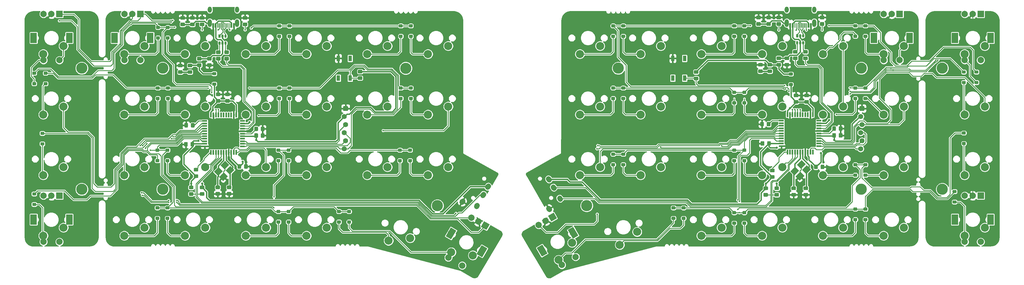
<source format=gbl>
G04 #@! TF.GenerationSoftware,KiCad,Pcbnew,(5.1.2-1)-1*
G04 #@! TF.CreationDate,2020-07-25T17:32:48-05:00*
G04 #@! TF.ProjectId,Dori,446f7269-2e6b-4696-9361-645f70636258,rev?*
G04 #@! TF.SameCoordinates,Original*
G04 #@! TF.FileFunction,Copper,L2,Bot*
G04 #@! TF.FilePolarity,Positive*
%FSLAX46Y46*%
G04 Gerber Fmt 4.6, Leading zero omitted, Abs format (unit mm)*
G04 Created by KiCad (PCBNEW (5.1.2-1)-1) date 2020-07-25 17:32:48*
%MOMM*%
%LPD*%
G04 APERTURE LIST*
%ADD10C,0.100000*%
%ADD11C,1.150000*%
%ADD12C,2.540000*%
%ADD13C,3.500000*%
%ADD14R,2.000000X2.000000*%
%ADD15C,2.000000*%
%ADD16R,2.000000X3.200000*%
%ADD17C,1.000000*%
%ADD18C,1.600000*%
%ADD19C,1.600000*%
%ADD20C,1.800000*%
%ADD21R,0.500000X1.500000*%
%ADD22R,1.500000X0.500000*%
%ADD23C,0.650000*%
%ADD24R,0.650000X1.060000*%
%ADD25R,1.100000X1.800000*%
%ADD26C,1.600200*%
%ADD27O,1.300000X2.400000*%
%ADD28O,1.300000X1.900000*%
%ADD29C,0.600000*%
%ADD30C,0.300000*%
%ADD31C,0.500000*%
%ADD32C,0.700000*%
%ADD33C,0.250000*%
%ADD34C,0.400000*%
%ADD35C,0.254000*%
G04 APERTURE END LIST*
D10*
G36*
X342993505Y-47441204D02*
G01*
X343017773Y-47444804D01*
X343041572Y-47450765D01*
X343064671Y-47459030D01*
X343086850Y-47469520D01*
X343107893Y-47482132D01*
X343127599Y-47496747D01*
X343145777Y-47513223D01*
X343162253Y-47531401D01*
X343176868Y-47551107D01*
X343189480Y-47572150D01*
X343199970Y-47594329D01*
X343208235Y-47617428D01*
X343214196Y-47641227D01*
X343217796Y-47665495D01*
X343219000Y-47689999D01*
X343219000Y-48340001D01*
X343217796Y-48364505D01*
X343214196Y-48388773D01*
X343208235Y-48412572D01*
X343199970Y-48435671D01*
X343189480Y-48457850D01*
X343176868Y-48478893D01*
X343162253Y-48498599D01*
X343145777Y-48516777D01*
X343127599Y-48533253D01*
X343107893Y-48547868D01*
X343086850Y-48560480D01*
X343064671Y-48570970D01*
X343041572Y-48579235D01*
X343017773Y-48585196D01*
X342993505Y-48588796D01*
X342969001Y-48590000D01*
X342068999Y-48590000D01*
X342044495Y-48588796D01*
X342020227Y-48585196D01*
X341996428Y-48579235D01*
X341973329Y-48570970D01*
X341951150Y-48560480D01*
X341930107Y-48547868D01*
X341910401Y-48533253D01*
X341892223Y-48516777D01*
X341875747Y-48498599D01*
X341861132Y-48478893D01*
X341848520Y-48457850D01*
X341838030Y-48435671D01*
X341829765Y-48412572D01*
X341823804Y-48388773D01*
X341820204Y-48364505D01*
X341819000Y-48340001D01*
X341819000Y-47689999D01*
X341820204Y-47665495D01*
X341823804Y-47641227D01*
X341829765Y-47617428D01*
X341838030Y-47594329D01*
X341848520Y-47572150D01*
X341861132Y-47551107D01*
X341875747Y-47531401D01*
X341892223Y-47513223D01*
X341910401Y-47496747D01*
X341930107Y-47482132D01*
X341951150Y-47469520D01*
X341973329Y-47459030D01*
X341996428Y-47450765D01*
X342020227Y-47444804D01*
X342044495Y-47441204D01*
X342068999Y-47440000D01*
X342969001Y-47440000D01*
X342993505Y-47441204D01*
X342993505Y-47441204D01*
G37*
D11*
X342519000Y-48015000D03*
D10*
G36*
X342993505Y-45391204D02*
G01*
X343017773Y-45394804D01*
X343041572Y-45400765D01*
X343064671Y-45409030D01*
X343086850Y-45419520D01*
X343107893Y-45432132D01*
X343127599Y-45446747D01*
X343145777Y-45463223D01*
X343162253Y-45481401D01*
X343176868Y-45501107D01*
X343189480Y-45522150D01*
X343199970Y-45544329D01*
X343208235Y-45567428D01*
X343214196Y-45591227D01*
X343217796Y-45615495D01*
X343219000Y-45639999D01*
X343219000Y-46290001D01*
X343217796Y-46314505D01*
X343214196Y-46338773D01*
X343208235Y-46362572D01*
X343199970Y-46385671D01*
X343189480Y-46407850D01*
X343176868Y-46428893D01*
X343162253Y-46448599D01*
X343145777Y-46466777D01*
X343127599Y-46483253D01*
X343107893Y-46497868D01*
X343086850Y-46510480D01*
X343064671Y-46520970D01*
X343041572Y-46529235D01*
X343017773Y-46535196D01*
X342993505Y-46538796D01*
X342969001Y-46540000D01*
X342068999Y-46540000D01*
X342044495Y-46538796D01*
X342020227Y-46535196D01*
X341996428Y-46529235D01*
X341973329Y-46520970D01*
X341951150Y-46510480D01*
X341930107Y-46497868D01*
X341910401Y-46483253D01*
X341892223Y-46466777D01*
X341875747Y-46448599D01*
X341861132Y-46428893D01*
X341848520Y-46407850D01*
X341838030Y-46385671D01*
X341829765Y-46362572D01*
X341823804Y-46338773D01*
X341820204Y-46314505D01*
X341819000Y-46290001D01*
X341819000Y-45639999D01*
X341820204Y-45615495D01*
X341823804Y-45591227D01*
X341829765Y-45567428D01*
X341838030Y-45544329D01*
X341848520Y-45522150D01*
X341861132Y-45501107D01*
X341875747Y-45481401D01*
X341892223Y-45463223D01*
X341910401Y-45446747D01*
X341930107Y-45432132D01*
X341951150Y-45419520D01*
X341973329Y-45409030D01*
X341996428Y-45400765D01*
X342020227Y-45394804D01*
X342044495Y-45391204D01*
X342068999Y-45390000D01*
X342969001Y-45390000D01*
X342993505Y-45391204D01*
X342993505Y-45391204D01*
G37*
D11*
X342519000Y-45965000D03*
D10*
G36*
X329404505Y-58218204D02*
G01*
X329428773Y-58221804D01*
X329452572Y-58227765D01*
X329475671Y-58236030D01*
X329497850Y-58246520D01*
X329518893Y-58259132D01*
X329538599Y-58273747D01*
X329556777Y-58290223D01*
X329573253Y-58308401D01*
X329587868Y-58328107D01*
X329600480Y-58349150D01*
X329610970Y-58371329D01*
X329619235Y-58394428D01*
X329625196Y-58418227D01*
X329628796Y-58442495D01*
X329630000Y-58466999D01*
X329630000Y-59117001D01*
X329628796Y-59141505D01*
X329625196Y-59165773D01*
X329619235Y-59189572D01*
X329610970Y-59212671D01*
X329600480Y-59234850D01*
X329587868Y-59255893D01*
X329573253Y-59275599D01*
X329556777Y-59293777D01*
X329538599Y-59310253D01*
X329518893Y-59324868D01*
X329497850Y-59337480D01*
X329475671Y-59347970D01*
X329452572Y-59356235D01*
X329428773Y-59362196D01*
X329404505Y-59365796D01*
X329380001Y-59367000D01*
X328479999Y-59367000D01*
X328455495Y-59365796D01*
X328431227Y-59362196D01*
X328407428Y-59356235D01*
X328384329Y-59347970D01*
X328362150Y-59337480D01*
X328341107Y-59324868D01*
X328321401Y-59310253D01*
X328303223Y-59293777D01*
X328286747Y-59275599D01*
X328272132Y-59255893D01*
X328259520Y-59234850D01*
X328249030Y-59212671D01*
X328240765Y-59189572D01*
X328234804Y-59165773D01*
X328231204Y-59141505D01*
X328230000Y-59117001D01*
X328230000Y-58466999D01*
X328231204Y-58442495D01*
X328234804Y-58418227D01*
X328240765Y-58394428D01*
X328249030Y-58371329D01*
X328259520Y-58349150D01*
X328272132Y-58328107D01*
X328286747Y-58308401D01*
X328303223Y-58290223D01*
X328321401Y-58273747D01*
X328341107Y-58259132D01*
X328362150Y-58246520D01*
X328384329Y-58236030D01*
X328407428Y-58227765D01*
X328431227Y-58221804D01*
X328455495Y-58218204D01*
X328479999Y-58217000D01*
X329380001Y-58217000D01*
X329404505Y-58218204D01*
X329404505Y-58218204D01*
G37*
D11*
X328930000Y-58792000D03*
D10*
G36*
X329404505Y-60268204D02*
G01*
X329428773Y-60271804D01*
X329452572Y-60277765D01*
X329475671Y-60286030D01*
X329497850Y-60296520D01*
X329518893Y-60309132D01*
X329538599Y-60323747D01*
X329556777Y-60340223D01*
X329573253Y-60358401D01*
X329587868Y-60378107D01*
X329600480Y-60399150D01*
X329610970Y-60421329D01*
X329619235Y-60444428D01*
X329625196Y-60468227D01*
X329628796Y-60492495D01*
X329630000Y-60516999D01*
X329630000Y-61167001D01*
X329628796Y-61191505D01*
X329625196Y-61215773D01*
X329619235Y-61239572D01*
X329610970Y-61262671D01*
X329600480Y-61284850D01*
X329587868Y-61305893D01*
X329573253Y-61325599D01*
X329556777Y-61343777D01*
X329538599Y-61360253D01*
X329518893Y-61374868D01*
X329497850Y-61387480D01*
X329475671Y-61397970D01*
X329452572Y-61406235D01*
X329428773Y-61412196D01*
X329404505Y-61415796D01*
X329380001Y-61417000D01*
X328479999Y-61417000D01*
X328455495Y-61415796D01*
X328431227Y-61412196D01*
X328407428Y-61406235D01*
X328384329Y-61397970D01*
X328362150Y-61387480D01*
X328341107Y-61374868D01*
X328321401Y-61360253D01*
X328303223Y-61343777D01*
X328286747Y-61325599D01*
X328272132Y-61305893D01*
X328259520Y-61284850D01*
X328249030Y-61262671D01*
X328240765Y-61239572D01*
X328234804Y-61215773D01*
X328231204Y-61191505D01*
X328230000Y-61167001D01*
X328230000Y-60516999D01*
X328231204Y-60492495D01*
X328234804Y-60468227D01*
X328240765Y-60444428D01*
X328249030Y-60421329D01*
X328259520Y-60399150D01*
X328272132Y-60378107D01*
X328286747Y-60358401D01*
X328303223Y-60340223D01*
X328321401Y-60323747D01*
X328341107Y-60309132D01*
X328362150Y-60296520D01*
X328384329Y-60286030D01*
X328407428Y-60277765D01*
X328431227Y-60271804D01*
X328455495Y-60268204D01*
X328479999Y-60267000D01*
X329380001Y-60267000D01*
X329404505Y-60268204D01*
X329404505Y-60268204D01*
G37*
D11*
X328930000Y-60842000D03*
D10*
G36*
X147667505Y-58345204D02*
G01*
X147691773Y-58348804D01*
X147715572Y-58354765D01*
X147738671Y-58363030D01*
X147760850Y-58373520D01*
X147781893Y-58386132D01*
X147801599Y-58400747D01*
X147819777Y-58417223D01*
X147836253Y-58435401D01*
X147850868Y-58455107D01*
X147863480Y-58476150D01*
X147873970Y-58498329D01*
X147882235Y-58521428D01*
X147888196Y-58545227D01*
X147891796Y-58569495D01*
X147893000Y-58593999D01*
X147893000Y-59244001D01*
X147891796Y-59268505D01*
X147888196Y-59292773D01*
X147882235Y-59316572D01*
X147873970Y-59339671D01*
X147863480Y-59361850D01*
X147850868Y-59382893D01*
X147836253Y-59402599D01*
X147819777Y-59420777D01*
X147801599Y-59437253D01*
X147781893Y-59451868D01*
X147760850Y-59464480D01*
X147738671Y-59474970D01*
X147715572Y-59483235D01*
X147691773Y-59489196D01*
X147667505Y-59492796D01*
X147643001Y-59494000D01*
X146742999Y-59494000D01*
X146718495Y-59492796D01*
X146694227Y-59489196D01*
X146670428Y-59483235D01*
X146647329Y-59474970D01*
X146625150Y-59464480D01*
X146604107Y-59451868D01*
X146584401Y-59437253D01*
X146566223Y-59420777D01*
X146549747Y-59402599D01*
X146535132Y-59382893D01*
X146522520Y-59361850D01*
X146512030Y-59339671D01*
X146503765Y-59316572D01*
X146497804Y-59292773D01*
X146494204Y-59268505D01*
X146493000Y-59244001D01*
X146493000Y-58593999D01*
X146494204Y-58569495D01*
X146497804Y-58545227D01*
X146503765Y-58521428D01*
X146512030Y-58498329D01*
X146522520Y-58476150D01*
X146535132Y-58455107D01*
X146549747Y-58435401D01*
X146566223Y-58417223D01*
X146584401Y-58400747D01*
X146604107Y-58386132D01*
X146625150Y-58373520D01*
X146647329Y-58363030D01*
X146670428Y-58354765D01*
X146694227Y-58348804D01*
X146718495Y-58345204D01*
X146742999Y-58344000D01*
X147643001Y-58344000D01*
X147667505Y-58345204D01*
X147667505Y-58345204D01*
G37*
D11*
X147193000Y-58919000D03*
D10*
G36*
X147667505Y-60395204D02*
G01*
X147691773Y-60398804D01*
X147715572Y-60404765D01*
X147738671Y-60413030D01*
X147760850Y-60423520D01*
X147781893Y-60436132D01*
X147801599Y-60450747D01*
X147819777Y-60467223D01*
X147836253Y-60485401D01*
X147850868Y-60505107D01*
X147863480Y-60526150D01*
X147873970Y-60548329D01*
X147882235Y-60571428D01*
X147888196Y-60595227D01*
X147891796Y-60619495D01*
X147893000Y-60643999D01*
X147893000Y-61294001D01*
X147891796Y-61318505D01*
X147888196Y-61342773D01*
X147882235Y-61366572D01*
X147873970Y-61389671D01*
X147863480Y-61411850D01*
X147850868Y-61432893D01*
X147836253Y-61452599D01*
X147819777Y-61470777D01*
X147801599Y-61487253D01*
X147781893Y-61501868D01*
X147760850Y-61514480D01*
X147738671Y-61524970D01*
X147715572Y-61533235D01*
X147691773Y-61539196D01*
X147667505Y-61542796D01*
X147643001Y-61544000D01*
X146742999Y-61544000D01*
X146718495Y-61542796D01*
X146694227Y-61539196D01*
X146670428Y-61533235D01*
X146647329Y-61524970D01*
X146625150Y-61514480D01*
X146604107Y-61501868D01*
X146584401Y-61487253D01*
X146566223Y-61470777D01*
X146549747Y-61452599D01*
X146535132Y-61432893D01*
X146522520Y-61411850D01*
X146512030Y-61389671D01*
X146503765Y-61366572D01*
X146497804Y-61342773D01*
X146494204Y-61318505D01*
X146493000Y-61294001D01*
X146493000Y-60643999D01*
X146494204Y-60619495D01*
X146497804Y-60595227D01*
X146503765Y-60571428D01*
X146512030Y-60548329D01*
X146522520Y-60526150D01*
X146535132Y-60505107D01*
X146549747Y-60485401D01*
X146566223Y-60467223D01*
X146584401Y-60450747D01*
X146604107Y-60436132D01*
X146625150Y-60423520D01*
X146647329Y-60413030D01*
X146670428Y-60404765D01*
X146694227Y-60398804D01*
X146718495Y-60395204D01*
X146742999Y-60394000D01*
X147643001Y-60394000D01*
X147667505Y-60395204D01*
X147667505Y-60395204D01*
G37*
D11*
X147193000Y-60969000D03*
D10*
G36*
X326229505Y-45391204D02*
G01*
X326253773Y-45394804D01*
X326277572Y-45400765D01*
X326300671Y-45409030D01*
X326322850Y-45419520D01*
X326343893Y-45432132D01*
X326363599Y-45446747D01*
X326381777Y-45463223D01*
X326398253Y-45481401D01*
X326412868Y-45501107D01*
X326425480Y-45522150D01*
X326435970Y-45544329D01*
X326444235Y-45567428D01*
X326450196Y-45591227D01*
X326453796Y-45615495D01*
X326455000Y-45639999D01*
X326455000Y-46290001D01*
X326453796Y-46314505D01*
X326450196Y-46338773D01*
X326444235Y-46362572D01*
X326435970Y-46385671D01*
X326425480Y-46407850D01*
X326412868Y-46428893D01*
X326398253Y-46448599D01*
X326381777Y-46466777D01*
X326363599Y-46483253D01*
X326343893Y-46497868D01*
X326322850Y-46510480D01*
X326300671Y-46520970D01*
X326277572Y-46529235D01*
X326253773Y-46535196D01*
X326229505Y-46538796D01*
X326205001Y-46540000D01*
X325304999Y-46540000D01*
X325280495Y-46538796D01*
X325256227Y-46535196D01*
X325232428Y-46529235D01*
X325209329Y-46520970D01*
X325187150Y-46510480D01*
X325166107Y-46497868D01*
X325146401Y-46483253D01*
X325128223Y-46466777D01*
X325111747Y-46448599D01*
X325097132Y-46428893D01*
X325084520Y-46407850D01*
X325074030Y-46385671D01*
X325065765Y-46362572D01*
X325059804Y-46338773D01*
X325056204Y-46314505D01*
X325055000Y-46290001D01*
X325055000Y-45639999D01*
X325056204Y-45615495D01*
X325059804Y-45591227D01*
X325065765Y-45567428D01*
X325074030Y-45544329D01*
X325084520Y-45522150D01*
X325097132Y-45501107D01*
X325111747Y-45481401D01*
X325128223Y-45463223D01*
X325146401Y-45446747D01*
X325166107Y-45432132D01*
X325187150Y-45419520D01*
X325209329Y-45409030D01*
X325232428Y-45400765D01*
X325256227Y-45394804D01*
X325280495Y-45391204D01*
X325304999Y-45390000D01*
X326205001Y-45390000D01*
X326229505Y-45391204D01*
X326229505Y-45391204D01*
G37*
D11*
X325755000Y-45965000D03*
D10*
G36*
X326229505Y-47441204D02*
G01*
X326253773Y-47444804D01*
X326277572Y-47450765D01*
X326300671Y-47459030D01*
X326322850Y-47469520D01*
X326343893Y-47482132D01*
X326363599Y-47496747D01*
X326381777Y-47513223D01*
X326398253Y-47531401D01*
X326412868Y-47551107D01*
X326425480Y-47572150D01*
X326435970Y-47594329D01*
X326444235Y-47617428D01*
X326450196Y-47641227D01*
X326453796Y-47665495D01*
X326455000Y-47689999D01*
X326455000Y-48340001D01*
X326453796Y-48364505D01*
X326450196Y-48388773D01*
X326444235Y-48412572D01*
X326435970Y-48435671D01*
X326425480Y-48457850D01*
X326412868Y-48478893D01*
X326398253Y-48498599D01*
X326381777Y-48516777D01*
X326363599Y-48533253D01*
X326343893Y-48547868D01*
X326322850Y-48560480D01*
X326300671Y-48570970D01*
X326277572Y-48579235D01*
X326253773Y-48585196D01*
X326229505Y-48588796D01*
X326205001Y-48590000D01*
X325304999Y-48590000D01*
X325280495Y-48588796D01*
X325256227Y-48585196D01*
X325232428Y-48579235D01*
X325209329Y-48570970D01*
X325187150Y-48560480D01*
X325166107Y-48547868D01*
X325146401Y-48533253D01*
X325128223Y-48516777D01*
X325111747Y-48498599D01*
X325097132Y-48478893D01*
X325084520Y-48457850D01*
X325074030Y-48435671D01*
X325065765Y-48412572D01*
X325059804Y-48388773D01*
X325056204Y-48364505D01*
X325055000Y-48340001D01*
X325055000Y-47689999D01*
X325056204Y-47665495D01*
X325059804Y-47641227D01*
X325065765Y-47617428D01*
X325074030Y-47594329D01*
X325084520Y-47572150D01*
X325097132Y-47551107D01*
X325111747Y-47531401D01*
X325128223Y-47513223D01*
X325146401Y-47496747D01*
X325166107Y-47482132D01*
X325187150Y-47469520D01*
X325209329Y-47459030D01*
X325232428Y-47450765D01*
X325256227Y-47444804D01*
X325280495Y-47441204D01*
X325304999Y-47440000D01*
X326205001Y-47440000D01*
X326229505Y-47441204D01*
X326229505Y-47441204D01*
G37*
D11*
X325755000Y-48015000D03*
D10*
G36*
X145508505Y-45518204D02*
G01*
X145532773Y-45521804D01*
X145556572Y-45527765D01*
X145579671Y-45536030D01*
X145601850Y-45546520D01*
X145622893Y-45559132D01*
X145642599Y-45573747D01*
X145660777Y-45590223D01*
X145677253Y-45608401D01*
X145691868Y-45628107D01*
X145704480Y-45649150D01*
X145714970Y-45671329D01*
X145723235Y-45694428D01*
X145729196Y-45718227D01*
X145732796Y-45742495D01*
X145734000Y-45766999D01*
X145734000Y-46417001D01*
X145732796Y-46441505D01*
X145729196Y-46465773D01*
X145723235Y-46489572D01*
X145714970Y-46512671D01*
X145704480Y-46534850D01*
X145691868Y-46555893D01*
X145677253Y-46575599D01*
X145660777Y-46593777D01*
X145642599Y-46610253D01*
X145622893Y-46624868D01*
X145601850Y-46637480D01*
X145579671Y-46647970D01*
X145556572Y-46656235D01*
X145532773Y-46662196D01*
X145508505Y-46665796D01*
X145484001Y-46667000D01*
X144583999Y-46667000D01*
X144559495Y-46665796D01*
X144535227Y-46662196D01*
X144511428Y-46656235D01*
X144488329Y-46647970D01*
X144466150Y-46637480D01*
X144445107Y-46624868D01*
X144425401Y-46610253D01*
X144407223Y-46593777D01*
X144390747Y-46575599D01*
X144376132Y-46555893D01*
X144363520Y-46534850D01*
X144353030Y-46512671D01*
X144344765Y-46489572D01*
X144338804Y-46465773D01*
X144335204Y-46441505D01*
X144334000Y-46417001D01*
X144334000Y-45766999D01*
X144335204Y-45742495D01*
X144338804Y-45718227D01*
X144344765Y-45694428D01*
X144353030Y-45671329D01*
X144363520Y-45649150D01*
X144376132Y-45628107D01*
X144390747Y-45608401D01*
X144407223Y-45590223D01*
X144425401Y-45573747D01*
X144445107Y-45559132D01*
X144466150Y-45546520D01*
X144488329Y-45536030D01*
X144511428Y-45527765D01*
X144535227Y-45521804D01*
X144559495Y-45518204D01*
X144583999Y-45517000D01*
X145484001Y-45517000D01*
X145508505Y-45518204D01*
X145508505Y-45518204D01*
G37*
D11*
X145034000Y-46092000D03*
D10*
G36*
X145508505Y-47568204D02*
G01*
X145532773Y-47571804D01*
X145556572Y-47577765D01*
X145579671Y-47586030D01*
X145601850Y-47596520D01*
X145622893Y-47609132D01*
X145642599Y-47623747D01*
X145660777Y-47640223D01*
X145677253Y-47658401D01*
X145691868Y-47678107D01*
X145704480Y-47699150D01*
X145714970Y-47721329D01*
X145723235Y-47744428D01*
X145729196Y-47768227D01*
X145732796Y-47792495D01*
X145734000Y-47816999D01*
X145734000Y-48467001D01*
X145732796Y-48491505D01*
X145729196Y-48515773D01*
X145723235Y-48539572D01*
X145714970Y-48562671D01*
X145704480Y-48584850D01*
X145691868Y-48605893D01*
X145677253Y-48625599D01*
X145660777Y-48643777D01*
X145642599Y-48660253D01*
X145622893Y-48674868D01*
X145601850Y-48687480D01*
X145579671Y-48697970D01*
X145556572Y-48706235D01*
X145532773Y-48712196D01*
X145508505Y-48715796D01*
X145484001Y-48717000D01*
X144583999Y-48717000D01*
X144559495Y-48715796D01*
X144535227Y-48712196D01*
X144511428Y-48706235D01*
X144488329Y-48697970D01*
X144466150Y-48687480D01*
X144445107Y-48674868D01*
X144425401Y-48660253D01*
X144407223Y-48643777D01*
X144390747Y-48625599D01*
X144376132Y-48605893D01*
X144363520Y-48584850D01*
X144353030Y-48562671D01*
X144344765Y-48539572D01*
X144338804Y-48515773D01*
X144335204Y-48491505D01*
X144334000Y-48467001D01*
X144334000Y-47816999D01*
X144335204Y-47792495D01*
X144338804Y-47768227D01*
X144344765Y-47744428D01*
X144353030Y-47721329D01*
X144363520Y-47699150D01*
X144376132Y-47678107D01*
X144390747Y-47658401D01*
X144407223Y-47640223D01*
X144425401Y-47623747D01*
X144445107Y-47609132D01*
X144466150Y-47596520D01*
X144488329Y-47586030D01*
X144511428Y-47577765D01*
X144535227Y-47571804D01*
X144559495Y-47568204D01*
X144583999Y-47567000D01*
X145484001Y-47567000D01*
X145508505Y-47568204D01*
X145508505Y-47568204D01*
G37*
D11*
X145034000Y-48142000D03*
D12*
X187166250Y-93027500D03*
X180816250Y-95567500D03*
D10*
G36*
X331944505Y-58218204D02*
G01*
X331968773Y-58221804D01*
X331992572Y-58227765D01*
X332015671Y-58236030D01*
X332037850Y-58246520D01*
X332058893Y-58259132D01*
X332078599Y-58273747D01*
X332096777Y-58290223D01*
X332113253Y-58308401D01*
X332127868Y-58328107D01*
X332140480Y-58349150D01*
X332150970Y-58371329D01*
X332159235Y-58394428D01*
X332165196Y-58418227D01*
X332168796Y-58442495D01*
X332170000Y-58466999D01*
X332170000Y-59117001D01*
X332168796Y-59141505D01*
X332165196Y-59165773D01*
X332159235Y-59189572D01*
X332150970Y-59212671D01*
X332140480Y-59234850D01*
X332127868Y-59255893D01*
X332113253Y-59275599D01*
X332096777Y-59293777D01*
X332078599Y-59310253D01*
X332058893Y-59324868D01*
X332037850Y-59337480D01*
X332015671Y-59347970D01*
X331992572Y-59356235D01*
X331968773Y-59362196D01*
X331944505Y-59365796D01*
X331920001Y-59367000D01*
X331019999Y-59367000D01*
X330995495Y-59365796D01*
X330971227Y-59362196D01*
X330947428Y-59356235D01*
X330924329Y-59347970D01*
X330902150Y-59337480D01*
X330881107Y-59324868D01*
X330861401Y-59310253D01*
X330843223Y-59293777D01*
X330826747Y-59275599D01*
X330812132Y-59255893D01*
X330799520Y-59234850D01*
X330789030Y-59212671D01*
X330780765Y-59189572D01*
X330774804Y-59165773D01*
X330771204Y-59141505D01*
X330770000Y-59117001D01*
X330770000Y-58466999D01*
X330771204Y-58442495D01*
X330774804Y-58418227D01*
X330780765Y-58394428D01*
X330789030Y-58371329D01*
X330799520Y-58349150D01*
X330812132Y-58328107D01*
X330826747Y-58308401D01*
X330843223Y-58290223D01*
X330861401Y-58273747D01*
X330881107Y-58259132D01*
X330902150Y-58246520D01*
X330924329Y-58236030D01*
X330947428Y-58227765D01*
X330971227Y-58221804D01*
X330995495Y-58218204D01*
X331019999Y-58217000D01*
X331920001Y-58217000D01*
X331944505Y-58218204D01*
X331944505Y-58218204D01*
G37*
D11*
X331470000Y-58792000D03*
D10*
G36*
X331944505Y-60268204D02*
G01*
X331968773Y-60271804D01*
X331992572Y-60277765D01*
X332015671Y-60286030D01*
X332037850Y-60296520D01*
X332058893Y-60309132D01*
X332078599Y-60323747D01*
X332096777Y-60340223D01*
X332113253Y-60358401D01*
X332127868Y-60378107D01*
X332140480Y-60399150D01*
X332150970Y-60421329D01*
X332159235Y-60444428D01*
X332165196Y-60468227D01*
X332168796Y-60492495D01*
X332170000Y-60516999D01*
X332170000Y-61167001D01*
X332168796Y-61191505D01*
X332165196Y-61215773D01*
X332159235Y-61239572D01*
X332150970Y-61262671D01*
X332140480Y-61284850D01*
X332127868Y-61305893D01*
X332113253Y-61325599D01*
X332096777Y-61343777D01*
X332078599Y-61360253D01*
X332058893Y-61374868D01*
X332037850Y-61387480D01*
X332015671Y-61397970D01*
X331992572Y-61406235D01*
X331968773Y-61412196D01*
X331944505Y-61415796D01*
X331920001Y-61417000D01*
X331019999Y-61417000D01*
X330995495Y-61415796D01*
X330971227Y-61412196D01*
X330947428Y-61406235D01*
X330924329Y-61397970D01*
X330902150Y-61387480D01*
X330881107Y-61374868D01*
X330861401Y-61360253D01*
X330843223Y-61343777D01*
X330826747Y-61325599D01*
X330812132Y-61305893D01*
X330799520Y-61284850D01*
X330789030Y-61262671D01*
X330780765Y-61239572D01*
X330774804Y-61215773D01*
X330771204Y-61191505D01*
X330770000Y-61167001D01*
X330770000Y-60516999D01*
X330771204Y-60492495D01*
X330774804Y-60468227D01*
X330780765Y-60444428D01*
X330789030Y-60421329D01*
X330799520Y-60399150D01*
X330812132Y-60378107D01*
X330826747Y-60358401D01*
X330843223Y-60340223D01*
X330861401Y-60323747D01*
X330881107Y-60309132D01*
X330902150Y-60296520D01*
X330924329Y-60286030D01*
X330947428Y-60277765D01*
X330971227Y-60271804D01*
X330995495Y-60268204D01*
X331019999Y-60267000D01*
X331920001Y-60267000D01*
X331944505Y-60268204D01*
X331944505Y-60268204D01*
G37*
D11*
X331470000Y-60842000D03*
D10*
G36*
X150842505Y-58345204D02*
G01*
X150866773Y-58348804D01*
X150890572Y-58354765D01*
X150913671Y-58363030D01*
X150935850Y-58373520D01*
X150956893Y-58386132D01*
X150976599Y-58400747D01*
X150994777Y-58417223D01*
X151011253Y-58435401D01*
X151025868Y-58455107D01*
X151038480Y-58476150D01*
X151048970Y-58498329D01*
X151057235Y-58521428D01*
X151063196Y-58545227D01*
X151066796Y-58569495D01*
X151068000Y-58593999D01*
X151068000Y-59244001D01*
X151066796Y-59268505D01*
X151063196Y-59292773D01*
X151057235Y-59316572D01*
X151048970Y-59339671D01*
X151038480Y-59361850D01*
X151025868Y-59382893D01*
X151011253Y-59402599D01*
X150994777Y-59420777D01*
X150976599Y-59437253D01*
X150956893Y-59451868D01*
X150935850Y-59464480D01*
X150913671Y-59474970D01*
X150890572Y-59483235D01*
X150866773Y-59489196D01*
X150842505Y-59492796D01*
X150818001Y-59494000D01*
X149917999Y-59494000D01*
X149893495Y-59492796D01*
X149869227Y-59489196D01*
X149845428Y-59483235D01*
X149822329Y-59474970D01*
X149800150Y-59464480D01*
X149779107Y-59451868D01*
X149759401Y-59437253D01*
X149741223Y-59420777D01*
X149724747Y-59402599D01*
X149710132Y-59382893D01*
X149697520Y-59361850D01*
X149687030Y-59339671D01*
X149678765Y-59316572D01*
X149672804Y-59292773D01*
X149669204Y-59268505D01*
X149668000Y-59244001D01*
X149668000Y-58593999D01*
X149669204Y-58569495D01*
X149672804Y-58545227D01*
X149678765Y-58521428D01*
X149687030Y-58498329D01*
X149697520Y-58476150D01*
X149710132Y-58455107D01*
X149724747Y-58435401D01*
X149741223Y-58417223D01*
X149759401Y-58400747D01*
X149779107Y-58386132D01*
X149800150Y-58373520D01*
X149822329Y-58363030D01*
X149845428Y-58354765D01*
X149869227Y-58348804D01*
X149893495Y-58345204D01*
X149917999Y-58344000D01*
X150818001Y-58344000D01*
X150842505Y-58345204D01*
X150842505Y-58345204D01*
G37*
D11*
X150368000Y-58919000D03*
D10*
G36*
X150842505Y-60395204D02*
G01*
X150866773Y-60398804D01*
X150890572Y-60404765D01*
X150913671Y-60413030D01*
X150935850Y-60423520D01*
X150956893Y-60436132D01*
X150976599Y-60450747D01*
X150994777Y-60467223D01*
X151011253Y-60485401D01*
X151025868Y-60505107D01*
X151038480Y-60526150D01*
X151048970Y-60548329D01*
X151057235Y-60571428D01*
X151063196Y-60595227D01*
X151066796Y-60619495D01*
X151068000Y-60643999D01*
X151068000Y-61294001D01*
X151066796Y-61318505D01*
X151063196Y-61342773D01*
X151057235Y-61366572D01*
X151048970Y-61389671D01*
X151038480Y-61411850D01*
X151025868Y-61432893D01*
X151011253Y-61452599D01*
X150994777Y-61470777D01*
X150976599Y-61487253D01*
X150956893Y-61501868D01*
X150935850Y-61514480D01*
X150913671Y-61524970D01*
X150890572Y-61533235D01*
X150866773Y-61539196D01*
X150842505Y-61542796D01*
X150818001Y-61544000D01*
X149917999Y-61544000D01*
X149893495Y-61542796D01*
X149869227Y-61539196D01*
X149845428Y-61533235D01*
X149822329Y-61524970D01*
X149800150Y-61514480D01*
X149779107Y-61501868D01*
X149759401Y-61487253D01*
X149741223Y-61470777D01*
X149724747Y-61452599D01*
X149710132Y-61432893D01*
X149697520Y-61411850D01*
X149687030Y-61389671D01*
X149678765Y-61366572D01*
X149672804Y-61342773D01*
X149669204Y-61318505D01*
X149668000Y-61294001D01*
X149668000Y-60643999D01*
X149669204Y-60619495D01*
X149672804Y-60595227D01*
X149678765Y-60571428D01*
X149687030Y-60548329D01*
X149697520Y-60526150D01*
X149710132Y-60505107D01*
X149724747Y-60485401D01*
X149741223Y-60467223D01*
X149759401Y-60450747D01*
X149779107Y-60436132D01*
X149800150Y-60423520D01*
X149822329Y-60413030D01*
X149845428Y-60404765D01*
X149869227Y-60398804D01*
X149893495Y-60395204D01*
X149917999Y-60394000D01*
X150818001Y-60394000D01*
X150842505Y-60395204D01*
X150842505Y-60395204D01*
G37*
D11*
X150368000Y-60969000D03*
D10*
G36*
X323054505Y-45391204D02*
G01*
X323078773Y-45394804D01*
X323102572Y-45400765D01*
X323125671Y-45409030D01*
X323147850Y-45419520D01*
X323168893Y-45432132D01*
X323188599Y-45446747D01*
X323206777Y-45463223D01*
X323223253Y-45481401D01*
X323237868Y-45501107D01*
X323250480Y-45522150D01*
X323260970Y-45544329D01*
X323269235Y-45567428D01*
X323275196Y-45591227D01*
X323278796Y-45615495D01*
X323280000Y-45639999D01*
X323280000Y-46290001D01*
X323278796Y-46314505D01*
X323275196Y-46338773D01*
X323269235Y-46362572D01*
X323260970Y-46385671D01*
X323250480Y-46407850D01*
X323237868Y-46428893D01*
X323223253Y-46448599D01*
X323206777Y-46466777D01*
X323188599Y-46483253D01*
X323168893Y-46497868D01*
X323147850Y-46510480D01*
X323125671Y-46520970D01*
X323102572Y-46529235D01*
X323078773Y-46535196D01*
X323054505Y-46538796D01*
X323030001Y-46540000D01*
X322129999Y-46540000D01*
X322105495Y-46538796D01*
X322081227Y-46535196D01*
X322057428Y-46529235D01*
X322034329Y-46520970D01*
X322012150Y-46510480D01*
X321991107Y-46497868D01*
X321971401Y-46483253D01*
X321953223Y-46466777D01*
X321936747Y-46448599D01*
X321922132Y-46428893D01*
X321909520Y-46407850D01*
X321899030Y-46385671D01*
X321890765Y-46362572D01*
X321884804Y-46338773D01*
X321881204Y-46314505D01*
X321880000Y-46290001D01*
X321880000Y-45639999D01*
X321881204Y-45615495D01*
X321884804Y-45591227D01*
X321890765Y-45567428D01*
X321899030Y-45544329D01*
X321909520Y-45522150D01*
X321922132Y-45501107D01*
X321936747Y-45481401D01*
X321953223Y-45463223D01*
X321971401Y-45446747D01*
X321991107Y-45432132D01*
X322012150Y-45419520D01*
X322034329Y-45409030D01*
X322057428Y-45400765D01*
X322081227Y-45394804D01*
X322105495Y-45391204D01*
X322129999Y-45390000D01*
X323030001Y-45390000D01*
X323054505Y-45391204D01*
X323054505Y-45391204D01*
G37*
D11*
X322580000Y-45965000D03*
D10*
G36*
X323054505Y-47441204D02*
G01*
X323078773Y-47444804D01*
X323102572Y-47450765D01*
X323125671Y-47459030D01*
X323147850Y-47469520D01*
X323168893Y-47482132D01*
X323188599Y-47496747D01*
X323206777Y-47513223D01*
X323223253Y-47531401D01*
X323237868Y-47551107D01*
X323250480Y-47572150D01*
X323260970Y-47594329D01*
X323269235Y-47617428D01*
X323275196Y-47641227D01*
X323278796Y-47665495D01*
X323280000Y-47689999D01*
X323280000Y-48340001D01*
X323278796Y-48364505D01*
X323275196Y-48388773D01*
X323269235Y-48412572D01*
X323260970Y-48435671D01*
X323250480Y-48457850D01*
X323237868Y-48478893D01*
X323223253Y-48498599D01*
X323206777Y-48516777D01*
X323188599Y-48533253D01*
X323168893Y-48547868D01*
X323147850Y-48560480D01*
X323125671Y-48570970D01*
X323102572Y-48579235D01*
X323078773Y-48585196D01*
X323054505Y-48588796D01*
X323030001Y-48590000D01*
X322129999Y-48590000D01*
X322105495Y-48588796D01*
X322081227Y-48585196D01*
X322057428Y-48579235D01*
X322034329Y-48570970D01*
X322012150Y-48560480D01*
X321991107Y-48547868D01*
X321971401Y-48533253D01*
X321953223Y-48516777D01*
X321936747Y-48498599D01*
X321922132Y-48478893D01*
X321909520Y-48457850D01*
X321899030Y-48435671D01*
X321890765Y-48412572D01*
X321884804Y-48388773D01*
X321881204Y-48364505D01*
X321880000Y-48340001D01*
X321880000Y-47689999D01*
X321881204Y-47665495D01*
X321884804Y-47641227D01*
X321890765Y-47617428D01*
X321899030Y-47594329D01*
X321909520Y-47572150D01*
X321922132Y-47551107D01*
X321936747Y-47531401D01*
X321953223Y-47513223D01*
X321971401Y-47496747D01*
X321991107Y-47482132D01*
X322012150Y-47469520D01*
X322034329Y-47459030D01*
X322057428Y-47450765D01*
X322081227Y-47444804D01*
X322105495Y-47441204D01*
X322129999Y-47440000D01*
X323030001Y-47440000D01*
X323054505Y-47441204D01*
X323054505Y-47441204D01*
G37*
D11*
X322580000Y-48015000D03*
D10*
G36*
X142460505Y-45518204D02*
G01*
X142484773Y-45521804D01*
X142508572Y-45527765D01*
X142531671Y-45536030D01*
X142553850Y-45546520D01*
X142574893Y-45559132D01*
X142594599Y-45573747D01*
X142612777Y-45590223D01*
X142629253Y-45608401D01*
X142643868Y-45628107D01*
X142656480Y-45649150D01*
X142666970Y-45671329D01*
X142675235Y-45694428D01*
X142681196Y-45718227D01*
X142684796Y-45742495D01*
X142686000Y-45766999D01*
X142686000Y-46417001D01*
X142684796Y-46441505D01*
X142681196Y-46465773D01*
X142675235Y-46489572D01*
X142666970Y-46512671D01*
X142656480Y-46534850D01*
X142643868Y-46555893D01*
X142629253Y-46575599D01*
X142612777Y-46593777D01*
X142594599Y-46610253D01*
X142574893Y-46624868D01*
X142553850Y-46637480D01*
X142531671Y-46647970D01*
X142508572Y-46656235D01*
X142484773Y-46662196D01*
X142460505Y-46665796D01*
X142436001Y-46667000D01*
X141535999Y-46667000D01*
X141511495Y-46665796D01*
X141487227Y-46662196D01*
X141463428Y-46656235D01*
X141440329Y-46647970D01*
X141418150Y-46637480D01*
X141397107Y-46624868D01*
X141377401Y-46610253D01*
X141359223Y-46593777D01*
X141342747Y-46575599D01*
X141328132Y-46555893D01*
X141315520Y-46534850D01*
X141305030Y-46512671D01*
X141296765Y-46489572D01*
X141290804Y-46465773D01*
X141287204Y-46441505D01*
X141286000Y-46417001D01*
X141286000Y-45766999D01*
X141287204Y-45742495D01*
X141290804Y-45718227D01*
X141296765Y-45694428D01*
X141305030Y-45671329D01*
X141315520Y-45649150D01*
X141328132Y-45628107D01*
X141342747Y-45608401D01*
X141359223Y-45590223D01*
X141377401Y-45573747D01*
X141397107Y-45559132D01*
X141418150Y-45546520D01*
X141440329Y-45536030D01*
X141463428Y-45527765D01*
X141487227Y-45521804D01*
X141511495Y-45518204D01*
X141535999Y-45517000D01*
X142436001Y-45517000D01*
X142460505Y-45518204D01*
X142460505Y-45518204D01*
G37*
D11*
X141986000Y-46092000D03*
D10*
G36*
X142460505Y-47568204D02*
G01*
X142484773Y-47571804D01*
X142508572Y-47577765D01*
X142531671Y-47586030D01*
X142553850Y-47596520D01*
X142574893Y-47609132D01*
X142594599Y-47623747D01*
X142612777Y-47640223D01*
X142629253Y-47658401D01*
X142643868Y-47678107D01*
X142656480Y-47699150D01*
X142666970Y-47721329D01*
X142675235Y-47744428D01*
X142681196Y-47768227D01*
X142684796Y-47792495D01*
X142686000Y-47816999D01*
X142686000Y-48467001D01*
X142684796Y-48491505D01*
X142681196Y-48515773D01*
X142675235Y-48539572D01*
X142666970Y-48562671D01*
X142656480Y-48584850D01*
X142643868Y-48605893D01*
X142629253Y-48625599D01*
X142612777Y-48643777D01*
X142594599Y-48660253D01*
X142574893Y-48674868D01*
X142553850Y-48687480D01*
X142531671Y-48697970D01*
X142508572Y-48706235D01*
X142484773Y-48712196D01*
X142460505Y-48715796D01*
X142436001Y-48717000D01*
X141535999Y-48717000D01*
X141511495Y-48715796D01*
X141487227Y-48712196D01*
X141463428Y-48706235D01*
X141440329Y-48697970D01*
X141418150Y-48687480D01*
X141397107Y-48674868D01*
X141377401Y-48660253D01*
X141359223Y-48643777D01*
X141342747Y-48625599D01*
X141328132Y-48605893D01*
X141315520Y-48584850D01*
X141305030Y-48562671D01*
X141296765Y-48539572D01*
X141290804Y-48515773D01*
X141287204Y-48491505D01*
X141286000Y-48467001D01*
X141286000Y-47816999D01*
X141287204Y-47792495D01*
X141290804Y-47768227D01*
X141296765Y-47744428D01*
X141305030Y-47721329D01*
X141315520Y-47699150D01*
X141328132Y-47678107D01*
X141342747Y-47658401D01*
X141359223Y-47640223D01*
X141377401Y-47623747D01*
X141397107Y-47609132D01*
X141418150Y-47596520D01*
X141440329Y-47586030D01*
X141463428Y-47577765D01*
X141487227Y-47571804D01*
X141511495Y-47568204D01*
X141535999Y-47567000D01*
X142436001Y-47567000D01*
X142460505Y-47568204D01*
X142460505Y-47568204D01*
G37*
D11*
X141986000Y-48142000D03*
D12*
X104616250Y-93027500D03*
X98266250Y-95567500D03*
X291941250Y-93027500D03*
X285591250Y-95567500D03*
X272891250Y-93027500D03*
X266541250Y-95567500D03*
X225266250Y-73977500D03*
X218916250Y-76517500D03*
X393541250Y-54927500D03*
X387191250Y-57467500D03*
X393541250Y-73977500D03*
X387191250Y-76517500D03*
D13*
X380206250Y-100012500D03*
X380206250Y-61912500D03*
D14*
X366831250Y-44887500D03*
D15*
X364331250Y-44887500D03*
X361831250Y-44887500D03*
D16*
X369931250Y-52387500D03*
X358731250Y-52387500D03*
D15*
X366831250Y-59387500D03*
X361831250Y-59387500D03*
D14*
X392256650Y-102024800D03*
D15*
X389756650Y-102024800D03*
X387256650Y-102024800D03*
D16*
X395356650Y-109524800D03*
X384156650Y-109524800D03*
D15*
X392256650Y-116524800D03*
X387256650Y-116524800D03*
D14*
X392256650Y-44874800D03*
D15*
X389756650Y-44874800D03*
X387256650Y-44874800D03*
D16*
X395356650Y-52374800D03*
X384156650Y-52374800D03*
D15*
X392256650Y-59374800D03*
X387256650Y-59374800D03*
D12*
X393541250Y-112077500D03*
X387191250Y-114617500D03*
X393541250Y-93027500D03*
X387191250Y-95567500D03*
D10*
G36*
X384422504Y-103513204D02*
G01*
X384446773Y-103516804D01*
X384470571Y-103522765D01*
X384493671Y-103531030D01*
X384515849Y-103541520D01*
X384536893Y-103554133D01*
X384556598Y-103568747D01*
X384574777Y-103585223D01*
X384591253Y-103603402D01*
X384605867Y-103623107D01*
X384618480Y-103644151D01*
X384628970Y-103666329D01*
X384637235Y-103689429D01*
X384643196Y-103713227D01*
X384646796Y-103737496D01*
X384648000Y-103762000D01*
X384648000Y-104262000D01*
X384646796Y-104286504D01*
X384643196Y-104310773D01*
X384637235Y-104334571D01*
X384628970Y-104357671D01*
X384618480Y-104379849D01*
X384605867Y-104400893D01*
X384591253Y-104420598D01*
X384574777Y-104438777D01*
X384556598Y-104455253D01*
X384536893Y-104469867D01*
X384515849Y-104482480D01*
X384493671Y-104492970D01*
X384470571Y-104501235D01*
X384446773Y-104507196D01*
X384422504Y-104510796D01*
X384398000Y-104512000D01*
X383698000Y-104512000D01*
X383673496Y-104510796D01*
X383649227Y-104507196D01*
X383625429Y-104501235D01*
X383602329Y-104492970D01*
X383580151Y-104482480D01*
X383559107Y-104469867D01*
X383539402Y-104455253D01*
X383521223Y-104438777D01*
X383504747Y-104420598D01*
X383490133Y-104400893D01*
X383477520Y-104379849D01*
X383467030Y-104357671D01*
X383458765Y-104334571D01*
X383452804Y-104310773D01*
X383449204Y-104286504D01*
X383448000Y-104262000D01*
X383448000Y-103762000D01*
X383449204Y-103737496D01*
X383452804Y-103713227D01*
X383458765Y-103689429D01*
X383467030Y-103666329D01*
X383477520Y-103644151D01*
X383490133Y-103623107D01*
X383504747Y-103603402D01*
X383521223Y-103585223D01*
X383539402Y-103568747D01*
X383559107Y-103554133D01*
X383580151Y-103541520D01*
X383602329Y-103531030D01*
X383625429Y-103522765D01*
X383649227Y-103516804D01*
X383673496Y-103513204D01*
X383698000Y-103512000D01*
X384398000Y-103512000D01*
X384422504Y-103513204D01*
X384422504Y-103513204D01*
G37*
D17*
X384048000Y-104012000D03*
D10*
G36*
X384422504Y-100213204D02*
G01*
X384446773Y-100216804D01*
X384470571Y-100222765D01*
X384493671Y-100231030D01*
X384515849Y-100241520D01*
X384536893Y-100254133D01*
X384556598Y-100268747D01*
X384574777Y-100285223D01*
X384591253Y-100303402D01*
X384605867Y-100323107D01*
X384618480Y-100344151D01*
X384628970Y-100366329D01*
X384637235Y-100389429D01*
X384643196Y-100413227D01*
X384646796Y-100437496D01*
X384648000Y-100462000D01*
X384648000Y-100962000D01*
X384646796Y-100986504D01*
X384643196Y-101010773D01*
X384637235Y-101034571D01*
X384628970Y-101057671D01*
X384618480Y-101079849D01*
X384605867Y-101100893D01*
X384591253Y-101120598D01*
X384574777Y-101138777D01*
X384556598Y-101155253D01*
X384536893Y-101169867D01*
X384515849Y-101182480D01*
X384493671Y-101192970D01*
X384470571Y-101201235D01*
X384446773Y-101207196D01*
X384422504Y-101210796D01*
X384398000Y-101212000D01*
X383698000Y-101212000D01*
X383673496Y-101210796D01*
X383649227Y-101207196D01*
X383625429Y-101201235D01*
X383602329Y-101192970D01*
X383580151Y-101182480D01*
X383559107Y-101169867D01*
X383539402Y-101155253D01*
X383521223Y-101138777D01*
X383504747Y-101120598D01*
X383490133Y-101100893D01*
X383477520Y-101079849D01*
X383467030Y-101057671D01*
X383458765Y-101034571D01*
X383452804Y-101010773D01*
X383449204Y-100986504D01*
X383448000Y-100962000D01*
X383448000Y-100462000D01*
X383449204Y-100437496D01*
X383452804Y-100413227D01*
X383458765Y-100389429D01*
X383467030Y-100366329D01*
X383477520Y-100344151D01*
X383490133Y-100323107D01*
X383504747Y-100303402D01*
X383521223Y-100285223D01*
X383539402Y-100268747D01*
X383559107Y-100254133D01*
X383580151Y-100241520D01*
X383602329Y-100231030D01*
X383625429Y-100222765D01*
X383649227Y-100216804D01*
X383673496Y-100213204D01*
X383698000Y-100212000D01*
X384398000Y-100212000D01*
X384422504Y-100213204D01*
X384422504Y-100213204D01*
G37*
D17*
X384048000Y-100712000D03*
D10*
G36*
X387343504Y-85098204D02*
G01*
X387367773Y-85101804D01*
X387391571Y-85107765D01*
X387414671Y-85116030D01*
X387436849Y-85126520D01*
X387457893Y-85139133D01*
X387477598Y-85153747D01*
X387495777Y-85170223D01*
X387512253Y-85188402D01*
X387526867Y-85208107D01*
X387539480Y-85229151D01*
X387549970Y-85251329D01*
X387558235Y-85274429D01*
X387564196Y-85298227D01*
X387567796Y-85322496D01*
X387569000Y-85347000D01*
X387569000Y-85847000D01*
X387567796Y-85871504D01*
X387564196Y-85895773D01*
X387558235Y-85919571D01*
X387549970Y-85942671D01*
X387539480Y-85964849D01*
X387526867Y-85985893D01*
X387512253Y-86005598D01*
X387495777Y-86023777D01*
X387477598Y-86040253D01*
X387457893Y-86054867D01*
X387436849Y-86067480D01*
X387414671Y-86077970D01*
X387391571Y-86086235D01*
X387367773Y-86092196D01*
X387343504Y-86095796D01*
X387319000Y-86097000D01*
X386619000Y-86097000D01*
X386594496Y-86095796D01*
X386570227Y-86092196D01*
X386546429Y-86086235D01*
X386523329Y-86077970D01*
X386501151Y-86067480D01*
X386480107Y-86054867D01*
X386460402Y-86040253D01*
X386442223Y-86023777D01*
X386425747Y-86005598D01*
X386411133Y-85985893D01*
X386398520Y-85964849D01*
X386388030Y-85942671D01*
X386379765Y-85919571D01*
X386373804Y-85895773D01*
X386370204Y-85871504D01*
X386369000Y-85847000D01*
X386369000Y-85347000D01*
X386370204Y-85322496D01*
X386373804Y-85298227D01*
X386379765Y-85274429D01*
X386388030Y-85251329D01*
X386398520Y-85229151D01*
X386411133Y-85208107D01*
X386425747Y-85188402D01*
X386442223Y-85170223D01*
X386460402Y-85153747D01*
X386480107Y-85139133D01*
X386501151Y-85126520D01*
X386523329Y-85116030D01*
X386546429Y-85107765D01*
X386570227Y-85101804D01*
X386594496Y-85098204D01*
X386619000Y-85097000D01*
X387319000Y-85097000D01*
X387343504Y-85098204D01*
X387343504Y-85098204D01*
G37*
D17*
X386969000Y-85597000D03*
D10*
G36*
X387343504Y-81798204D02*
G01*
X387367773Y-81801804D01*
X387391571Y-81807765D01*
X387414671Y-81816030D01*
X387436849Y-81826520D01*
X387457893Y-81839133D01*
X387477598Y-81853747D01*
X387495777Y-81870223D01*
X387512253Y-81888402D01*
X387526867Y-81908107D01*
X387539480Y-81929151D01*
X387549970Y-81951329D01*
X387558235Y-81974429D01*
X387564196Y-81998227D01*
X387567796Y-82022496D01*
X387569000Y-82047000D01*
X387569000Y-82547000D01*
X387567796Y-82571504D01*
X387564196Y-82595773D01*
X387558235Y-82619571D01*
X387549970Y-82642671D01*
X387539480Y-82664849D01*
X387526867Y-82685893D01*
X387512253Y-82705598D01*
X387495777Y-82723777D01*
X387477598Y-82740253D01*
X387457893Y-82754867D01*
X387436849Y-82767480D01*
X387414671Y-82777970D01*
X387391571Y-82786235D01*
X387367773Y-82792196D01*
X387343504Y-82795796D01*
X387319000Y-82797000D01*
X386619000Y-82797000D01*
X386594496Y-82795796D01*
X386570227Y-82792196D01*
X386546429Y-82786235D01*
X386523329Y-82777970D01*
X386501151Y-82767480D01*
X386480107Y-82754867D01*
X386460402Y-82740253D01*
X386442223Y-82723777D01*
X386425747Y-82705598D01*
X386411133Y-82685893D01*
X386398520Y-82664849D01*
X386388030Y-82642671D01*
X386379765Y-82619571D01*
X386373804Y-82595773D01*
X386370204Y-82571504D01*
X386369000Y-82547000D01*
X386369000Y-82047000D01*
X386370204Y-82022496D01*
X386373804Y-81998227D01*
X386379765Y-81974429D01*
X386388030Y-81951329D01*
X386398520Y-81929151D01*
X386411133Y-81908107D01*
X386425747Y-81888402D01*
X386442223Y-81870223D01*
X386460402Y-81853747D01*
X386480107Y-81839133D01*
X386501151Y-81826520D01*
X386523329Y-81816030D01*
X386546429Y-81807765D01*
X386570227Y-81801804D01*
X386594496Y-81798204D01*
X386619000Y-81797000D01*
X387319000Y-81797000D01*
X387343504Y-81798204D01*
X387343504Y-81798204D01*
G37*
D17*
X386969000Y-82297000D03*
D10*
G36*
X387343504Y-65921204D02*
G01*
X387367773Y-65924804D01*
X387391571Y-65930765D01*
X387414671Y-65939030D01*
X387436849Y-65949520D01*
X387457893Y-65962133D01*
X387477598Y-65976747D01*
X387495777Y-65993223D01*
X387512253Y-66011402D01*
X387526867Y-66031107D01*
X387539480Y-66052151D01*
X387549970Y-66074329D01*
X387558235Y-66097429D01*
X387564196Y-66121227D01*
X387567796Y-66145496D01*
X387569000Y-66170000D01*
X387569000Y-66670000D01*
X387567796Y-66694504D01*
X387564196Y-66718773D01*
X387558235Y-66742571D01*
X387549970Y-66765671D01*
X387539480Y-66787849D01*
X387526867Y-66808893D01*
X387512253Y-66828598D01*
X387495777Y-66846777D01*
X387477598Y-66863253D01*
X387457893Y-66877867D01*
X387436849Y-66890480D01*
X387414671Y-66900970D01*
X387391571Y-66909235D01*
X387367773Y-66915196D01*
X387343504Y-66918796D01*
X387319000Y-66920000D01*
X386619000Y-66920000D01*
X386594496Y-66918796D01*
X386570227Y-66915196D01*
X386546429Y-66909235D01*
X386523329Y-66900970D01*
X386501151Y-66890480D01*
X386480107Y-66877867D01*
X386460402Y-66863253D01*
X386442223Y-66846777D01*
X386425747Y-66828598D01*
X386411133Y-66808893D01*
X386398520Y-66787849D01*
X386388030Y-66765671D01*
X386379765Y-66742571D01*
X386373804Y-66718773D01*
X386370204Y-66694504D01*
X386369000Y-66670000D01*
X386369000Y-66170000D01*
X386370204Y-66145496D01*
X386373804Y-66121227D01*
X386379765Y-66097429D01*
X386388030Y-66074329D01*
X386398520Y-66052151D01*
X386411133Y-66031107D01*
X386425747Y-66011402D01*
X386442223Y-65993223D01*
X386460402Y-65976747D01*
X386480107Y-65962133D01*
X386501151Y-65949520D01*
X386523329Y-65939030D01*
X386546429Y-65930765D01*
X386570227Y-65924804D01*
X386594496Y-65921204D01*
X386619000Y-65920000D01*
X387319000Y-65920000D01*
X387343504Y-65921204D01*
X387343504Y-65921204D01*
G37*
D17*
X386969000Y-66420000D03*
D10*
G36*
X387343504Y-62621204D02*
G01*
X387367773Y-62624804D01*
X387391571Y-62630765D01*
X387414671Y-62639030D01*
X387436849Y-62649520D01*
X387457893Y-62662133D01*
X387477598Y-62676747D01*
X387495777Y-62693223D01*
X387512253Y-62711402D01*
X387526867Y-62731107D01*
X387539480Y-62752151D01*
X387549970Y-62774329D01*
X387558235Y-62797429D01*
X387564196Y-62821227D01*
X387567796Y-62845496D01*
X387569000Y-62870000D01*
X387569000Y-63370000D01*
X387567796Y-63394504D01*
X387564196Y-63418773D01*
X387558235Y-63442571D01*
X387549970Y-63465671D01*
X387539480Y-63487849D01*
X387526867Y-63508893D01*
X387512253Y-63528598D01*
X387495777Y-63546777D01*
X387477598Y-63563253D01*
X387457893Y-63577867D01*
X387436849Y-63590480D01*
X387414671Y-63600970D01*
X387391571Y-63609235D01*
X387367773Y-63615196D01*
X387343504Y-63618796D01*
X387319000Y-63620000D01*
X386619000Y-63620000D01*
X386594496Y-63618796D01*
X386570227Y-63615196D01*
X386546429Y-63609235D01*
X386523329Y-63600970D01*
X386501151Y-63590480D01*
X386480107Y-63577867D01*
X386460402Y-63563253D01*
X386442223Y-63546777D01*
X386425747Y-63528598D01*
X386411133Y-63508893D01*
X386398520Y-63487849D01*
X386388030Y-63465671D01*
X386379765Y-63442571D01*
X386373804Y-63418773D01*
X386370204Y-63394504D01*
X386369000Y-63370000D01*
X386369000Y-62870000D01*
X386370204Y-62845496D01*
X386373804Y-62821227D01*
X386379765Y-62797429D01*
X386388030Y-62774329D01*
X386398520Y-62752151D01*
X386411133Y-62731107D01*
X386425747Y-62711402D01*
X386442223Y-62693223D01*
X386460402Y-62676747D01*
X386480107Y-62662133D01*
X386501151Y-62649520D01*
X386523329Y-62639030D01*
X386546429Y-62630765D01*
X386570227Y-62624804D01*
X386594496Y-62621204D01*
X386619000Y-62620000D01*
X387319000Y-62620000D01*
X387343504Y-62621204D01*
X387343504Y-62621204D01*
G37*
D17*
X386969000Y-63120000D03*
D10*
G36*
X391280504Y-65921204D02*
G01*
X391304773Y-65924804D01*
X391328571Y-65930765D01*
X391351671Y-65939030D01*
X391373849Y-65949520D01*
X391394893Y-65962133D01*
X391414598Y-65976747D01*
X391432777Y-65993223D01*
X391449253Y-66011402D01*
X391463867Y-66031107D01*
X391476480Y-66052151D01*
X391486970Y-66074329D01*
X391495235Y-66097429D01*
X391501196Y-66121227D01*
X391504796Y-66145496D01*
X391506000Y-66170000D01*
X391506000Y-66670000D01*
X391504796Y-66694504D01*
X391501196Y-66718773D01*
X391495235Y-66742571D01*
X391486970Y-66765671D01*
X391476480Y-66787849D01*
X391463867Y-66808893D01*
X391449253Y-66828598D01*
X391432777Y-66846777D01*
X391414598Y-66863253D01*
X391394893Y-66877867D01*
X391373849Y-66890480D01*
X391351671Y-66900970D01*
X391328571Y-66909235D01*
X391304773Y-66915196D01*
X391280504Y-66918796D01*
X391256000Y-66920000D01*
X390556000Y-66920000D01*
X390531496Y-66918796D01*
X390507227Y-66915196D01*
X390483429Y-66909235D01*
X390460329Y-66900970D01*
X390438151Y-66890480D01*
X390417107Y-66877867D01*
X390397402Y-66863253D01*
X390379223Y-66846777D01*
X390362747Y-66828598D01*
X390348133Y-66808893D01*
X390335520Y-66787849D01*
X390325030Y-66765671D01*
X390316765Y-66742571D01*
X390310804Y-66718773D01*
X390307204Y-66694504D01*
X390306000Y-66670000D01*
X390306000Y-66170000D01*
X390307204Y-66145496D01*
X390310804Y-66121227D01*
X390316765Y-66097429D01*
X390325030Y-66074329D01*
X390335520Y-66052151D01*
X390348133Y-66031107D01*
X390362747Y-66011402D01*
X390379223Y-65993223D01*
X390397402Y-65976747D01*
X390417107Y-65962133D01*
X390438151Y-65949520D01*
X390460329Y-65939030D01*
X390483429Y-65930765D01*
X390507227Y-65924804D01*
X390531496Y-65921204D01*
X390556000Y-65920000D01*
X391256000Y-65920000D01*
X391280504Y-65921204D01*
X391280504Y-65921204D01*
G37*
D17*
X390906000Y-66420000D03*
D10*
G36*
X391280504Y-62621204D02*
G01*
X391304773Y-62624804D01*
X391328571Y-62630765D01*
X391351671Y-62639030D01*
X391373849Y-62649520D01*
X391394893Y-62662133D01*
X391414598Y-62676747D01*
X391432777Y-62693223D01*
X391449253Y-62711402D01*
X391463867Y-62731107D01*
X391476480Y-62752151D01*
X391486970Y-62774329D01*
X391495235Y-62797429D01*
X391501196Y-62821227D01*
X391504796Y-62845496D01*
X391506000Y-62870000D01*
X391506000Y-63370000D01*
X391504796Y-63394504D01*
X391501196Y-63418773D01*
X391495235Y-63442571D01*
X391486970Y-63465671D01*
X391476480Y-63487849D01*
X391463867Y-63508893D01*
X391449253Y-63528598D01*
X391432777Y-63546777D01*
X391414598Y-63563253D01*
X391394893Y-63577867D01*
X391373849Y-63590480D01*
X391351671Y-63600970D01*
X391328571Y-63609235D01*
X391304773Y-63615196D01*
X391280504Y-63618796D01*
X391256000Y-63620000D01*
X390556000Y-63620000D01*
X390531496Y-63618796D01*
X390507227Y-63615196D01*
X390483429Y-63609235D01*
X390460329Y-63600970D01*
X390438151Y-63590480D01*
X390417107Y-63577867D01*
X390397402Y-63563253D01*
X390379223Y-63546777D01*
X390362747Y-63528598D01*
X390348133Y-63508893D01*
X390335520Y-63487849D01*
X390325030Y-63465671D01*
X390316765Y-63442571D01*
X390310804Y-63418773D01*
X390307204Y-63394504D01*
X390306000Y-63370000D01*
X390306000Y-62870000D01*
X390307204Y-62845496D01*
X390310804Y-62821227D01*
X390316765Y-62797429D01*
X390325030Y-62774329D01*
X390335520Y-62752151D01*
X390348133Y-62731107D01*
X390362747Y-62711402D01*
X390379223Y-62693223D01*
X390397402Y-62676747D01*
X390417107Y-62662133D01*
X390438151Y-62649520D01*
X390460329Y-62639030D01*
X390483429Y-62630765D01*
X390507227Y-62624804D01*
X390531496Y-62621204D01*
X390556000Y-62620000D01*
X391256000Y-62620000D01*
X391280504Y-62621204D01*
X391280504Y-62621204D01*
G37*
D17*
X390906000Y-63120000D03*
D10*
G36*
X342977505Y-92265204D02*
G01*
X343001773Y-92268804D01*
X343025572Y-92274765D01*
X343048671Y-92283030D01*
X343070850Y-92293520D01*
X343091893Y-92306132D01*
X343111599Y-92320747D01*
X343129777Y-92337223D01*
X343146253Y-92355401D01*
X343160868Y-92375107D01*
X343173480Y-92396150D01*
X343183970Y-92418329D01*
X343192235Y-92441428D01*
X343198196Y-92465227D01*
X343201796Y-92489495D01*
X343203000Y-92513999D01*
X343203000Y-93414001D01*
X343201796Y-93438505D01*
X343198196Y-93462773D01*
X343192235Y-93486572D01*
X343183970Y-93509671D01*
X343173480Y-93531850D01*
X343160868Y-93552893D01*
X343146253Y-93572599D01*
X343129777Y-93590777D01*
X343111599Y-93607253D01*
X343091893Y-93621868D01*
X343070850Y-93634480D01*
X343048671Y-93644970D01*
X343025572Y-93653235D01*
X343001773Y-93659196D01*
X342977505Y-93662796D01*
X342953001Y-93664000D01*
X342302999Y-93664000D01*
X342278495Y-93662796D01*
X342254227Y-93659196D01*
X342230428Y-93653235D01*
X342207329Y-93644970D01*
X342185150Y-93634480D01*
X342164107Y-93621868D01*
X342144401Y-93607253D01*
X342126223Y-93590777D01*
X342109747Y-93572599D01*
X342095132Y-93552893D01*
X342082520Y-93531850D01*
X342072030Y-93509671D01*
X342063765Y-93486572D01*
X342057804Y-93462773D01*
X342054204Y-93438505D01*
X342053000Y-93414001D01*
X342053000Y-92513999D01*
X342054204Y-92489495D01*
X342057804Y-92465227D01*
X342063765Y-92441428D01*
X342072030Y-92418329D01*
X342082520Y-92396150D01*
X342095132Y-92375107D01*
X342109747Y-92355401D01*
X342126223Y-92337223D01*
X342144401Y-92320747D01*
X342164107Y-92306132D01*
X342185150Y-92293520D01*
X342207329Y-92283030D01*
X342230428Y-92274765D01*
X342254227Y-92268804D01*
X342278495Y-92265204D01*
X342302999Y-92264000D01*
X342953001Y-92264000D01*
X342977505Y-92265204D01*
X342977505Y-92265204D01*
G37*
D11*
X342628000Y-92964000D03*
D10*
G36*
X340927505Y-92265204D02*
G01*
X340951773Y-92268804D01*
X340975572Y-92274765D01*
X340998671Y-92283030D01*
X341020850Y-92293520D01*
X341041893Y-92306132D01*
X341061599Y-92320747D01*
X341079777Y-92337223D01*
X341096253Y-92355401D01*
X341110868Y-92375107D01*
X341123480Y-92396150D01*
X341133970Y-92418329D01*
X341142235Y-92441428D01*
X341148196Y-92465227D01*
X341151796Y-92489495D01*
X341153000Y-92513999D01*
X341153000Y-93414001D01*
X341151796Y-93438505D01*
X341148196Y-93462773D01*
X341142235Y-93486572D01*
X341133970Y-93509671D01*
X341123480Y-93531850D01*
X341110868Y-93552893D01*
X341096253Y-93572599D01*
X341079777Y-93590777D01*
X341061599Y-93607253D01*
X341041893Y-93621868D01*
X341020850Y-93634480D01*
X340998671Y-93644970D01*
X340975572Y-93653235D01*
X340951773Y-93659196D01*
X340927505Y-93662796D01*
X340903001Y-93664000D01*
X340252999Y-93664000D01*
X340228495Y-93662796D01*
X340204227Y-93659196D01*
X340180428Y-93653235D01*
X340157329Y-93644970D01*
X340135150Y-93634480D01*
X340114107Y-93621868D01*
X340094401Y-93607253D01*
X340076223Y-93590777D01*
X340059747Y-93572599D01*
X340045132Y-93552893D01*
X340032520Y-93531850D01*
X340022030Y-93509671D01*
X340013765Y-93486572D01*
X340007804Y-93462773D01*
X340004204Y-93438505D01*
X340003000Y-93414001D01*
X340003000Y-92513999D01*
X340004204Y-92489495D01*
X340007804Y-92465227D01*
X340013765Y-92441428D01*
X340022030Y-92418329D01*
X340032520Y-92396150D01*
X340045132Y-92375107D01*
X340059747Y-92355401D01*
X340076223Y-92337223D01*
X340094401Y-92320747D01*
X340114107Y-92306132D01*
X340135150Y-92293520D01*
X340157329Y-92283030D01*
X340180428Y-92274765D01*
X340204227Y-92268804D01*
X340228495Y-92265204D01*
X340252999Y-92264000D01*
X340903001Y-92264000D01*
X340927505Y-92265204D01*
X340927505Y-92265204D01*
G37*
D11*
X340578000Y-92964000D03*
D10*
G36*
X327372505Y-93524204D02*
G01*
X327396773Y-93527804D01*
X327420572Y-93533765D01*
X327443671Y-93542030D01*
X327465850Y-93552520D01*
X327486893Y-93565132D01*
X327506599Y-93579747D01*
X327524777Y-93596223D01*
X327541253Y-93614401D01*
X327555868Y-93634107D01*
X327568480Y-93655150D01*
X327578970Y-93677329D01*
X327587235Y-93700428D01*
X327593196Y-93724227D01*
X327596796Y-93748495D01*
X327598000Y-93772999D01*
X327598000Y-94423001D01*
X327596796Y-94447505D01*
X327593196Y-94471773D01*
X327587235Y-94495572D01*
X327578970Y-94518671D01*
X327568480Y-94540850D01*
X327555868Y-94561893D01*
X327541253Y-94581599D01*
X327524777Y-94599777D01*
X327506599Y-94616253D01*
X327486893Y-94630868D01*
X327465850Y-94643480D01*
X327443671Y-94653970D01*
X327420572Y-94662235D01*
X327396773Y-94668196D01*
X327372505Y-94671796D01*
X327348001Y-94673000D01*
X326447999Y-94673000D01*
X326423495Y-94671796D01*
X326399227Y-94668196D01*
X326375428Y-94662235D01*
X326352329Y-94653970D01*
X326330150Y-94643480D01*
X326309107Y-94630868D01*
X326289401Y-94616253D01*
X326271223Y-94599777D01*
X326254747Y-94581599D01*
X326240132Y-94561893D01*
X326227520Y-94540850D01*
X326217030Y-94518671D01*
X326208765Y-94495572D01*
X326202804Y-94471773D01*
X326199204Y-94447505D01*
X326198000Y-94423001D01*
X326198000Y-93772999D01*
X326199204Y-93748495D01*
X326202804Y-93724227D01*
X326208765Y-93700428D01*
X326217030Y-93677329D01*
X326227520Y-93655150D01*
X326240132Y-93634107D01*
X326254747Y-93614401D01*
X326271223Y-93596223D01*
X326289401Y-93579747D01*
X326309107Y-93565132D01*
X326330150Y-93552520D01*
X326352329Y-93542030D01*
X326375428Y-93533765D01*
X326399227Y-93527804D01*
X326423495Y-93524204D01*
X326447999Y-93523000D01*
X327348001Y-93523000D01*
X327372505Y-93524204D01*
X327372505Y-93524204D01*
G37*
D11*
X326898000Y-94098000D03*
D10*
G36*
X327372505Y-95574204D02*
G01*
X327396773Y-95577804D01*
X327420572Y-95583765D01*
X327443671Y-95592030D01*
X327465850Y-95602520D01*
X327486893Y-95615132D01*
X327506599Y-95629747D01*
X327524777Y-95646223D01*
X327541253Y-95664401D01*
X327555868Y-95684107D01*
X327568480Y-95705150D01*
X327578970Y-95727329D01*
X327587235Y-95750428D01*
X327593196Y-95774227D01*
X327596796Y-95798495D01*
X327598000Y-95822999D01*
X327598000Y-96473001D01*
X327596796Y-96497505D01*
X327593196Y-96521773D01*
X327587235Y-96545572D01*
X327578970Y-96568671D01*
X327568480Y-96590850D01*
X327555868Y-96611893D01*
X327541253Y-96631599D01*
X327524777Y-96649777D01*
X327506599Y-96666253D01*
X327486893Y-96680868D01*
X327465850Y-96693480D01*
X327443671Y-96703970D01*
X327420572Y-96712235D01*
X327396773Y-96718196D01*
X327372505Y-96721796D01*
X327348001Y-96723000D01*
X326447999Y-96723000D01*
X326423495Y-96721796D01*
X326399227Y-96718196D01*
X326375428Y-96712235D01*
X326352329Y-96703970D01*
X326330150Y-96693480D01*
X326309107Y-96680868D01*
X326289401Y-96666253D01*
X326271223Y-96649777D01*
X326254747Y-96631599D01*
X326240132Y-96611893D01*
X326227520Y-96590850D01*
X326217030Y-96568671D01*
X326208765Y-96545572D01*
X326202804Y-96521773D01*
X326199204Y-96497505D01*
X326198000Y-96473001D01*
X326198000Y-95822999D01*
X326199204Y-95798495D01*
X326202804Y-95774227D01*
X326208765Y-95750428D01*
X326217030Y-95727329D01*
X326227520Y-95705150D01*
X326240132Y-95684107D01*
X326254747Y-95664401D01*
X326271223Y-95646223D01*
X326289401Y-95629747D01*
X326309107Y-95615132D01*
X326330150Y-95602520D01*
X326352329Y-95592030D01*
X326375428Y-95583765D01*
X326399227Y-95577804D01*
X326423495Y-95574204D01*
X326447999Y-95573000D01*
X327348001Y-95573000D01*
X327372505Y-95574204D01*
X327372505Y-95574204D01*
G37*
D11*
X326898000Y-96148000D03*
D10*
G36*
X333114504Y-63256204D02*
G01*
X333138773Y-63259804D01*
X333162571Y-63265765D01*
X333185671Y-63274030D01*
X333207849Y-63284520D01*
X333228893Y-63297133D01*
X333248598Y-63311747D01*
X333266777Y-63328223D01*
X333283253Y-63346402D01*
X333297867Y-63366107D01*
X333310480Y-63387151D01*
X333320970Y-63409329D01*
X333329235Y-63432429D01*
X333335196Y-63456227D01*
X333338796Y-63480496D01*
X333340000Y-63505000D01*
X333340000Y-64005000D01*
X333338796Y-64029504D01*
X333335196Y-64053773D01*
X333329235Y-64077571D01*
X333320970Y-64100671D01*
X333310480Y-64122849D01*
X333297867Y-64143893D01*
X333283253Y-64163598D01*
X333266777Y-64181777D01*
X333248598Y-64198253D01*
X333228893Y-64212867D01*
X333207849Y-64225480D01*
X333185671Y-64235970D01*
X333162571Y-64244235D01*
X333138773Y-64250196D01*
X333114504Y-64253796D01*
X333090000Y-64255000D01*
X332390000Y-64255000D01*
X332365496Y-64253796D01*
X332341227Y-64250196D01*
X332317429Y-64244235D01*
X332294329Y-64235970D01*
X332272151Y-64225480D01*
X332251107Y-64212867D01*
X332231402Y-64198253D01*
X332213223Y-64181777D01*
X332196747Y-64163598D01*
X332182133Y-64143893D01*
X332169520Y-64122849D01*
X332159030Y-64100671D01*
X332150765Y-64077571D01*
X332144804Y-64053773D01*
X332141204Y-64029504D01*
X332140000Y-64005000D01*
X332140000Y-63505000D01*
X332141204Y-63480496D01*
X332144804Y-63456227D01*
X332150765Y-63432429D01*
X332159030Y-63409329D01*
X332169520Y-63387151D01*
X332182133Y-63366107D01*
X332196747Y-63346402D01*
X332213223Y-63328223D01*
X332231402Y-63311747D01*
X332251107Y-63297133D01*
X332272151Y-63284520D01*
X332294329Y-63274030D01*
X332317429Y-63265765D01*
X332341227Y-63259804D01*
X332365496Y-63256204D01*
X332390000Y-63255000D01*
X333090000Y-63255000D01*
X333114504Y-63256204D01*
X333114504Y-63256204D01*
G37*
D17*
X332740000Y-63755000D03*
D10*
G36*
X333114504Y-66556204D02*
G01*
X333138773Y-66559804D01*
X333162571Y-66565765D01*
X333185671Y-66574030D01*
X333207849Y-66584520D01*
X333228893Y-66597133D01*
X333248598Y-66611747D01*
X333266777Y-66628223D01*
X333283253Y-66646402D01*
X333297867Y-66666107D01*
X333310480Y-66687151D01*
X333320970Y-66709329D01*
X333329235Y-66732429D01*
X333335196Y-66756227D01*
X333338796Y-66780496D01*
X333340000Y-66805000D01*
X333340000Y-67305000D01*
X333338796Y-67329504D01*
X333335196Y-67353773D01*
X333329235Y-67377571D01*
X333320970Y-67400671D01*
X333310480Y-67422849D01*
X333297867Y-67443893D01*
X333283253Y-67463598D01*
X333266777Y-67481777D01*
X333248598Y-67498253D01*
X333228893Y-67512867D01*
X333207849Y-67525480D01*
X333185671Y-67535970D01*
X333162571Y-67544235D01*
X333138773Y-67550196D01*
X333114504Y-67553796D01*
X333090000Y-67555000D01*
X332390000Y-67555000D01*
X332365496Y-67553796D01*
X332341227Y-67550196D01*
X332317429Y-67544235D01*
X332294329Y-67535970D01*
X332272151Y-67525480D01*
X332251107Y-67512867D01*
X332231402Y-67498253D01*
X332213223Y-67481777D01*
X332196747Y-67463598D01*
X332182133Y-67443893D01*
X332169520Y-67422849D01*
X332159030Y-67400671D01*
X332150765Y-67377571D01*
X332144804Y-67353773D01*
X332141204Y-67329504D01*
X332140000Y-67305000D01*
X332140000Y-66805000D01*
X332141204Y-66780496D01*
X332144804Y-66756227D01*
X332150765Y-66732429D01*
X332159030Y-66709329D01*
X332169520Y-66687151D01*
X332182133Y-66666107D01*
X332196747Y-66646402D01*
X332213223Y-66628223D01*
X332231402Y-66611747D01*
X332251107Y-66597133D01*
X332272151Y-66584520D01*
X332294329Y-66574030D01*
X332317429Y-66565765D01*
X332341227Y-66559804D01*
X332365496Y-66556204D01*
X332390000Y-66555000D01*
X333090000Y-66555000D01*
X333114504Y-66556204D01*
X333114504Y-66556204D01*
G37*
D17*
X332740000Y-67055000D03*
D10*
G36*
X152266504Y-63129204D02*
G01*
X152290773Y-63132804D01*
X152314571Y-63138765D01*
X152337671Y-63147030D01*
X152359849Y-63157520D01*
X152380893Y-63170133D01*
X152400598Y-63184747D01*
X152418777Y-63201223D01*
X152435253Y-63219402D01*
X152449867Y-63239107D01*
X152462480Y-63260151D01*
X152472970Y-63282329D01*
X152481235Y-63305429D01*
X152487196Y-63329227D01*
X152490796Y-63353496D01*
X152492000Y-63378000D01*
X152492000Y-63878000D01*
X152490796Y-63902504D01*
X152487196Y-63926773D01*
X152481235Y-63950571D01*
X152472970Y-63973671D01*
X152462480Y-63995849D01*
X152449867Y-64016893D01*
X152435253Y-64036598D01*
X152418777Y-64054777D01*
X152400598Y-64071253D01*
X152380893Y-64085867D01*
X152359849Y-64098480D01*
X152337671Y-64108970D01*
X152314571Y-64117235D01*
X152290773Y-64123196D01*
X152266504Y-64126796D01*
X152242000Y-64128000D01*
X151542000Y-64128000D01*
X151517496Y-64126796D01*
X151493227Y-64123196D01*
X151469429Y-64117235D01*
X151446329Y-64108970D01*
X151424151Y-64098480D01*
X151403107Y-64085867D01*
X151383402Y-64071253D01*
X151365223Y-64054777D01*
X151348747Y-64036598D01*
X151334133Y-64016893D01*
X151321520Y-63995849D01*
X151311030Y-63973671D01*
X151302765Y-63950571D01*
X151296804Y-63926773D01*
X151293204Y-63902504D01*
X151292000Y-63878000D01*
X151292000Y-63378000D01*
X151293204Y-63353496D01*
X151296804Y-63329227D01*
X151302765Y-63305429D01*
X151311030Y-63282329D01*
X151321520Y-63260151D01*
X151334133Y-63239107D01*
X151348747Y-63219402D01*
X151365223Y-63201223D01*
X151383402Y-63184747D01*
X151403107Y-63170133D01*
X151424151Y-63157520D01*
X151446329Y-63147030D01*
X151469429Y-63138765D01*
X151493227Y-63132804D01*
X151517496Y-63129204D01*
X151542000Y-63128000D01*
X152242000Y-63128000D01*
X152266504Y-63129204D01*
X152266504Y-63129204D01*
G37*
D17*
X151892000Y-63628000D03*
D10*
G36*
X152266504Y-66429204D02*
G01*
X152290773Y-66432804D01*
X152314571Y-66438765D01*
X152337671Y-66447030D01*
X152359849Y-66457520D01*
X152380893Y-66470133D01*
X152400598Y-66484747D01*
X152418777Y-66501223D01*
X152435253Y-66519402D01*
X152449867Y-66539107D01*
X152462480Y-66560151D01*
X152472970Y-66582329D01*
X152481235Y-66605429D01*
X152487196Y-66629227D01*
X152490796Y-66653496D01*
X152492000Y-66678000D01*
X152492000Y-67178000D01*
X152490796Y-67202504D01*
X152487196Y-67226773D01*
X152481235Y-67250571D01*
X152472970Y-67273671D01*
X152462480Y-67295849D01*
X152449867Y-67316893D01*
X152435253Y-67336598D01*
X152418777Y-67354777D01*
X152400598Y-67371253D01*
X152380893Y-67385867D01*
X152359849Y-67398480D01*
X152337671Y-67408970D01*
X152314571Y-67417235D01*
X152290773Y-67423196D01*
X152266504Y-67426796D01*
X152242000Y-67428000D01*
X151542000Y-67428000D01*
X151517496Y-67426796D01*
X151493227Y-67423196D01*
X151469429Y-67417235D01*
X151446329Y-67408970D01*
X151424151Y-67398480D01*
X151403107Y-67385867D01*
X151383402Y-67371253D01*
X151365223Y-67354777D01*
X151348747Y-67336598D01*
X151334133Y-67316893D01*
X151321520Y-67295849D01*
X151311030Y-67273671D01*
X151302765Y-67250571D01*
X151296804Y-67226773D01*
X151293204Y-67202504D01*
X151292000Y-67178000D01*
X151292000Y-66678000D01*
X151293204Y-66653496D01*
X151296804Y-66629227D01*
X151302765Y-66605429D01*
X151311030Y-66582329D01*
X151321520Y-66560151D01*
X151334133Y-66539107D01*
X151348747Y-66519402D01*
X151365223Y-66501223D01*
X151383402Y-66484747D01*
X151403107Y-66470133D01*
X151424151Y-66457520D01*
X151446329Y-66447030D01*
X151469429Y-66438765D01*
X151493227Y-66432804D01*
X151517496Y-66429204D01*
X151542000Y-66428000D01*
X152242000Y-66428000D01*
X152266504Y-66429204D01*
X152266504Y-66429204D01*
G37*
D17*
X151892000Y-66928000D03*
D10*
G36*
X146651505Y-93270204D02*
G01*
X146675773Y-93273804D01*
X146699572Y-93279765D01*
X146722671Y-93288030D01*
X146744850Y-93298520D01*
X146765893Y-93311132D01*
X146785599Y-93325747D01*
X146803777Y-93342223D01*
X146820253Y-93360401D01*
X146834868Y-93380107D01*
X146847480Y-93401150D01*
X146857970Y-93423329D01*
X146866235Y-93446428D01*
X146872196Y-93470227D01*
X146875796Y-93494495D01*
X146877000Y-93518999D01*
X146877000Y-94169001D01*
X146875796Y-94193505D01*
X146872196Y-94217773D01*
X146866235Y-94241572D01*
X146857970Y-94264671D01*
X146847480Y-94286850D01*
X146834868Y-94307893D01*
X146820253Y-94327599D01*
X146803777Y-94345777D01*
X146785599Y-94362253D01*
X146765893Y-94376868D01*
X146744850Y-94389480D01*
X146722671Y-94399970D01*
X146699572Y-94408235D01*
X146675773Y-94414196D01*
X146651505Y-94417796D01*
X146627001Y-94419000D01*
X145726999Y-94419000D01*
X145702495Y-94417796D01*
X145678227Y-94414196D01*
X145654428Y-94408235D01*
X145631329Y-94399970D01*
X145609150Y-94389480D01*
X145588107Y-94376868D01*
X145568401Y-94362253D01*
X145550223Y-94345777D01*
X145533747Y-94327599D01*
X145519132Y-94307893D01*
X145506520Y-94286850D01*
X145496030Y-94264671D01*
X145487765Y-94241572D01*
X145481804Y-94217773D01*
X145478204Y-94193505D01*
X145477000Y-94169001D01*
X145477000Y-93518999D01*
X145478204Y-93494495D01*
X145481804Y-93470227D01*
X145487765Y-93446428D01*
X145496030Y-93423329D01*
X145506520Y-93401150D01*
X145519132Y-93380107D01*
X145533747Y-93360401D01*
X145550223Y-93342223D01*
X145568401Y-93325747D01*
X145588107Y-93311132D01*
X145609150Y-93298520D01*
X145631329Y-93288030D01*
X145654428Y-93279765D01*
X145678227Y-93273804D01*
X145702495Y-93270204D01*
X145726999Y-93269000D01*
X146627001Y-93269000D01*
X146651505Y-93270204D01*
X146651505Y-93270204D01*
G37*
D11*
X146177000Y-93844000D03*
D10*
G36*
X146651505Y-95320204D02*
G01*
X146675773Y-95323804D01*
X146699572Y-95329765D01*
X146722671Y-95338030D01*
X146744850Y-95348520D01*
X146765893Y-95361132D01*
X146785599Y-95375747D01*
X146803777Y-95392223D01*
X146820253Y-95410401D01*
X146834868Y-95430107D01*
X146847480Y-95451150D01*
X146857970Y-95473329D01*
X146866235Y-95496428D01*
X146872196Y-95520227D01*
X146875796Y-95544495D01*
X146877000Y-95568999D01*
X146877000Y-96219001D01*
X146875796Y-96243505D01*
X146872196Y-96267773D01*
X146866235Y-96291572D01*
X146857970Y-96314671D01*
X146847480Y-96336850D01*
X146834868Y-96357893D01*
X146820253Y-96377599D01*
X146803777Y-96395777D01*
X146785599Y-96412253D01*
X146765893Y-96426868D01*
X146744850Y-96439480D01*
X146722671Y-96449970D01*
X146699572Y-96458235D01*
X146675773Y-96464196D01*
X146651505Y-96467796D01*
X146627001Y-96469000D01*
X145726999Y-96469000D01*
X145702495Y-96467796D01*
X145678227Y-96464196D01*
X145654428Y-96458235D01*
X145631329Y-96449970D01*
X145609150Y-96439480D01*
X145588107Y-96426868D01*
X145568401Y-96412253D01*
X145550223Y-96395777D01*
X145533747Y-96377599D01*
X145519132Y-96357893D01*
X145506520Y-96336850D01*
X145496030Y-96314671D01*
X145487765Y-96291572D01*
X145481804Y-96267773D01*
X145478204Y-96243505D01*
X145477000Y-96219001D01*
X145477000Y-95568999D01*
X145478204Y-95544495D01*
X145481804Y-95520227D01*
X145487765Y-95496428D01*
X145496030Y-95473329D01*
X145506520Y-95451150D01*
X145519132Y-95430107D01*
X145533747Y-95410401D01*
X145550223Y-95392223D01*
X145568401Y-95375747D01*
X145588107Y-95361132D01*
X145609150Y-95348520D01*
X145631329Y-95338030D01*
X145654428Y-95329765D01*
X145678227Y-95323804D01*
X145702495Y-95320204D01*
X145726999Y-95319000D01*
X146627001Y-95319000D01*
X146651505Y-95320204D01*
X146651505Y-95320204D01*
G37*
D11*
X146177000Y-95894000D03*
D10*
G36*
X148556505Y-100908204D02*
G01*
X148580773Y-100911804D01*
X148604572Y-100917765D01*
X148627671Y-100926030D01*
X148649850Y-100936520D01*
X148670893Y-100949132D01*
X148690599Y-100963747D01*
X148708777Y-100980223D01*
X148725253Y-100998401D01*
X148739868Y-101018107D01*
X148752480Y-101039150D01*
X148762970Y-101061329D01*
X148771235Y-101084428D01*
X148777196Y-101108227D01*
X148780796Y-101132495D01*
X148782000Y-101156999D01*
X148782000Y-101807001D01*
X148780796Y-101831505D01*
X148777196Y-101855773D01*
X148771235Y-101879572D01*
X148762970Y-101902671D01*
X148752480Y-101924850D01*
X148739868Y-101945893D01*
X148725253Y-101965599D01*
X148708777Y-101983777D01*
X148690599Y-102000253D01*
X148670893Y-102014868D01*
X148649850Y-102027480D01*
X148627671Y-102037970D01*
X148604572Y-102046235D01*
X148580773Y-102052196D01*
X148556505Y-102055796D01*
X148532001Y-102057000D01*
X147631999Y-102057000D01*
X147607495Y-102055796D01*
X147583227Y-102052196D01*
X147559428Y-102046235D01*
X147536329Y-102037970D01*
X147514150Y-102027480D01*
X147493107Y-102014868D01*
X147473401Y-102000253D01*
X147455223Y-101983777D01*
X147438747Y-101965599D01*
X147424132Y-101945893D01*
X147411520Y-101924850D01*
X147401030Y-101902671D01*
X147392765Y-101879572D01*
X147386804Y-101855773D01*
X147383204Y-101831505D01*
X147382000Y-101807001D01*
X147382000Y-101156999D01*
X147383204Y-101132495D01*
X147386804Y-101108227D01*
X147392765Y-101084428D01*
X147401030Y-101061329D01*
X147411520Y-101039150D01*
X147424132Y-101018107D01*
X147438747Y-100998401D01*
X147455223Y-100980223D01*
X147473401Y-100963747D01*
X147493107Y-100949132D01*
X147514150Y-100936520D01*
X147536329Y-100926030D01*
X147559428Y-100917765D01*
X147583227Y-100911804D01*
X147607495Y-100908204D01*
X147631999Y-100907000D01*
X148532001Y-100907000D01*
X148556505Y-100908204D01*
X148556505Y-100908204D01*
G37*
D11*
X148082000Y-101482000D03*
D10*
G36*
X148556505Y-98858204D02*
G01*
X148580773Y-98861804D01*
X148604572Y-98867765D01*
X148627671Y-98876030D01*
X148649850Y-98886520D01*
X148670893Y-98899132D01*
X148690599Y-98913747D01*
X148708777Y-98930223D01*
X148725253Y-98948401D01*
X148739868Y-98968107D01*
X148752480Y-98989150D01*
X148762970Y-99011329D01*
X148771235Y-99034428D01*
X148777196Y-99058227D01*
X148780796Y-99082495D01*
X148782000Y-99106999D01*
X148782000Y-99757001D01*
X148780796Y-99781505D01*
X148777196Y-99805773D01*
X148771235Y-99829572D01*
X148762970Y-99852671D01*
X148752480Y-99874850D01*
X148739868Y-99895893D01*
X148725253Y-99915599D01*
X148708777Y-99933777D01*
X148690599Y-99950253D01*
X148670893Y-99964868D01*
X148649850Y-99977480D01*
X148627671Y-99987970D01*
X148604572Y-99996235D01*
X148580773Y-100002196D01*
X148556505Y-100005796D01*
X148532001Y-100007000D01*
X147631999Y-100007000D01*
X147607495Y-100005796D01*
X147583227Y-100002196D01*
X147559428Y-99996235D01*
X147536329Y-99987970D01*
X147514150Y-99977480D01*
X147493107Y-99964868D01*
X147473401Y-99950253D01*
X147455223Y-99933777D01*
X147438747Y-99915599D01*
X147424132Y-99895893D01*
X147411520Y-99874850D01*
X147401030Y-99852671D01*
X147392765Y-99829572D01*
X147386804Y-99805773D01*
X147383204Y-99781505D01*
X147382000Y-99757001D01*
X147382000Y-99106999D01*
X147383204Y-99082495D01*
X147386804Y-99058227D01*
X147392765Y-99034428D01*
X147401030Y-99011329D01*
X147411520Y-98989150D01*
X147424132Y-98968107D01*
X147438747Y-98948401D01*
X147455223Y-98930223D01*
X147473401Y-98913747D01*
X147493107Y-98899132D01*
X147514150Y-98886520D01*
X147536329Y-98876030D01*
X147559428Y-98867765D01*
X147583227Y-98861804D01*
X147607495Y-98858204D01*
X147631999Y-98857000D01*
X148532001Y-98857000D01*
X148556505Y-98858204D01*
X148556505Y-98858204D01*
G37*
D11*
X148082000Y-99432000D03*
D12*
X330041250Y-112077500D03*
X323691250Y-114617500D03*
D10*
G36*
X353299503Y-95062581D02*
G01*
X353323772Y-95066181D01*
X353347570Y-95072142D01*
X353370670Y-95080407D01*
X353392848Y-95090897D01*
X353413892Y-95103510D01*
X353433597Y-95118124D01*
X353451776Y-95134600D01*
X353468252Y-95152779D01*
X353482866Y-95172484D01*
X353495479Y-95193528D01*
X353505969Y-95215706D01*
X353514234Y-95238806D01*
X353520195Y-95262604D01*
X353523795Y-95286873D01*
X353524999Y-95311377D01*
X353524999Y-95811377D01*
X353523795Y-95835881D01*
X353520195Y-95860150D01*
X353514234Y-95883948D01*
X353505969Y-95907048D01*
X353495479Y-95929226D01*
X353482866Y-95950270D01*
X353468252Y-95969975D01*
X353451776Y-95988154D01*
X353433597Y-96004630D01*
X353413892Y-96019244D01*
X353392848Y-96031857D01*
X353370670Y-96042347D01*
X353347570Y-96050612D01*
X353323772Y-96056573D01*
X353299503Y-96060173D01*
X353274999Y-96061377D01*
X352574999Y-96061377D01*
X352550495Y-96060173D01*
X352526226Y-96056573D01*
X352502428Y-96050612D01*
X352479328Y-96042347D01*
X352457150Y-96031857D01*
X352436106Y-96019244D01*
X352416401Y-96004630D01*
X352398222Y-95988154D01*
X352381746Y-95969975D01*
X352367132Y-95950270D01*
X352354519Y-95929226D01*
X352344029Y-95907048D01*
X352335764Y-95883948D01*
X352329803Y-95860150D01*
X352326203Y-95835881D01*
X352324999Y-95811377D01*
X352324999Y-95311377D01*
X352326203Y-95286873D01*
X352329803Y-95262604D01*
X352335764Y-95238806D01*
X352344029Y-95215706D01*
X352354519Y-95193528D01*
X352367132Y-95172484D01*
X352381746Y-95152779D01*
X352398222Y-95134600D01*
X352416401Y-95118124D01*
X352436106Y-95103510D01*
X352457150Y-95090897D01*
X352479328Y-95080407D01*
X352502428Y-95072142D01*
X352526226Y-95066181D01*
X352550495Y-95062581D01*
X352574999Y-95061377D01*
X353274999Y-95061377D01*
X353299503Y-95062581D01*
X353299503Y-95062581D01*
G37*
D17*
X352924999Y-95561377D03*
D10*
G36*
X353299503Y-91762581D02*
G01*
X353323772Y-91766181D01*
X353347570Y-91772142D01*
X353370670Y-91780407D01*
X353392848Y-91790897D01*
X353413892Y-91803510D01*
X353433597Y-91818124D01*
X353451776Y-91834600D01*
X353468252Y-91852779D01*
X353482866Y-91872484D01*
X353495479Y-91893528D01*
X353505969Y-91915706D01*
X353514234Y-91938806D01*
X353520195Y-91962604D01*
X353523795Y-91986873D01*
X353524999Y-92011377D01*
X353524999Y-92511377D01*
X353523795Y-92535881D01*
X353520195Y-92560150D01*
X353514234Y-92583948D01*
X353505969Y-92607048D01*
X353495479Y-92629226D01*
X353482866Y-92650270D01*
X353468252Y-92669975D01*
X353451776Y-92688154D01*
X353433597Y-92704630D01*
X353413892Y-92719244D01*
X353392848Y-92731857D01*
X353370670Y-92742347D01*
X353347570Y-92750612D01*
X353323772Y-92756573D01*
X353299503Y-92760173D01*
X353274999Y-92761377D01*
X352574999Y-92761377D01*
X352550495Y-92760173D01*
X352526226Y-92756573D01*
X352502428Y-92750612D01*
X352479328Y-92742347D01*
X352457150Y-92731857D01*
X352436106Y-92719244D01*
X352416401Y-92704630D01*
X352398222Y-92688154D01*
X352381746Y-92669975D01*
X352367132Y-92650270D01*
X352354519Y-92629226D01*
X352344029Y-92607048D01*
X352335764Y-92583948D01*
X352329803Y-92560150D01*
X352326203Y-92535881D01*
X352324999Y-92511377D01*
X352324999Y-92011377D01*
X352326203Y-91986873D01*
X352329803Y-91962604D01*
X352335764Y-91938806D01*
X352344029Y-91915706D01*
X352354519Y-91893528D01*
X352367132Y-91872484D01*
X352381746Y-91852779D01*
X352398222Y-91834600D01*
X352416401Y-91818124D01*
X352436106Y-91803510D01*
X352457150Y-91790897D01*
X352479328Y-91780407D01*
X352502428Y-91772142D01*
X352526226Y-91766181D01*
X352550495Y-91762581D01*
X352574999Y-91761377D01*
X353274999Y-91761377D01*
X353299503Y-91762581D01*
X353299503Y-91762581D01*
G37*
D17*
X352924999Y-92261377D03*
D10*
G36*
X356474503Y-95062581D02*
G01*
X356498772Y-95066181D01*
X356522570Y-95072142D01*
X356545670Y-95080407D01*
X356567848Y-95090897D01*
X356588892Y-95103510D01*
X356608597Y-95118124D01*
X356626776Y-95134600D01*
X356643252Y-95152779D01*
X356657866Y-95172484D01*
X356670479Y-95193528D01*
X356680969Y-95215706D01*
X356689234Y-95238806D01*
X356695195Y-95262604D01*
X356698795Y-95286873D01*
X356699999Y-95311377D01*
X356699999Y-95811377D01*
X356698795Y-95835881D01*
X356695195Y-95860150D01*
X356689234Y-95883948D01*
X356680969Y-95907048D01*
X356670479Y-95929226D01*
X356657866Y-95950270D01*
X356643252Y-95969975D01*
X356626776Y-95988154D01*
X356608597Y-96004630D01*
X356588892Y-96019244D01*
X356567848Y-96031857D01*
X356545670Y-96042347D01*
X356522570Y-96050612D01*
X356498772Y-96056573D01*
X356474503Y-96060173D01*
X356449999Y-96061377D01*
X355749999Y-96061377D01*
X355725495Y-96060173D01*
X355701226Y-96056573D01*
X355677428Y-96050612D01*
X355654328Y-96042347D01*
X355632150Y-96031857D01*
X355611106Y-96019244D01*
X355591401Y-96004630D01*
X355573222Y-95988154D01*
X355556746Y-95969975D01*
X355542132Y-95950270D01*
X355529519Y-95929226D01*
X355519029Y-95907048D01*
X355510764Y-95883948D01*
X355504803Y-95860150D01*
X355501203Y-95835881D01*
X355499999Y-95811377D01*
X355499999Y-95311377D01*
X355501203Y-95286873D01*
X355504803Y-95262604D01*
X355510764Y-95238806D01*
X355519029Y-95215706D01*
X355529519Y-95193528D01*
X355542132Y-95172484D01*
X355556746Y-95152779D01*
X355573222Y-95134600D01*
X355591401Y-95118124D01*
X355611106Y-95103510D01*
X355632150Y-95090897D01*
X355654328Y-95080407D01*
X355677428Y-95072142D01*
X355701226Y-95066181D01*
X355725495Y-95062581D01*
X355749999Y-95061377D01*
X356449999Y-95061377D01*
X356474503Y-95062581D01*
X356474503Y-95062581D01*
G37*
D17*
X356099999Y-95561377D03*
D10*
G36*
X356474503Y-91762581D02*
G01*
X356498772Y-91766181D01*
X356522570Y-91772142D01*
X356545670Y-91780407D01*
X356567848Y-91790897D01*
X356588892Y-91803510D01*
X356608597Y-91818124D01*
X356626776Y-91834600D01*
X356643252Y-91852779D01*
X356657866Y-91872484D01*
X356670479Y-91893528D01*
X356680969Y-91915706D01*
X356689234Y-91938806D01*
X356695195Y-91962604D01*
X356698795Y-91986873D01*
X356699999Y-92011377D01*
X356699999Y-92511377D01*
X356698795Y-92535881D01*
X356695195Y-92560150D01*
X356689234Y-92583948D01*
X356680969Y-92607048D01*
X356670479Y-92629226D01*
X356657866Y-92650270D01*
X356643252Y-92669975D01*
X356626776Y-92688154D01*
X356608597Y-92704630D01*
X356588892Y-92719244D01*
X356567848Y-92731857D01*
X356545670Y-92742347D01*
X356522570Y-92750612D01*
X356498772Y-92756573D01*
X356474503Y-92760173D01*
X356449999Y-92761377D01*
X355749999Y-92761377D01*
X355725495Y-92760173D01*
X355701226Y-92756573D01*
X355677428Y-92750612D01*
X355654328Y-92742347D01*
X355632150Y-92731857D01*
X355611106Y-92719244D01*
X355591401Y-92704630D01*
X355573222Y-92688154D01*
X355556746Y-92669975D01*
X355542132Y-92650270D01*
X355529519Y-92629226D01*
X355519029Y-92607048D01*
X355510764Y-92583948D01*
X355504803Y-92560150D01*
X355501203Y-92535881D01*
X355499999Y-92511377D01*
X355499999Y-92011377D01*
X355501203Y-91986873D01*
X355504803Y-91962604D01*
X355510764Y-91938806D01*
X355519029Y-91915706D01*
X355529519Y-91893528D01*
X355542132Y-91872484D01*
X355556746Y-91852779D01*
X355573222Y-91834600D01*
X355591401Y-91818124D01*
X355611106Y-91803510D01*
X355632150Y-91790897D01*
X355654328Y-91780407D01*
X355677428Y-91772142D01*
X355701226Y-91766181D01*
X355725495Y-91762581D01*
X355749999Y-91761377D01*
X356449999Y-91761377D01*
X356474503Y-91762581D01*
X356474503Y-91762581D01*
G37*
D17*
X356099999Y-92261377D03*
D10*
G36*
X303469505Y-62536204D02*
G01*
X303493773Y-62539804D01*
X303517572Y-62545765D01*
X303540671Y-62554030D01*
X303562850Y-62564520D01*
X303583893Y-62577132D01*
X303603599Y-62591747D01*
X303621777Y-62608223D01*
X303638253Y-62626401D01*
X303652868Y-62646107D01*
X303665480Y-62667150D01*
X303675970Y-62689329D01*
X303684235Y-62712428D01*
X303690196Y-62736227D01*
X303693796Y-62760495D01*
X303695000Y-62784999D01*
X303695000Y-63435001D01*
X303693796Y-63459505D01*
X303690196Y-63483773D01*
X303684235Y-63507572D01*
X303675970Y-63530671D01*
X303665480Y-63552850D01*
X303652868Y-63573893D01*
X303638253Y-63593599D01*
X303621777Y-63611777D01*
X303603599Y-63628253D01*
X303583893Y-63642868D01*
X303562850Y-63655480D01*
X303540671Y-63665970D01*
X303517572Y-63674235D01*
X303493773Y-63680196D01*
X303469505Y-63683796D01*
X303445001Y-63685000D01*
X302544999Y-63685000D01*
X302520495Y-63683796D01*
X302496227Y-63680196D01*
X302472428Y-63674235D01*
X302449329Y-63665970D01*
X302427150Y-63655480D01*
X302406107Y-63642868D01*
X302386401Y-63628253D01*
X302368223Y-63611777D01*
X302351747Y-63593599D01*
X302337132Y-63573893D01*
X302324520Y-63552850D01*
X302314030Y-63530671D01*
X302305765Y-63507572D01*
X302299804Y-63483773D01*
X302296204Y-63459505D01*
X302295000Y-63435001D01*
X302295000Y-62784999D01*
X302296204Y-62760495D01*
X302299804Y-62736227D01*
X302305765Y-62712428D01*
X302314030Y-62689329D01*
X302324520Y-62667150D01*
X302337132Y-62646107D01*
X302351747Y-62626401D01*
X302368223Y-62608223D01*
X302386401Y-62591747D01*
X302406107Y-62577132D01*
X302427150Y-62564520D01*
X302449329Y-62554030D01*
X302472428Y-62545765D01*
X302496227Y-62539804D01*
X302520495Y-62536204D01*
X302544999Y-62535000D01*
X303445001Y-62535000D01*
X303469505Y-62536204D01*
X303469505Y-62536204D01*
G37*
D11*
X302995000Y-63110000D03*
D10*
G36*
X303469505Y-64586204D02*
G01*
X303493773Y-64589804D01*
X303517572Y-64595765D01*
X303540671Y-64604030D01*
X303562850Y-64614520D01*
X303583893Y-64627132D01*
X303603599Y-64641747D01*
X303621777Y-64658223D01*
X303638253Y-64676401D01*
X303652868Y-64696107D01*
X303665480Y-64717150D01*
X303675970Y-64739329D01*
X303684235Y-64762428D01*
X303690196Y-64786227D01*
X303693796Y-64810495D01*
X303695000Y-64834999D01*
X303695000Y-65485001D01*
X303693796Y-65509505D01*
X303690196Y-65533773D01*
X303684235Y-65557572D01*
X303675970Y-65580671D01*
X303665480Y-65602850D01*
X303652868Y-65623893D01*
X303638253Y-65643599D01*
X303621777Y-65661777D01*
X303603599Y-65678253D01*
X303583893Y-65692868D01*
X303562850Y-65705480D01*
X303540671Y-65715970D01*
X303517572Y-65724235D01*
X303493773Y-65730196D01*
X303469505Y-65733796D01*
X303445001Y-65735000D01*
X302544999Y-65735000D01*
X302520495Y-65733796D01*
X302496227Y-65730196D01*
X302472428Y-65724235D01*
X302449329Y-65715970D01*
X302427150Y-65705480D01*
X302406107Y-65692868D01*
X302386401Y-65678253D01*
X302368223Y-65661777D01*
X302351747Y-65643599D01*
X302337132Y-65623893D01*
X302324520Y-65602850D01*
X302314030Y-65580671D01*
X302305765Y-65557572D01*
X302299804Y-65533773D01*
X302296204Y-65509505D01*
X302295000Y-65485001D01*
X302295000Y-64834999D01*
X302296204Y-64810495D01*
X302299804Y-64786227D01*
X302305765Y-64762428D01*
X302314030Y-64739329D01*
X302324520Y-64717150D01*
X302337132Y-64696107D01*
X302351747Y-64676401D01*
X302368223Y-64658223D01*
X302386401Y-64641747D01*
X302406107Y-64627132D01*
X302427150Y-64614520D01*
X302449329Y-64604030D01*
X302472428Y-64595765D01*
X302496227Y-64589804D01*
X302520495Y-64586204D01*
X302544999Y-64585000D01*
X303445001Y-64585000D01*
X303469505Y-64586204D01*
X303469505Y-64586204D01*
G37*
D11*
X302995000Y-65160000D03*
D10*
G36*
X329404505Y-47441204D02*
G01*
X329428773Y-47444804D01*
X329452572Y-47450765D01*
X329475671Y-47459030D01*
X329497850Y-47469520D01*
X329518893Y-47482132D01*
X329538599Y-47496747D01*
X329556777Y-47513223D01*
X329573253Y-47531401D01*
X329587868Y-47551107D01*
X329600480Y-47572150D01*
X329610970Y-47594329D01*
X329619235Y-47617428D01*
X329625196Y-47641227D01*
X329628796Y-47665495D01*
X329630000Y-47689999D01*
X329630000Y-48340001D01*
X329628796Y-48364505D01*
X329625196Y-48388773D01*
X329619235Y-48412572D01*
X329610970Y-48435671D01*
X329600480Y-48457850D01*
X329587868Y-48478893D01*
X329573253Y-48498599D01*
X329556777Y-48516777D01*
X329538599Y-48533253D01*
X329518893Y-48547868D01*
X329497850Y-48560480D01*
X329475671Y-48570970D01*
X329452572Y-48579235D01*
X329428773Y-48585196D01*
X329404505Y-48588796D01*
X329380001Y-48590000D01*
X328479999Y-48590000D01*
X328455495Y-48588796D01*
X328431227Y-48585196D01*
X328407428Y-48579235D01*
X328384329Y-48570970D01*
X328362150Y-48560480D01*
X328341107Y-48547868D01*
X328321401Y-48533253D01*
X328303223Y-48516777D01*
X328286747Y-48498599D01*
X328272132Y-48478893D01*
X328259520Y-48457850D01*
X328249030Y-48435671D01*
X328240765Y-48412572D01*
X328234804Y-48388773D01*
X328231204Y-48364505D01*
X328230000Y-48340001D01*
X328230000Y-47689999D01*
X328231204Y-47665495D01*
X328234804Y-47641227D01*
X328240765Y-47617428D01*
X328249030Y-47594329D01*
X328259520Y-47572150D01*
X328272132Y-47551107D01*
X328286747Y-47531401D01*
X328303223Y-47513223D01*
X328321401Y-47496747D01*
X328341107Y-47482132D01*
X328362150Y-47469520D01*
X328384329Y-47459030D01*
X328407428Y-47450765D01*
X328431227Y-47444804D01*
X328455495Y-47441204D01*
X328479999Y-47440000D01*
X329380001Y-47440000D01*
X329404505Y-47441204D01*
X329404505Y-47441204D01*
G37*
D11*
X328930000Y-48015000D03*
D10*
G36*
X329404505Y-45391204D02*
G01*
X329428773Y-45394804D01*
X329452572Y-45400765D01*
X329475671Y-45409030D01*
X329497850Y-45419520D01*
X329518893Y-45432132D01*
X329538599Y-45446747D01*
X329556777Y-45463223D01*
X329573253Y-45481401D01*
X329587868Y-45501107D01*
X329600480Y-45522150D01*
X329610970Y-45544329D01*
X329619235Y-45567428D01*
X329625196Y-45591227D01*
X329628796Y-45615495D01*
X329630000Y-45639999D01*
X329630000Y-46290001D01*
X329628796Y-46314505D01*
X329625196Y-46338773D01*
X329619235Y-46362572D01*
X329610970Y-46385671D01*
X329600480Y-46407850D01*
X329587868Y-46428893D01*
X329573253Y-46448599D01*
X329556777Y-46466777D01*
X329538599Y-46483253D01*
X329518893Y-46497868D01*
X329497850Y-46510480D01*
X329475671Y-46520970D01*
X329452572Y-46529235D01*
X329428773Y-46535196D01*
X329404505Y-46538796D01*
X329380001Y-46540000D01*
X328479999Y-46540000D01*
X328455495Y-46538796D01*
X328431227Y-46535196D01*
X328407428Y-46529235D01*
X328384329Y-46520970D01*
X328362150Y-46510480D01*
X328341107Y-46497868D01*
X328321401Y-46483253D01*
X328303223Y-46466777D01*
X328286747Y-46448599D01*
X328272132Y-46428893D01*
X328259520Y-46407850D01*
X328249030Y-46385671D01*
X328240765Y-46362572D01*
X328234804Y-46338773D01*
X328231204Y-46314505D01*
X328230000Y-46290001D01*
X328230000Y-45639999D01*
X328231204Y-45615495D01*
X328234804Y-45591227D01*
X328240765Y-45567428D01*
X328249030Y-45544329D01*
X328259520Y-45522150D01*
X328272132Y-45501107D01*
X328286747Y-45481401D01*
X328303223Y-45463223D01*
X328321401Y-45446747D01*
X328341107Y-45432132D01*
X328362150Y-45419520D01*
X328384329Y-45409030D01*
X328407428Y-45400765D01*
X328431227Y-45394804D01*
X328455495Y-45391204D01*
X328479999Y-45390000D01*
X329380001Y-45390000D01*
X329404505Y-45391204D01*
X329404505Y-45391204D01*
G37*
D11*
X328930000Y-45965000D03*
D10*
G36*
X326086505Y-78803204D02*
G01*
X326110773Y-78806804D01*
X326134572Y-78812765D01*
X326157671Y-78821030D01*
X326179850Y-78831520D01*
X326200893Y-78844132D01*
X326220599Y-78858747D01*
X326238777Y-78875223D01*
X326255253Y-78893401D01*
X326269868Y-78913107D01*
X326282480Y-78934150D01*
X326292970Y-78956329D01*
X326301235Y-78979428D01*
X326307196Y-79003227D01*
X326310796Y-79027495D01*
X326312000Y-79051999D01*
X326312000Y-79952001D01*
X326310796Y-79976505D01*
X326307196Y-80000773D01*
X326301235Y-80024572D01*
X326292970Y-80047671D01*
X326282480Y-80069850D01*
X326269868Y-80090893D01*
X326255253Y-80110599D01*
X326238777Y-80128777D01*
X326220599Y-80145253D01*
X326200893Y-80159868D01*
X326179850Y-80172480D01*
X326157671Y-80182970D01*
X326134572Y-80191235D01*
X326110773Y-80197196D01*
X326086505Y-80200796D01*
X326062001Y-80202000D01*
X325411999Y-80202000D01*
X325387495Y-80200796D01*
X325363227Y-80197196D01*
X325339428Y-80191235D01*
X325316329Y-80182970D01*
X325294150Y-80172480D01*
X325273107Y-80159868D01*
X325253401Y-80145253D01*
X325235223Y-80128777D01*
X325218747Y-80110599D01*
X325204132Y-80090893D01*
X325191520Y-80069850D01*
X325181030Y-80047671D01*
X325172765Y-80024572D01*
X325166804Y-80000773D01*
X325163204Y-79976505D01*
X325162000Y-79952001D01*
X325162000Y-79051999D01*
X325163204Y-79027495D01*
X325166804Y-79003227D01*
X325172765Y-78979428D01*
X325181030Y-78956329D01*
X325191520Y-78934150D01*
X325204132Y-78913107D01*
X325218747Y-78893401D01*
X325235223Y-78875223D01*
X325253401Y-78858747D01*
X325273107Y-78844132D01*
X325294150Y-78831520D01*
X325316329Y-78821030D01*
X325339428Y-78812765D01*
X325363227Y-78806804D01*
X325387495Y-78803204D01*
X325411999Y-78802000D01*
X326062001Y-78802000D01*
X326086505Y-78803204D01*
X326086505Y-78803204D01*
G37*
D11*
X325737000Y-79502000D03*
D10*
G36*
X324036505Y-78803204D02*
G01*
X324060773Y-78806804D01*
X324084572Y-78812765D01*
X324107671Y-78821030D01*
X324129850Y-78831520D01*
X324150893Y-78844132D01*
X324170599Y-78858747D01*
X324188777Y-78875223D01*
X324205253Y-78893401D01*
X324219868Y-78913107D01*
X324232480Y-78934150D01*
X324242970Y-78956329D01*
X324251235Y-78979428D01*
X324257196Y-79003227D01*
X324260796Y-79027495D01*
X324262000Y-79051999D01*
X324262000Y-79952001D01*
X324260796Y-79976505D01*
X324257196Y-80000773D01*
X324251235Y-80024572D01*
X324242970Y-80047671D01*
X324232480Y-80069850D01*
X324219868Y-80090893D01*
X324205253Y-80110599D01*
X324188777Y-80128777D01*
X324170599Y-80145253D01*
X324150893Y-80159868D01*
X324129850Y-80172480D01*
X324107671Y-80182970D01*
X324084572Y-80191235D01*
X324060773Y-80197196D01*
X324036505Y-80200796D01*
X324012001Y-80202000D01*
X323361999Y-80202000D01*
X323337495Y-80200796D01*
X323313227Y-80197196D01*
X323289428Y-80191235D01*
X323266329Y-80182970D01*
X323244150Y-80172480D01*
X323223107Y-80159868D01*
X323203401Y-80145253D01*
X323185223Y-80128777D01*
X323168747Y-80110599D01*
X323154132Y-80090893D01*
X323141520Y-80069850D01*
X323131030Y-80047671D01*
X323122765Y-80024572D01*
X323116804Y-80000773D01*
X323113204Y-79976505D01*
X323112000Y-79952001D01*
X323112000Y-79051999D01*
X323113204Y-79027495D01*
X323116804Y-79003227D01*
X323122765Y-78979428D01*
X323131030Y-78956329D01*
X323141520Y-78934150D01*
X323154132Y-78913107D01*
X323168747Y-78893401D01*
X323185223Y-78875223D01*
X323203401Y-78858747D01*
X323223107Y-78844132D01*
X323244150Y-78831520D01*
X323266329Y-78821030D01*
X323289428Y-78812765D01*
X323313227Y-78806804D01*
X323337495Y-78803204D01*
X323361999Y-78802000D01*
X324012001Y-78802000D01*
X324036505Y-78803204D01*
X324036505Y-78803204D01*
G37*
D11*
X323687000Y-79502000D03*
D10*
G36*
X337759505Y-56186204D02*
G01*
X337783773Y-56189804D01*
X337807572Y-56195765D01*
X337830671Y-56204030D01*
X337852850Y-56214520D01*
X337873893Y-56227132D01*
X337893599Y-56241747D01*
X337911777Y-56258223D01*
X337928253Y-56276401D01*
X337942868Y-56296107D01*
X337955480Y-56317150D01*
X337965970Y-56339329D01*
X337974235Y-56362428D01*
X337980196Y-56386227D01*
X337983796Y-56410495D01*
X337985000Y-56434999D01*
X337985000Y-57085001D01*
X337983796Y-57109505D01*
X337980196Y-57133773D01*
X337974235Y-57157572D01*
X337965970Y-57180671D01*
X337955480Y-57202850D01*
X337942868Y-57223893D01*
X337928253Y-57243599D01*
X337911777Y-57261777D01*
X337893599Y-57278253D01*
X337873893Y-57292868D01*
X337852850Y-57305480D01*
X337830671Y-57315970D01*
X337807572Y-57324235D01*
X337783773Y-57330196D01*
X337759505Y-57333796D01*
X337735001Y-57335000D01*
X336834999Y-57335000D01*
X336810495Y-57333796D01*
X336786227Y-57330196D01*
X336762428Y-57324235D01*
X336739329Y-57315970D01*
X336717150Y-57305480D01*
X336696107Y-57292868D01*
X336676401Y-57278253D01*
X336658223Y-57261777D01*
X336641747Y-57243599D01*
X336627132Y-57223893D01*
X336614520Y-57202850D01*
X336604030Y-57180671D01*
X336595765Y-57157572D01*
X336589804Y-57133773D01*
X336586204Y-57109505D01*
X336585000Y-57085001D01*
X336585000Y-56434999D01*
X336586204Y-56410495D01*
X336589804Y-56386227D01*
X336595765Y-56362428D01*
X336604030Y-56339329D01*
X336614520Y-56317150D01*
X336627132Y-56296107D01*
X336641747Y-56276401D01*
X336658223Y-56258223D01*
X336676401Y-56241747D01*
X336696107Y-56227132D01*
X336717150Y-56214520D01*
X336739329Y-56204030D01*
X336762428Y-56195765D01*
X336786227Y-56189804D01*
X336810495Y-56186204D01*
X336834999Y-56185000D01*
X337735001Y-56185000D01*
X337759505Y-56186204D01*
X337759505Y-56186204D01*
G37*
D11*
X337285000Y-56760000D03*
D10*
G36*
X337759505Y-58236204D02*
G01*
X337783773Y-58239804D01*
X337807572Y-58245765D01*
X337830671Y-58254030D01*
X337852850Y-58264520D01*
X337873893Y-58277132D01*
X337893599Y-58291747D01*
X337911777Y-58308223D01*
X337928253Y-58326401D01*
X337942868Y-58346107D01*
X337955480Y-58367150D01*
X337965970Y-58389329D01*
X337974235Y-58412428D01*
X337980196Y-58436227D01*
X337983796Y-58460495D01*
X337985000Y-58484999D01*
X337985000Y-59135001D01*
X337983796Y-59159505D01*
X337980196Y-59183773D01*
X337974235Y-59207572D01*
X337965970Y-59230671D01*
X337955480Y-59252850D01*
X337942868Y-59273893D01*
X337928253Y-59293599D01*
X337911777Y-59311777D01*
X337893599Y-59328253D01*
X337873893Y-59342868D01*
X337852850Y-59355480D01*
X337830671Y-59365970D01*
X337807572Y-59374235D01*
X337783773Y-59380196D01*
X337759505Y-59383796D01*
X337735001Y-59385000D01*
X336834999Y-59385000D01*
X336810495Y-59383796D01*
X336786227Y-59380196D01*
X336762428Y-59374235D01*
X336739329Y-59365970D01*
X336717150Y-59355480D01*
X336696107Y-59342868D01*
X336676401Y-59328253D01*
X336658223Y-59311777D01*
X336641747Y-59293599D01*
X336627132Y-59273893D01*
X336614520Y-59252850D01*
X336604030Y-59230671D01*
X336595765Y-59207572D01*
X336589804Y-59183773D01*
X336586204Y-59159505D01*
X336585000Y-59135001D01*
X336585000Y-58484999D01*
X336586204Y-58460495D01*
X336589804Y-58436227D01*
X336595765Y-58412428D01*
X336604030Y-58389329D01*
X336614520Y-58367150D01*
X336627132Y-58346107D01*
X336641747Y-58326401D01*
X336658223Y-58308223D01*
X336676401Y-58291747D01*
X336696107Y-58277132D01*
X336717150Y-58264520D01*
X336739329Y-58254030D01*
X336762428Y-58245765D01*
X336786227Y-58239804D01*
X336810495Y-58236204D01*
X336834999Y-58235000D01*
X337735001Y-58235000D01*
X337759505Y-58236204D01*
X337759505Y-58236204D01*
G37*
D11*
X337285000Y-58810000D03*
D10*
G36*
X334584505Y-56186204D02*
G01*
X334608773Y-56189804D01*
X334632572Y-56195765D01*
X334655671Y-56204030D01*
X334677850Y-56214520D01*
X334698893Y-56227132D01*
X334718599Y-56241747D01*
X334736777Y-56258223D01*
X334753253Y-56276401D01*
X334767868Y-56296107D01*
X334780480Y-56317150D01*
X334790970Y-56339329D01*
X334799235Y-56362428D01*
X334805196Y-56386227D01*
X334808796Y-56410495D01*
X334810000Y-56434999D01*
X334810000Y-57085001D01*
X334808796Y-57109505D01*
X334805196Y-57133773D01*
X334799235Y-57157572D01*
X334790970Y-57180671D01*
X334780480Y-57202850D01*
X334767868Y-57223893D01*
X334753253Y-57243599D01*
X334736777Y-57261777D01*
X334718599Y-57278253D01*
X334698893Y-57292868D01*
X334677850Y-57305480D01*
X334655671Y-57315970D01*
X334632572Y-57324235D01*
X334608773Y-57330196D01*
X334584505Y-57333796D01*
X334560001Y-57335000D01*
X333659999Y-57335000D01*
X333635495Y-57333796D01*
X333611227Y-57330196D01*
X333587428Y-57324235D01*
X333564329Y-57315970D01*
X333542150Y-57305480D01*
X333521107Y-57292868D01*
X333501401Y-57278253D01*
X333483223Y-57261777D01*
X333466747Y-57243599D01*
X333452132Y-57223893D01*
X333439520Y-57202850D01*
X333429030Y-57180671D01*
X333420765Y-57157572D01*
X333414804Y-57133773D01*
X333411204Y-57109505D01*
X333410000Y-57085001D01*
X333410000Y-56434999D01*
X333411204Y-56410495D01*
X333414804Y-56386227D01*
X333420765Y-56362428D01*
X333429030Y-56339329D01*
X333439520Y-56317150D01*
X333452132Y-56296107D01*
X333466747Y-56276401D01*
X333483223Y-56258223D01*
X333501401Y-56241747D01*
X333521107Y-56227132D01*
X333542150Y-56214520D01*
X333564329Y-56204030D01*
X333587428Y-56195765D01*
X333611227Y-56189804D01*
X333635495Y-56186204D01*
X333659999Y-56185000D01*
X334560001Y-56185000D01*
X334584505Y-56186204D01*
X334584505Y-56186204D01*
G37*
D11*
X334110000Y-56760000D03*
D10*
G36*
X334584505Y-58236204D02*
G01*
X334608773Y-58239804D01*
X334632572Y-58245765D01*
X334655671Y-58254030D01*
X334677850Y-58264520D01*
X334698893Y-58277132D01*
X334718599Y-58291747D01*
X334736777Y-58308223D01*
X334753253Y-58326401D01*
X334767868Y-58346107D01*
X334780480Y-58367150D01*
X334790970Y-58389329D01*
X334799235Y-58412428D01*
X334805196Y-58436227D01*
X334808796Y-58460495D01*
X334810000Y-58484999D01*
X334810000Y-59135001D01*
X334808796Y-59159505D01*
X334805196Y-59183773D01*
X334799235Y-59207572D01*
X334790970Y-59230671D01*
X334780480Y-59252850D01*
X334767868Y-59273893D01*
X334753253Y-59293599D01*
X334736777Y-59311777D01*
X334718599Y-59328253D01*
X334698893Y-59342868D01*
X334677850Y-59355480D01*
X334655671Y-59365970D01*
X334632572Y-59374235D01*
X334608773Y-59380196D01*
X334584505Y-59383796D01*
X334560001Y-59385000D01*
X333659999Y-59385000D01*
X333635495Y-59383796D01*
X333611227Y-59380196D01*
X333587428Y-59374235D01*
X333564329Y-59365970D01*
X333542150Y-59355480D01*
X333521107Y-59342868D01*
X333501401Y-59328253D01*
X333483223Y-59311777D01*
X333466747Y-59293599D01*
X333452132Y-59273893D01*
X333439520Y-59252850D01*
X333429030Y-59230671D01*
X333420765Y-59207572D01*
X333414804Y-59183773D01*
X333411204Y-59159505D01*
X333410000Y-59135001D01*
X333410000Y-58484999D01*
X333411204Y-58460495D01*
X333414804Y-58436227D01*
X333420765Y-58412428D01*
X333429030Y-58389329D01*
X333439520Y-58367150D01*
X333452132Y-58346107D01*
X333466747Y-58326401D01*
X333483223Y-58308223D01*
X333501401Y-58291747D01*
X333521107Y-58277132D01*
X333542150Y-58264520D01*
X333564329Y-58254030D01*
X333587428Y-58245765D01*
X333611227Y-58239804D01*
X333635495Y-58236204D01*
X333659999Y-58235000D01*
X334560001Y-58235000D01*
X334584505Y-58236204D01*
X334584505Y-58236204D01*
G37*
D11*
X334110000Y-58810000D03*
D10*
G36*
X326583505Y-60250204D02*
G01*
X326607773Y-60253804D01*
X326631572Y-60259765D01*
X326654671Y-60268030D01*
X326676850Y-60278520D01*
X326697893Y-60291132D01*
X326717599Y-60305747D01*
X326735777Y-60322223D01*
X326752253Y-60340401D01*
X326766868Y-60360107D01*
X326779480Y-60381150D01*
X326789970Y-60403329D01*
X326798235Y-60426428D01*
X326804196Y-60450227D01*
X326807796Y-60474495D01*
X326809000Y-60498999D01*
X326809000Y-61149001D01*
X326807796Y-61173505D01*
X326804196Y-61197773D01*
X326798235Y-61221572D01*
X326789970Y-61244671D01*
X326779480Y-61266850D01*
X326766868Y-61287893D01*
X326752253Y-61307599D01*
X326735777Y-61325777D01*
X326717599Y-61342253D01*
X326697893Y-61356868D01*
X326676850Y-61369480D01*
X326654671Y-61379970D01*
X326631572Y-61388235D01*
X326607773Y-61394196D01*
X326583505Y-61397796D01*
X326559001Y-61399000D01*
X325658999Y-61399000D01*
X325634495Y-61397796D01*
X325610227Y-61394196D01*
X325586428Y-61388235D01*
X325563329Y-61379970D01*
X325541150Y-61369480D01*
X325520107Y-61356868D01*
X325500401Y-61342253D01*
X325482223Y-61325777D01*
X325465747Y-61307599D01*
X325451132Y-61287893D01*
X325438520Y-61266850D01*
X325428030Y-61244671D01*
X325419765Y-61221572D01*
X325413804Y-61197773D01*
X325410204Y-61173505D01*
X325409000Y-61149001D01*
X325409000Y-60498999D01*
X325410204Y-60474495D01*
X325413804Y-60450227D01*
X325419765Y-60426428D01*
X325428030Y-60403329D01*
X325438520Y-60381150D01*
X325451132Y-60360107D01*
X325465747Y-60340401D01*
X325482223Y-60322223D01*
X325500401Y-60305747D01*
X325520107Y-60291132D01*
X325541150Y-60278520D01*
X325563329Y-60268030D01*
X325586428Y-60259765D01*
X325610227Y-60253804D01*
X325634495Y-60250204D01*
X325658999Y-60249000D01*
X326559001Y-60249000D01*
X326583505Y-60250204D01*
X326583505Y-60250204D01*
G37*
D11*
X326109000Y-60824000D03*
D10*
G36*
X326583505Y-62300204D02*
G01*
X326607773Y-62303804D01*
X326631572Y-62309765D01*
X326654671Y-62318030D01*
X326676850Y-62328520D01*
X326697893Y-62341132D01*
X326717599Y-62355747D01*
X326735777Y-62372223D01*
X326752253Y-62390401D01*
X326766868Y-62410107D01*
X326779480Y-62431150D01*
X326789970Y-62453329D01*
X326798235Y-62476428D01*
X326804196Y-62500227D01*
X326807796Y-62524495D01*
X326809000Y-62548999D01*
X326809000Y-63199001D01*
X326807796Y-63223505D01*
X326804196Y-63247773D01*
X326798235Y-63271572D01*
X326789970Y-63294671D01*
X326779480Y-63316850D01*
X326766868Y-63337893D01*
X326752253Y-63357599D01*
X326735777Y-63375777D01*
X326717599Y-63392253D01*
X326697893Y-63406868D01*
X326676850Y-63419480D01*
X326654671Y-63429970D01*
X326631572Y-63438235D01*
X326607773Y-63444196D01*
X326583505Y-63447796D01*
X326559001Y-63449000D01*
X325658999Y-63449000D01*
X325634495Y-63447796D01*
X325610227Y-63444196D01*
X325586428Y-63438235D01*
X325563329Y-63429970D01*
X325541150Y-63419480D01*
X325520107Y-63406868D01*
X325500401Y-63392253D01*
X325482223Y-63375777D01*
X325465747Y-63357599D01*
X325451132Y-63337893D01*
X325438520Y-63316850D01*
X325428030Y-63294671D01*
X325419765Y-63271572D01*
X325413804Y-63247773D01*
X325410204Y-63223505D01*
X325409000Y-63199001D01*
X325409000Y-62548999D01*
X325410204Y-62524495D01*
X325413804Y-62500227D01*
X325419765Y-62476428D01*
X325428030Y-62453329D01*
X325438520Y-62431150D01*
X325451132Y-62410107D01*
X325465747Y-62390401D01*
X325482223Y-62372223D01*
X325500401Y-62355747D01*
X325520107Y-62341132D01*
X325541150Y-62328520D01*
X325563329Y-62318030D01*
X325586428Y-62309765D01*
X325610227Y-62303804D01*
X325634495Y-62300204D01*
X325658999Y-62299000D01*
X326559001Y-62299000D01*
X326583505Y-62300204D01*
X326583505Y-62300204D01*
G37*
D11*
X326109000Y-62874000D03*
D10*
G36*
X325313505Y-101171204D02*
G01*
X325337773Y-101174804D01*
X325361572Y-101180765D01*
X325384671Y-101189030D01*
X325406850Y-101199520D01*
X325427893Y-101212132D01*
X325447599Y-101226747D01*
X325465777Y-101243223D01*
X325482253Y-101261401D01*
X325496868Y-101281107D01*
X325509480Y-101302150D01*
X325519970Y-101324329D01*
X325528235Y-101347428D01*
X325534196Y-101371227D01*
X325537796Y-101395495D01*
X325539000Y-101419999D01*
X325539000Y-102070001D01*
X325537796Y-102094505D01*
X325534196Y-102118773D01*
X325528235Y-102142572D01*
X325519970Y-102165671D01*
X325509480Y-102187850D01*
X325496868Y-102208893D01*
X325482253Y-102228599D01*
X325465777Y-102246777D01*
X325447599Y-102263253D01*
X325427893Y-102277868D01*
X325406850Y-102290480D01*
X325384671Y-102300970D01*
X325361572Y-102309235D01*
X325337773Y-102315196D01*
X325313505Y-102318796D01*
X325289001Y-102320000D01*
X324388999Y-102320000D01*
X324364495Y-102318796D01*
X324340227Y-102315196D01*
X324316428Y-102309235D01*
X324293329Y-102300970D01*
X324271150Y-102290480D01*
X324250107Y-102277868D01*
X324230401Y-102263253D01*
X324212223Y-102246777D01*
X324195747Y-102228599D01*
X324181132Y-102208893D01*
X324168520Y-102187850D01*
X324158030Y-102165671D01*
X324149765Y-102142572D01*
X324143804Y-102118773D01*
X324140204Y-102094505D01*
X324139000Y-102070001D01*
X324139000Y-101419999D01*
X324140204Y-101395495D01*
X324143804Y-101371227D01*
X324149765Y-101347428D01*
X324158030Y-101324329D01*
X324168520Y-101302150D01*
X324181132Y-101281107D01*
X324195747Y-101261401D01*
X324212223Y-101243223D01*
X324230401Y-101226747D01*
X324250107Y-101212132D01*
X324271150Y-101199520D01*
X324293329Y-101189030D01*
X324316428Y-101180765D01*
X324340227Y-101174804D01*
X324364495Y-101171204D01*
X324388999Y-101170000D01*
X325289001Y-101170000D01*
X325313505Y-101171204D01*
X325313505Y-101171204D01*
G37*
D11*
X324839000Y-101745000D03*
D10*
G36*
X325313505Y-99121204D02*
G01*
X325337773Y-99124804D01*
X325361572Y-99130765D01*
X325384671Y-99139030D01*
X325406850Y-99149520D01*
X325427893Y-99162132D01*
X325447599Y-99176747D01*
X325465777Y-99193223D01*
X325482253Y-99211401D01*
X325496868Y-99231107D01*
X325509480Y-99252150D01*
X325519970Y-99274329D01*
X325528235Y-99297428D01*
X325534196Y-99321227D01*
X325537796Y-99345495D01*
X325539000Y-99369999D01*
X325539000Y-100020001D01*
X325537796Y-100044505D01*
X325534196Y-100068773D01*
X325528235Y-100092572D01*
X325519970Y-100115671D01*
X325509480Y-100137850D01*
X325496868Y-100158893D01*
X325482253Y-100178599D01*
X325465777Y-100196777D01*
X325447599Y-100213253D01*
X325427893Y-100227868D01*
X325406850Y-100240480D01*
X325384671Y-100250970D01*
X325361572Y-100259235D01*
X325337773Y-100265196D01*
X325313505Y-100268796D01*
X325289001Y-100270000D01*
X324388999Y-100270000D01*
X324364495Y-100268796D01*
X324340227Y-100265196D01*
X324316428Y-100259235D01*
X324293329Y-100250970D01*
X324271150Y-100240480D01*
X324250107Y-100227868D01*
X324230401Y-100213253D01*
X324212223Y-100196777D01*
X324195747Y-100178599D01*
X324181132Y-100158893D01*
X324168520Y-100137850D01*
X324158030Y-100115671D01*
X324149765Y-100092572D01*
X324143804Y-100068773D01*
X324140204Y-100044505D01*
X324139000Y-100020001D01*
X324139000Y-99369999D01*
X324140204Y-99345495D01*
X324143804Y-99321227D01*
X324149765Y-99297428D01*
X324158030Y-99274329D01*
X324168520Y-99252150D01*
X324181132Y-99231107D01*
X324195747Y-99211401D01*
X324212223Y-99193223D01*
X324230401Y-99176747D01*
X324250107Y-99162132D01*
X324271150Y-99149520D01*
X324293329Y-99139030D01*
X324316428Y-99130765D01*
X324340227Y-99124804D01*
X324364495Y-99121204D01*
X324388999Y-99120000D01*
X325289001Y-99120000D01*
X325313505Y-99121204D01*
X325313505Y-99121204D01*
G37*
D11*
X324839000Y-99695000D03*
D10*
G36*
X328769505Y-101162204D02*
G01*
X328793773Y-101165804D01*
X328817572Y-101171765D01*
X328840671Y-101180030D01*
X328862850Y-101190520D01*
X328883893Y-101203132D01*
X328903599Y-101217747D01*
X328921777Y-101234223D01*
X328938253Y-101252401D01*
X328952868Y-101272107D01*
X328965480Y-101293150D01*
X328975970Y-101315329D01*
X328984235Y-101338428D01*
X328990196Y-101362227D01*
X328993796Y-101386495D01*
X328995000Y-101410999D01*
X328995000Y-102061001D01*
X328993796Y-102085505D01*
X328990196Y-102109773D01*
X328984235Y-102133572D01*
X328975970Y-102156671D01*
X328965480Y-102178850D01*
X328952868Y-102199893D01*
X328938253Y-102219599D01*
X328921777Y-102237777D01*
X328903599Y-102254253D01*
X328883893Y-102268868D01*
X328862850Y-102281480D01*
X328840671Y-102291970D01*
X328817572Y-102300235D01*
X328793773Y-102306196D01*
X328769505Y-102309796D01*
X328745001Y-102311000D01*
X327844999Y-102311000D01*
X327820495Y-102309796D01*
X327796227Y-102306196D01*
X327772428Y-102300235D01*
X327749329Y-102291970D01*
X327727150Y-102281480D01*
X327706107Y-102268868D01*
X327686401Y-102254253D01*
X327668223Y-102237777D01*
X327651747Y-102219599D01*
X327637132Y-102199893D01*
X327624520Y-102178850D01*
X327614030Y-102156671D01*
X327605765Y-102133572D01*
X327599804Y-102109773D01*
X327596204Y-102085505D01*
X327595000Y-102061001D01*
X327595000Y-101410999D01*
X327596204Y-101386495D01*
X327599804Y-101362227D01*
X327605765Y-101338428D01*
X327614030Y-101315329D01*
X327624520Y-101293150D01*
X327637132Y-101272107D01*
X327651747Y-101252401D01*
X327668223Y-101234223D01*
X327686401Y-101217747D01*
X327706107Y-101203132D01*
X327727150Y-101190520D01*
X327749329Y-101180030D01*
X327772428Y-101171765D01*
X327796227Y-101165804D01*
X327820495Y-101162204D01*
X327844999Y-101161000D01*
X328745001Y-101161000D01*
X328769505Y-101162204D01*
X328769505Y-101162204D01*
G37*
D11*
X328295000Y-101736000D03*
D10*
G36*
X328769505Y-99112204D02*
G01*
X328793773Y-99115804D01*
X328817572Y-99121765D01*
X328840671Y-99130030D01*
X328862850Y-99140520D01*
X328883893Y-99153132D01*
X328903599Y-99167747D01*
X328921777Y-99184223D01*
X328938253Y-99202401D01*
X328952868Y-99222107D01*
X328965480Y-99243150D01*
X328975970Y-99265329D01*
X328984235Y-99288428D01*
X328990196Y-99312227D01*
X328993796Y-99336495D01*
X328995000Y-99360999D01*
X328995000Y-100011001D01*
X328993796Y-100035505D01*
X328990196Y-100059773D01*
X328984235Y-100083572D01*
X328975970Y-100106671D01*
X328965480Y-100128850D01*
X328952868Y-100149893D01*
X328938253Y-100169599D01*
X328921777Y-100187777D01*
X328903599Y-100204253D01*
X328883893Y-100218868D01*
X328862850Y-100231480D01*
X328840671Y-100241970D01*
X328817572Y-100250235D01*
X328793773Y-100256196D01*
X328769505Y-100259796D01*
X328745001Y-100261000D01*
X327844999Y-100261000D01*
X327820495Y-100259796D01*
X327796227Y-100256196D01*
X327772428Y-100250235D01*
X327749329Y-100241970D01*
X327727150Y-100231480D01*
X327706107Y-100218868D01*
X327686401Y-100204253D01*
X327668223Y-100187777D01*
X327651747Y-100169599D01*
X327637132Y-100149893D01*
X327624520Y-100128850D01*
X327614030Y-100106671D01*
X327605765Y-100083572D01*
X327599804Y-100059773D01*
X327596204Y-100035505D01*
X327595000Y-100011001D01*
X327595000Y-99360999D01*
X327596204Y-99336495D01*
X327599804Y-99312227D01*
X327605765Y-99288428D01*
X327614030Y-99265329D01*
X327624520Y-99243150D01*
X327637132Y-99222107D01*
X327651747Y-99202401D01*
X327668223Y-99184223D01*
X327686401Y-99167747D01*
X327706107Y-99153132D01*
X327727150Y-99140520D01*
X327749329Y-99130030D01*
X327772428Y-99121765D01*
X327796227Y-99115804D01*
X327820495Y-99112204D01*
X327844999Y-99111000D01*
X328745001Y-99111000D01*
X328769505Y-99112204D01*
X328769505Y-99112204D01*
G37*
D11*
X328295000Y-99686000D03*
D10*
G36*
X145127505Y-100917204D02*
G01*
X145151773Y-100920804D01*
X145175572Y-100926765D01*
X145198671Y-100935030D01*
X145220850Y-100945520D01*
X145241893Y-100958132D01*
X145261599Y-100972747D01*
X145279777Y-100989223D01*
X145296253Y-101007401D01*
X145310868Y-101027107D01*
X145323480Y-101048150D01*
X145333970Y-101070329D01*
X145342235Y-101093428D01*
X145348196Y-101117227D01*
X145351796Y-101141495D01*
X145353000Y-101165999D01*
X145353000Y-101816001D01*
X145351796Y-101840505D01*
X145348196Y-101864773D01*
X145342235Y-101888572D01*
X145333970Y-101911671D01*
X145323480Y-101933850D01*
X145310868Y-101954893D01*
X145296253Y-101974599D01*
X145279777Y-101992777D01*
X145261599Y-102009253D01*
X145241893Y-102023868D01*
X145220850Y-102036480D01*
X145198671Y-102046970D01*
X145175572Y-102055235D01*
X145151773Y-102061196D01*
X145127505Y-102064796D01*
X145103001Y-102066000D01*
X144202999Y-102066000D01*
X144178495Y-102064796D01*
X144154227Y-102061196D01*
X144130428Y-102055235D01*
X144107329Y-102046970D01*
X144085150Y-102036480D01*
X144064107Y-102023868D01*
X144044401Y-102009253D01*
X144026223Y-101992777D01*
X144009747Y-101974599D01*
X143995132Y-101954893D01*
X143982520Y-101933850D01*
X143972030Y-101911671D01*
X143963765Y-101888572D01*
X143957804Y-101864773D01*
X143954204Y-101840505D01*
X143953000Y-101816001D01*
X143953000Y-101165999D01*
X143954204Y-101141495D01*
X143957804Y-101117227D01*
X143963765Y-101093428D01*
X143972030Y-101070329D01*
X143982520Y-101048150D01*
X143995132Y-101027107D01*
X144009747Y-101007401D01*
X144026223Y-100989223D01*
X144044401Y-100972747D01*
X144064107Y-100958132D01*
X144085150Y-100945520D01*
X144107329Y-100935030D01*
X144130428Y-100926765D01*
X144154227Y-100920804D01*
X144178495Y-100917204D01*
X144202999Y-100916000D01*
X145103001Y-100916000D01*
X145127505Y-100917204D01*
X145127505Y-100917204D01*
G37*
D11*
X144653000Y-101491000D03*
D10*
G36*
X145127505Y-98867204D02*
G01*
X145151773Y-98870804D01*
X145175572Y-98876765D01*
X145198671Y-98885030D01*
X145220850Y-98895520D01*
X145241893Y-98908132D01*
X145261599Y-98922747D01*
X145279777Y-98939223D01*
X145296253Y-98957401D01*
X145310868Y-98977107D01*
X145323480Y-98998150D01*
X145333970Y-99020329D01*
X145342235Y-99043428D01*
X145348196Y-99067227D01*
X145351796Y-99091495D01*
X145353000Y-99115999D01*
X145353000Y-99766001D01*
X145351796Y-99790505D01*
X145348196Y-99814773D01*
X145342235Y-99838572D01*
X145333970Y-99861671D01*
X145323480Y-99883850D01*
X145310868Y-99904893D01*
X145296253Y-99924599D01*
X145279777Y-99942777D01*
X145261599Y-99959253D01*
X145241893Y-99973868D01*
X145220850Y-99986480D01*
X145198671Y-99996970D01*
X145175572Y-100005235D01*
X145151773Y-100011196D01*
X145127505Y-100014796D01*
X145103001Y-100016000D01*
X144202999Y-100016000D01*
X144178495Y-100014796D01*
X144154227Y-100011196D01*
X144130428Y-100005235D01*
X144107329Y-99996970D01*
X144085150Y-99986480D01*
X144064107Y-99973868D01*
X144044401Y-99959253D01*
X144026223Y-99942777D01*
X144009747Y-99924599D01*
X143995132Y-99904893D01*
X143982520Y-99883850D01*
X143972030Y-99861671D01*
X143963765Y-99838572D01*
X143957804Y-99814773D01*
X143954204Y-99790505D01*
X143953000Y-99766001D01*
X143953000Y-99115999D01*
X143954204Y-99091495D01*
X143957804Y-99067227D01*
X143963765Y-99043428D01*
X143972030Y-99020329D01*
X143982520Y-98998150D01*
X143995132Y-98977107D01*
X144009747Y-98957401D01*
X144026223Y-98939223D01*
X144044401Y-98922747D01*
X144064107Y-98908132D01*
X144085150Y-98895520D01*
X144107329Y-98885030D01*
X144130428Y-98876765D01*
X144154227Y-98870804D01*
X144178495Y-98867204D01*
X144202999Y-98866000D01*
X145103001Y-98866000D01*
X145127505Y-98867204D01*
X145127505Y-98867204D01*
G37*
D11*
X144653000Y-99441000D03*
D10*
G36*
X153636505Y-56313204D02*
G01*
X153660773Y-56316804D01*
X153684572Y-56322765D01*
X153707671Y-56331030D01*
X153729850Y-56341520D01*
X153750893Y-56354132D01*
X153770599Y-56368747D01*
X153788777Y-56385223D01*
X153805253Y-56403401D01*
X153819868Y-56423107D01*
X153832480Y-56444150D01*
X153842970Y-56466329D01*
X153851235Y-56489428D01*
X153857196Y-56513227D01*
X153860796Y-56537495D01*
X153862000Y-56561999D01*
X153862000Y-57212001D01*
X153860796Y-57236505D01*
X153857196Y-57260773D01*
X153851235Y-57284572D01*
X153842970Y-57307671D01*
X153832480Y-57329850D01*
X153819868Y-57350893D01*
X153805253Y-57370599D01*
X153788777Y-57388777D01*
X153770599Y-57405253D01*
X153750893Y-57419868D01*
X153729850Y-57432480D01*
X153707671Y-57442970D01*
X153684572Y-57451235D01*
X153660773Y-57457196D01*
X153636505Y-57460796D01*
X153612001Y-57462000D01*
X152711999Y-57462000D01*
X152687495Y-57460796D01*
X152663227Y-57457196D01*
X152639428Y-57451235D01*
X152616329Y-57442970D01*
X152594150Y-57432480D01*
X152573107Y-57419868D01*
X152553401Y-57405253D01*
X152535223Y-57388777D01*
X152518747Y-57370599D01*
X152504132Y-57350893D01*
X152491520Y-57329850D01*
X152481030Y-57307671D01*
X152472765Y-57284572D01*
X152466804Y-57260773D01*
X152463204Y-57236505D01*
X152462000Y-57212001D01*
X152462000Y-56561999D01*
X152463204Y-56537495D01*
X152466804Y-56513227D01*
X152472765Y-56489428D01*
X152481030Y-56466329D01*
X152491520Y-56444150D01*
X152504132Y-56423107D01*
X152518747Y-56403401D01*
X152535223Y-56385223D01*
X152553401Y-56368747D01*
X152573107Y-56354132D01*
X152594150Y-56341520D01*
X152616329Y-56331030D01*
X152639428Y-56322765D01*
X152663227Y-56316804D01*
X152687495Y-56313204D01*
X152711999Y-56312000D01*
X153612001Y-56312000D01*
X153636505Y-56313204D01*
X153636505Y-56313204D01*
G37*
D11*
X153162000Y-56887000D03*
D10*
G36*
X153636505Y-58363204D02*
G01*
X153660773Y-58366804D01*
X153684572Y-58372765D01*
X153707671Y-58381030D01*
X153729850Y-58391520D01*
X153750893Y-58404132D01*
X153770599Y-58418747D01*
X153788777Y-58435223D01*
X153805253Y-58453401D01*
X153819868Y-58473107D01*
X153832480Y-58494150D01*
X153842970Y-58516329D01*
X153851235Y-58539428D01*
X153857196Y-58563227D01*
X153860796Y-58587495D01*
X153862000Y-58611999D01*
X153862000Y-59262001D01*
X153860796Y-59286505D01*
X153857196Y-59310773D01*
X153851235Y-59334572D01*
X153842970Y-59357671D01*
X153832480Y-59379850D01*
X153819868Y-59400893D01*
X153805253Y-59420599D01*
X153788777Y-59438777D01*
X153770599Y-59455253D01*
X153750893Y-59469868D01*
X153729850Y-59482480D01*
X153707671Y-59492970D01*
X153684572Y-59501235D01*
X153660773Y-59507196D01*
X153636505Y-59510796D01*
X153612001Y-59512000D01*
X152711999Y-59512000D01*
X152687495Y-59510796D01*
X152663227Y-59507196D01*
X152639428Y-59501235D01*
X152616329Y-59492970D01*
X152594150Y-59482480D01*
X152573107Y-59469868D01*
X152553401Y-59455253D01*
X152535223Y-59438777D01*
X152518747Y-59420599D01*
X152504132Y-59400893D01*
X152491520Y-59379850D01*
X152481030Y-59357671D01*
X152472765Y-59334572D01*
X152466804Y-59310773D01*
X152463204Y-59286505D01*
X152462000Y-59262001D01*
X152462000Y-58611999D01*
X152463204Y-58587495D01*
X152466804Y-58563227D01*
X152472765Y-58539428D01*
X152481030Y-58516329D01*
X152491520Y-58494150D01*
X152504132Y-58473107D01*
X152518747Y-58453401D01*
X152535223Y-58435223D01*
X152553401Y-58418747D01*
X152573107Y-58404132D01*
X152594150Y-58391520D01*
X152616329Y-58381030D01*
X152639428Y-58372765D01*
X152663227Y-58366804D01*
X152687495Y-58363204D01*
X152711999Y-58362000D01*
X153612001Y-58362000D01*
X153636505Y-58363204D01*
X153636505Y-58363204D01*
G37*
D11*
X153162000Y-58937000D03*
D10*
G36*
X156244504Y-56313204D02*
G01*
X156268772Y-56316804D01*
X156292571Y-56322765D01*
X156315670Y-56331030D01*
X156337849Y-56341520D01*
X156358892Y-56354132D01*
X156378598Y-56368747D01*
X156396776Y-56385223D01*
X156413252Y-56403401D01*
X156427867Y-56423107D01*
X156440479Y-56444150D01*
X156450969Y-56466329D01*
X156459234Y-56489428D01*
X156465195Y-56513227D01*
X156468795Y-56537495D01*
X156469999Y-56561999D01*
X156469999Y-57212001D01*
X156468795Y-57236505D01*
X156465195Y-57260773D01*
X156459234Y-57284572D01*
X156450969Y-57307671D01*
X156440479Y-57329850D01*
X156427867Y-57350893D01*
X156413252Y-57370599D01*
X156396776Y-57388777D01*
X156378598Y-57405253D01*
X156358892Y-57419868D01*
X156337849Y-57432480D01*
X156315670Y-57442970D01*
X156292571Y-57451235D01*
X156268772Y-57457196D01*
X156244504Y-57460796D01*
X156220000Y-57462000D01*
X155319998Y-57462000D01*
X155295494Y-57460796D01*
X155271226Y-57457196D01*
X155247427Y-57451235D01*
X155224328Y-57442970D01*
X155202149Y-57432480D01*
X155181106Y-57419868D01*
X155161400Y-57405253D01*
X155143222Y-57388777D01*
X155126746Y-57370599D01*
X155112131Y-57350893D01*
X155099519Y-57329850D01*
X155089029Y-57307671D01*
X155080764Y-57284572D01*
X155074803Y-57260773D01*
X155071203Y-57236505D01*
X155069999Y-57212001D01*
X155069999Y-56561999D01*
X155071203Y-56537495D01*
X155074803Y-56513227D01*
X155080764Y-56489428D01*
X155089029Y-56466329D01*
X155099519Y-56444150D01*
X155112131Y-56423107D01*
X155126746Y-56403401D01*
X155143222Y-56385223D01*
X155161400Y-56368747D01*
X155181106Y-56354132D01*
X155202149Y-56341520D01*
X155224328Y-56331030D01*
X155247427Y-56322765D01*
X155271226Y-56316804D01*
X155295494Y-56313204D01*
X155319998Y-56312000D01*
X156220000Y-56312000D01*
X156244504Y-56313204D01*
X156244504Y-56313204D01*
G37*
D11*
X155769999Y-56887000D03*
D10*
G36*
X156244504Y-58363204D02*
G01*
X156268772Y-58366804D01*
X156292571Y-58372765D01*
X156315670Y-58381030D01*
X156337849Y-58391520D01*
X156358892Y-58404132D01*
X156378598Y-58418747D01*
X156396776Y-58435223D01*
X156413252Y-58453401D01*
X156427867Y-58473107D01*
X156440479Y-58494150D01*
X156450969Y-58516329D01*
X156459234Y-58539428D01*
X156465195Y-58563227D01*
X156468795Y-58587495D01*
X156469999Y-58611999D01*
X156469999Y-59262001D01*
X156468795Y-59286505D01*
X156465195Y-59310773D01*
X156459234Y-59334572D01*
X156450969Y-59357671D01*
X156440479Y-59379850D01*
X156427867Y-59400893D01*
X156413252Y-59420599D01*
X156396776Y-59438777D01*
X156378598Y-59455253D01*
X156358892Y-59469868D01*
X156337849Y-59482480D01*
X156315670Y-59492970D01*
X156292571Y-59501235D01*
X156268772Y-59507196D01*
X156244504Y-59510796D01*
X156220000Y-59512000D01*
X155319998Y-59512000D01*
X155295494Y-59510796D01*
X155271226Y-59507196D01*
X155247427Y-59501235D01*
X155224328Y-59492970D01*
X155202149Y-59482480D01*
X155181106Y-59469868D01*
X155161400Y-59455253D01*
X155143222Y-59438777D01*
X155126746Y-59420599D01*
X155112131Y-59400893D01*
X155099519Y-59379850D01*
X155089029Y-59357671D01*
X155080764Y-59334572D01*
X155074803Y-59310773D01*
X155071203Y-59286505D01*
X155069999Y-59262001D01*
X155069999Y-58611999D01*
X155071203Y-58587495D01*
X155074803Y-58563227D01*
X155080764Y-58539428D01*
X155089029Y-58516329D01*
X155099519Y-58494150D01*
X155112131Y-58473107D01*
X155126746Y-58453401D01*
X155143222Y-58435223D01*
X155161400Y-58418747D01*
X155181106Y-58404132D01*
X155202149Y-58391520D01*
X155224328Y-58381030D01*
X155247427Y-58372765D01*
X155271226Y-58366804D01*
X155295494Y-58363204D01*
X155319998Y-58362000D01*
X156220000Y-58362000D01*
X156244504Y-58363204D01*
X156244504Y-58363204D01*
G37*
D11*
X155769999Y-58937000D03*
D10*
G36*
X145492004Y-79163206D02*
G01*
X145516272Y-79166806D01*
X145540071Y-79172767D01*
X145563170Y-79181032D01*
X145585349Y-79191522D01*
X145606392Y-79204134D01*
X145626098Y-79218749D01*
X145644276Y-79235225D01*
X145660752Y-79253403D01*
X145675367Y-79273109D01*
X145687979Y-79294152D01*
X145698469Y-79316331D01*
X145706734Y-79339430D01*
X145712695Y-79363229D01*
X145716295Y-79387497D01*
X145717499Y-79412001D01*
X145717499Y-80312003D01*
X145716295Y-80336507D01*
X145712695Y-80360775D01*
X145706734Y-80384574D01*
X145698469Y-80407673D01*
X145687979Y-80429852D01*
X145675367Y-80450895D01*
X145660752Y-80470601D01*
X145644276Y-80488779D01*
X145626098Y-80505255D01*
X145606392Y-80519870D01*
X145585349Y-80532482D01*
X145563170Y-80542972D01*
X145540071Y-80551237D01*
X145516272Y-80557198D01*
X145492004Y-80560798D01*
X145467500Y-80562002D01*
X144817498Y-80562002D01*
X144792994Y-80560798D01*
X144768726Y-80557198D01*
X144744927Y-80551237D01*
X144721828Y-80542972D01*
X144699649Y-80532482D01*
X144678606Y-80519870D01*
X144658900Y-80505255D01*
X144640722Y-80488779D01*
X144624246Y-80470601D01*
X144609631Y-80450895D01*
X144597019Y-80429852D01*
X144586529Y-80407673D01*
X144578264Y-80384574D01*
X144572303Y-80360775D01*
X144568703Y-80336507D01*
X144567499Y-80312003D01*
X144567499Y-79412001D01*
X144568703Y-79387497D01*
X144572303Y-79363229D01*
X144578264Y-79339430D01*
X144586529Y-79316331D01*
X144597019Y-79294152D01*
X144609631Y-79273109D01*
X144624246Y-79253403D01*
X144640722Y-79235225D01*
X144658900Y-79218749D01*
X144678606Y-79204134D01*
X144699649Y-79191522D01*
X144721828Y-79181032D01*
X144744927Y-79172767D01*
X144768726Y-79166806D01*
X144792994Y-79163206D01*
X144817498Y-79162002D01*
X145467500Y-79162002D01*
X145492004Y-79163206D01*
X145492004Y-79163206D01*
G37*
D11*
X145142499Y-79862002D03*
D10*
G36*
X143442004Y-79163206D02*
G01*
X143466272Y-79166806D01*
X143490071Y-79172767D01*
X143513170Y-79181032D01*
X143535349Y-79191522D01*
X143556392Y-79204134D01*
X143576098Y-79218749D01*
X143594276Y-79235225D01*
X143610752Y-79253403D01*
X143625367Y-79273109D01*
X143637979Y-79294152D01*
X143648469Y-79316331D01*
X143656734Y-79339430D01*
X143662695Y-79363229D01*
X143666295Y-79387497D01*
X143667499Y-79412001D01*
X143667499Y-80312003D01*
X143666295Y-80336507D01*
X143662695Y-80360775D01*
X143656734Y-80384574D01*
X143648469Y-80407673D01*
X143637979Y-80429852D01*
X143625367Y-80450895D01*
X143610752Y-80470601D01*
X143594276Y-80488779D01*
X143576098Y-80505255D01*
X143556392Y-80519870D01*
X143535349Y-80532482D01*
X143513170Y-80542972D01*
X143490071Y-80551237D01*
X143466272Y-80557198D01*
X143442004Y-80560798D01*
X143417500Y-80562002D01*
X142767498Y-80562002D01*
X142742994Y-80560798D01*
X142718726Y-80557198D01*
X142694927Y-80551237D01*
X142671828Y-80542972D01*
X142649649Y-80532482D01*
X142628606Y-80519870D01*
X142608900Y-80505255D01*
X142590722Y-80488779D01*
X142574246Y-80470601D01*
X142559631Y-80450895D01*
X142547019Y-80429852D01*
X142536529Y-80407673D01*
X142528264Y-80384574D01*
X142522303Y-80360775D01*
X142518703Y-80336507D01*
X142517499Y-80312003D01*
X142517499Y-79412001D01*
X142518703Y-79387497D01*
X142522303Y-79363229D01*
X142528264Y-79339430D01*
X142536529Y-79316331D01*
X142547019Y-79294152D01*
X142559631Y-79273109D01*
X142574246Y-79253403D01*
X142590722Y-79235225D01*
X142608900Y-79218749D01*
X142628606Y-79204134D01*
X142649649Y-79191522D01*
X142671828Y-79181032D01*
X142694927Y-79172767D01*
X142718726Y-79166806D01*
X142742994Y-79163206D01*
X142767498Y-79162002D01*
X143417500Y-79162002D01*
X143442004Y-79163206D01*
X143442004Y-79163206D01*
G37*
D11*
X143092499Y-79862002D03*
D10*
G36*
X198097505Y-62409204D02*
G01*
X198121773Y-62412804D01*
X198145572Y-62418765D01*
X198168671Y-62427030D01*
X198190850Y-62437520D01*
X198211893Y-62450132D01*
X198231599Y-62464747D01*
X198249777Y-62481223D01*
X198266253Y-62499401D01*
X198280868Y-62519107D01*
X198293480Y-62540150D01*
X198303970Y-62562329D01*
X198312235Y-62585428D01*
X198318196Y-62609227D01*
X198321796Y-62633495D01*
X198323000Y-62657999D01*
X198323000Y-63308001D01*
X198321796Y-63332505D01*
X198318196Y-63356773D01*
X198312235Y-63380572D01*
X198303970Y-63403671D01*
X198293480Y-63425850D01*
X198280868Y-63446893D01*
X198266253Y-63466599D01*
X198249777Y-63484777D01*
X198231599Y-63501253D01*
X198211893Y-63515868D01*
X198190850Y-63528480D01*
X198168671Y-63538970D01*
X198145572Y-63547235D01*
X198121773Y-63553196D01*
X198097505Y-63556796D01*
X198073001Y-63558000D01*
X197172999Y-63558000D01*
X197148495Y-63556796D01*
X197124227Y-63553196D01*
X197100428Y-63547235D01*
X197077329Y-63538970D01*
X197055150Y-63528480D01*
X197034107Y-63515868D01*
X197014401Y-63501253D01*
X196996223Y-63484777D01*
X196979747Y-63466599D01*
X196965132Y-63446893D01*
X196952520Y-63425850D01*
X196942030Y-63403671D01*
X196933765Y-63380572D01*
X196927804Y-63356773D01*
X196924204Y-63332505D01*
X196923000Y-63308001D01*
X196923000Y-62657999D01*
X196924204Y-62633495D01*
X196927804Y-62609227D01*
X196933765Y-62585428D01*
X196942030Y-62562329D01*
X196952520Y-62540150D01*
X196965132Y-62519107D01*
X196979747Y-62499401D01*
X196996223Y-62481223D01*
X197014401Y-62464747D01*
X197034107Y-62450132D01*
X197055150Y-62437520D01*
X197077329Y-62427030D01*
X197100428Y-62418765D01*
X197124227Y-62412804D01*
X197148495Y-62409204D01*
X197172999Y-62408000D01*
X198073001Y-62408000D01*
X198097505Y-62409204D01*
X198097505Y-62409204D01*
G37*
D11*
X197623000Y-62983000D03*
D10*
G36*
X198097505Y-64459204D02*
G01*
X198121773Y-64462804D01*
X198145572Y-64468765D01*
X198168671Y-64477030D01*
X198190850Y-64487520D01*
X198211893Y-64500132D01*
X198231599Y-64514747D01*
X198249777Y-64531223D01*
X198266253Y-64549401D01*
X198280868Y-64569107D01*
X198293480Y-64590150D01*
X198303970Y-64612329D01*
X198312235Y-64635428D01*
X198318196Y-64659227D01*
X198321796Y-64683495D01*
X198323000Y-64707999D01*
X198323000Y-65358001D01*
X198321796Y-65382505D01*
X198318196Y-65406773D01*
X198312235Y-65430572D01*
X198303970Y-65453671D01*
X198293480Y-65475850D01*
X198280868Y-65496893D01*
X198266253Y-65516599D01*
X198249777Y-65534777D01*
X198231599Y-65551253D01*
X198211893Y-65565868D01*
X198190850Y-65578480D01*
X198168671Y-65588970D01*
X198145572Y-65597235D01*
X198121773Y-65603196D01*
X198097505Y-65606796D01*
X198073001Y-65608000D01*
X197172999Y-65608000D01*
X197148495Y-65606796D01*
X197124227Y-65603196D01*
X197100428Y-65597235D01*
X197077329Y-65588970D01*
X197055150Y-65578480D01*
X197034107Y-65565868D01*
X197014401Y-65551253D01*
X196996223Y-65534777D01*
X196979747Y-65516599D01*
X196965132Y-65496893D01*
X196952520Y-65475850D01*
X196942030Y-65453671D01*
X196933765Y-65430572D01*
X196927804Y-65406773D01*
X196924204Y-65382505D01*
X196923000Y-65358001D01*
X196923000Y-64707999D01*
X196924204Y-64683495D01*
X196927804Y-64659227D01*
X196933765Y-64635428D01*
X196942030Y-64612329D01*
X196952520Y-64590150D01*
X196965132Y-64569107D01*
X196979747Y-64549401D01*
X196996223Y-64531223D01*
X197014401Y-64514747D01*
X197034107Y-64500132D01*
X197055150Y-64487520D01*
X197077329Y-64477030D01*
X197100428Y-64468765D01*
X197124227Y-64462804D01*
X197148495Y-64459204D01*
X197172999Y-64458000D01*
X198073001Y-64458000D01*
X198097505Y-64459204D01*
X198097505Y-64459204D01*
G37*
D11*
X197623000Y-65033000D03*
D10*
G36*
X162018505Y-47568204D02*
G01*
X162042773Y-47571804D01*
X162066572Y-47577765D01*
X162089671Y-47586030D01*
X162111850Y-47596520D01*
X162132893Y-47609132D01*
X162152599Y-47623747D01*
X162170777Y-47640223D01*
X162187253Y-47658401D01*
X162201868Y-47678107D01*
X162214480Y-47699150D01*
X162224970Y-47721329D01*
X162233235Y-47744428D01*
X162239196Y-47768227D01*
X162242796Y-47792495D01*
X162244000Y-47816999D01*
X162244000Y-48467001D01*
X162242796Y-48491505D01*
X162239196Y-48515773D01*
X162233235Y-48539572D01*
X162224970Y-48562671D01*
X162214480Y-48584850D01*
X162201868Y-48605893D01*
X162187253Y-48625599D01*
X162170777Y-48643777D01*
X162152599Y-48660253D01*
X162132893Y-48674868D01*
X162111850Y-48687480D01*
X162089671Y-48697970D01*
X162066572Y-48706235D01*
X162042773Y-48712196D01*
X162018505Y-48715796D01*
X161994001Y-48717000D01*
X161093999Y-48717000D01*
X161069495Y-48715796D01*
X161045227Y-48712196D01*
X161021428Y-48706235D01*
X160998329Y-48697970D01*
X160976150Y-48687480D01*
X160955107Y-48674868D01*
X160935401Y-48660253D01*
X160917223Y-48643777D01*
X160900747Y-48625599D01*
X160886132Y-48605893D01*
X160873520Y-48584850D01*
X160863030Y-48562671D01*
X160854765Y-48539572D01*
X160848804Y-48515773D01*
X160845204Y-48491505D01*
X160844000Y-48467001D01*
X160844000Y-47816999D01*
X160845204Y-47792495D01*
X160848804Y-47768227D01*
X160854765Y-47744428D01*
X160863030Y-47721329D01*
X160873520Y-47699150D01*
X160886132Y-47678107D01*
X160900747Y-47658401D01*
X160917223Y-47640223D01*
X160935401Y-47623747D01*
X160955107Y-47609132D01*
X160976150Y-47596520D01*
X160998329Y-47586030D01*
X161021428Y-47577765D01*
X161045227Y-47571804D01*
X161069495Y-47568204D01*
X161093999Y-47567000D01*
X161994001Y-47567000D01*
X162018505Y-47568204D01*
X162018505Y-47568204D01*
G37*
D11*
X161544000Y-48142000D03*
D10*
G36*
X162018505Y-45518204D02*
G01*
X162042773Y-45521804D01*
X162066572Y-45527765D01*
X162089671Y-45536030D01*
X162111850Y-45546520D01*
X162132893Y-45559132D01*
X162152599Y-45573747D01*
X162170777Y-45590223D01*
X162187253Y-45608401D01*
X162201868Y-45628107D01*
X162214480Y-45649150D01*
X162224970Y-45671329D01*
X162233235Y-45694428D01*
X162239196Y-45718227D01*
X162242796Y-45742495D01*
X162244000Y-45766999D01*
X162244000Y-46417001D01*
X162242796Y-46441505D01*
X162239196Y-46465773D01*
X162233235Y-46489572D01*
X162224970Y-46512671D01*
X162214480Y-46534850D01*
X162201868Y-46555893D01*
X162187253Y-46575599D01*
X162170777Y-46593777D01*
X162152599Y-46610253D01*
X162132893Y-46624868D01*
X162111850Y-46637480D01*
X162089671Y-46647970D01*
X162066572Y-46656235D01*
X162042773Y-46662196D01*
X162018505Y-46665796D01*
X161994001Y-46667000D01*
X161093999Y-46667000D01*
X161069495Y-46665796D01*
X161045227Y-46662196D01*
X161021428Y-46656235D01*
X160998329Y-46647970D01*
X160976150Y-46637480D01*
X160955107Y-46624868D01*
X160935401Y-46610253D01*
X160917223Y-46593777D01*
X160900747Y-46575599D01*
X160886132Y-46555893D01*
X160873520Y-46534850D01*
X160863030Y-46512671D01*
X160854765Y-46489572D01*
X160848804Y-46465773D01*
X160845204Y-46441505D01*
X160844000Y-46417001D01*
X160844000Y-45766999D01*
X160845204Y-45742495D01*
X160848804Y-45718227D01*
X160854765Y-45694428D01*
X160863030Y-45671329D01*
X160873520Y-45649150D01*
X160886132Y-45628107D01*
X160900747Y-45608401D01*
X160917223Y-45590223D01*
X160935401Y-45573747D01*
X160955107Y-45559132D01*
X160976150Y-45546520D01*
X160998329Y-45536030D01*
X161021428Y-45527765D01*
X161045227Y-45521804D01*
X161069495Y-45518204D01*
X161093999Y-45517000D01*
X161994001Y-45517000D01*
X162018505Y-45518204D01*
X162018505Y-45518204D01*
G37*
D11*
X161544000Y-46092000D03*
D10*
G36*
X148556505Y-47568204D02*
G01*
X148580773Y-47571804D01*
X148604572Y-47577765D01*
X148627671Y-47586030D01*
X148649850Y-47596520D01*
X148670893Y-47609132D01*
X148690599Y-47623747D01*
X148708777Y-47640223D01*
X148725253Y-47658401D01*
X148739868Y-47678107D01*
X148752480Y-47699150D01*
X148762970Y-47721329D01*
X148771235Y-47744428D01*
X148777196Y-47768227D01*
X148780796Y-47792495D01*
X148782000Y-47816999D01*
X148782000Y-48467001D01*
X148780796Y-48491505D01*
X148777196Y-48515773D01*
X148771235Y-48539572D01*
X148762970Y-48562671D01*
X148752480Y-48584850D01*
X148739868Y-48605893D01*
X148725253Y-48625599D01*
X148708777Y-48643777D01*
X148690599Y-48660253D01*
X148670893Y-48674868D01*
X148649850Y-48687480D01*
X148627671Y-48697970D01*
X148604572Y-48706235D01*
X148580773Y-48712196D01*
X148556505Y-48715796D01*
X148532001Y-48717000D01*
X147631999Y-48717000D01*
X147607495Y-48715796D01*
X147583227Y-48712196D01*
X147559428Y-48706235D01*
X147536329Y-48697970D01*
X147514150Y-48687480D01*
X147493107Y-48674868D01*
X147473401Y-48660253D01*
X147455223Y-48643777D01*
X147438747Y-48625599D01*
X147424132Y-48605893D01*
X147411520Y-48584850D01*
X147401030Y-48562671D01*
X147392765Y-48539572D01*
X147386804Y-48515773D01*
X147383204Y-48491505D01*
X147382000Y-48467001D01*
X147382000Y-47816999D01*
X147383204Y-47792495D01*
X147386804Y-47768227D01*
X147392765Y-47744428D01*
X147401030Y-47721329D01*
X147411520Y-47699150D01*
X147424132Y-47678107D01*
X147438747Y-47658401D01*
X147455223Y-47640223D01*
X147473401Y-47623747D01*
X147493107Y-47609132D01*
X147514150Y-47596520D01*
X147536329Y-47586030D01*
X147559428Y-47577765D01*
X147583227Y-47571804D01*
X147607495Y-47568204D01*
X147631999Y-47567000D01*
X148532001Y-47567000D01*
X148556505Y-47568204D01*
X148556505Y-47568204D01*
G37*
D11*
X148082000Y-48142000D03*
D10*
G36*
X148556505Y-45518204D02*
G01*
X148580773Y-45521804D01*
X148604572Y-45527765D01*
X148627671Y-45536030D01*
X148649850Y-45546520D01*
X148670893Y-45559132D01*
X148690599Y-45573747D01*
X148708777Y-45590223D01*
X148725253Y-45608401D01*
X148739868Y-45628107D01*
X148752480Y-45649150D01*
X148762970Y-45671329D01*
X148771235Y-45694428D01*
X148777196Y-45718227D01*
X148780796Y-45742495D01*
X148782000Y-45766999D01*
X148782000Y-46417001D01*
X148780796Y-46441505D01*
X148777196Y-46465773D01*
X148771235Y-46489572D01*
X148762970Y-46512671D01*
X148752480Y-46534850D01*
X148739868Y-46555893D01*
X148725253Y-46575599D01*
X148708777Y-46593777D01*
X148690599Y-46610253D01*
X148670893Y-46624868D01*
X148649850Y-46637480D01*
X148627671Y-46647970D01*
X148604572Y-46656235D01*
X148580773Y-46662196D01*
X148556505Y-46665796D01*
X148532001Y-46667000D01*
X147631999Y-46667000D01*
X147607495Y-46665796D01*
X147583227Y-46662196D01*
X147559428Y-46656235D01*
X147536329Y-46647970D01*
X147514150Y-46637480D01*
X147493107Y-46624868D01*
X147473401Y-46610253D01*
X147455223Y-46593777D01*
X147438747Y-46575599D01*
X147424132Y-46555893D01*
X147411520Y-46534850D01*
X147401030Y-46512671D01*
X147392765Y-46489572D01*
X147386804Y-46465773D01*
X147383204Y-46441505D01*
X147382000Y-46417001D01*
X147382000Y-45766999D01*
X147383204Y-45742495D01*
X147386804Y-45718227D01*
X147392765Y-45694428D01*
X147401030Y-45671329D01*
X147411520Y-45649150D01*
X147424132Y-45628107D01*
X147438747Y-45608401D01*
X147455223Y-45590223D01*
X147473401Y-45573747D01*
X147493107Y-45559132D01*
X147514150Y-45546520D01*
X147536329Y-45536030D01*
X147559428Y-45527765D01*
X147583227Y-45521804D01*
X147607495Y-45518204D01*
X147631999Y-45517000D01*
X148532001Y-45517000D01*
X148556505Y-45518204D01*
X148556505Y-45518204D01*
G37*
D11*
X148082000Y-46092000D03*
D10*
G36*
X144746505Y-60504204D02*
G01*
X144770773Y-60507804D01*
X144794572Y-60513765D01*
X144817671Y-60522030D01*
X144839850Y-60532520D01*
X144860893Y-60545132D01*
X144880599Y-60559747D01*
X144898777Y-60576223D01*
X144915253Y-60594401D01*
X144929868Y-60614107D01*
X144942480Y-60635150D01*
X144952970Y-60657329D01*
X144961235Y-60680428D01*
X144967196Y-60704227D01*
X144970796Y-60728495D01*
X144972000Y-60752999D01*
X144972000Y-61403001D01*
X144970796Y-61427505D01*
X144967196Y-61451773D01*
X144961235Y-61475572D01*
X144952970Y-61498671D01*
X144942480Y-61520850D01*
X144929868Y-61541893D01*
X144915253Y-61561599D01*
X144898777Y-61579777D01*
X144880599Y-61596253D01*
X144860893Y-61610868D01*
X144839850Y-61623480D01*
X144817671Y-61633970D01*
X144794572Y-61642235D01*
X144770773Y-61648196D01*
X144746505Y-61651796D01*
X144722001Y-61653000D01*
X143821999Y-61653000D01*
X143797495Y-61651796D01*
X143773227Y-61648196D01*
X143749428Y-61642235D01*
X143726329Y-61633970D01*
X143704150Y-61623480D01*
X143683107Y-61610868D01*
X143663401Y-61596253D01*
X143645223Y-61579777D01*
X143628747Y-61561599D01*
X143614132Y-61541893D01*
X143601520Y-61520850D01*
X143591030Y-61498671D01*
X143582765Y-61475572D01*
X143576804Y-61451773D01*
X143573204Y-61427505D01*
X143572000Y-61403001D01*
X143572000Y-60752999D01*
X143573204Y-60728495D01*
X143576804Y-60704227D01*
X143582765Y-60680428D01*
X143591030Y-60657329D01*
X143601520Y-60635150D01*
X143614132Y-60614107D01*
X143628747Y-60594401D01*
X143645223Y-60576223D01*
X143663401Y-60559747D01*
X143683107Y-60545132D01*
X143704150Y-60532520D01*
X143726329Y-60522030D01*
X143749428Y-60513765D01*
X143773227Y-60507804D01*
X143797495Y-60504204D01*
X143821999Y-60503000D01*
X144722001Y-60503000D01*
X144746505Y-60504204D01*
X144746505Y-60504204D01*
G37*
D11*
X144272000Y-61078000D03*
D10*
G36*
X144746505Y-62554204D02*
G01*
X144770773Y-62557804D01*
X144794572Y-62563765D01*
X144817671Y-62572030D01*
X144839850Y-62582520D01*
X144860893Y-62595132D01*
X144880599Y-62609747D01*
X144898777Y-62626223D01*
X144915253Y-62644401D01*
X144929868Y-62664107D01*
X144942480Y-62685150D01*
X144952970Y-62707329D01*
X144961235Y-62730428D01*
X144967196Y-62754227D01*
X144970796Y-62778495D01*
X144972000Y-62802999D01*
X144972000Y-63453001D01*
X144970796Y-63477505D01*
X144967196Y-63501773D01*
X144961235Y-63525572D01*
X144952970Y-63548671D01*
X144942480Y-63570850D01*
X144929868Y-63591893D01*
X144915253Y-63611599D01*
X144898777Y-63629777D01*
X144880599Y-63646253D01*
X144860893Y-63660868D01*
X144839850Y-63673480D01*
X144817671Y-63683970D01*
X144794572Y-63692235D01*
X144770773Y-63698196D01*
X144746505Y-63701796D01*
X144722001Y-63703000D01*
X143821999Y-63703000D01*
X143797495Y-63701796D01*
X143773227Y-63698196D01*
X143749428Y-63692235D01*
X143726329Y-63683970D01*
X143704150Y-63673480D01*
X143683107Y-63660868D01*
X143663401Y-63646253D01*
X143645223Y-63629777D01*
X143628747Y-63611599D01*
X143614132Y-63591893D01*
X143601520Y-63570850D01*
X143591030Y-63548671D01*
X143582765Y-63525572D01*
X143576804Y-63501773D01*
X143573204Y-63477505D01*
X143572000Y-63453001D01*
X143572000Y-62802999D01*
X143573204Y-62778495D01*
X143576804Y-62754227D01*
X143582765Y-62730428D01*
X143591030Y-62707329D01*
X143601520Y-62685150D01*
X143614132Y-62664107D01*
X143628747Y-62644401D01*
X143645223Y-62626223D01*
X143663401Y-62609747D01*
X143683107Y-62595132D01*
X143704150Y-62582520D01*
X143726329Y-62572030D01*
X143749428Y-62563765D01*
X143773227Y-62557804D01*
X143797495Y-62554204D01*
X143821999Y-62553000D01*
X144722001Y-62553000D01*
X144746505Y-62554204D01*
X144746505Y-62554204D01*
G37*
D11*
X144272000Y-63128000D03*
D10*
G36*
X162167505Y-92138204D02*
G01*
X162191773Y-92141804D01*
X162215572Y-92147765D01*
X162238671Y-92156030D01*
X162260850Y-92166520D01*
X162281893Y-92179132D01*
X162301599Y-92193747D01*
X162319777Y-92210223D01*
X162336253Y-92228401D01*
X162350868Y-92248107D01*
X162363480Y-92269150D01*
X162373970Y-92291329D01*
X162382235Y-92314428D01*
X162388196Y-92338227D01*
X162391796Y-92362495D01*
X162393000Y-92386999D01*
X162393000Y-93287001D01*
X162391796Y-93311505D01*
X162388196Y-93335773D01*
X162382235Y-93359572D01*
X162373970Y-93382671D01*
X162363480Y-93404850D01*
X162350868Y-93425893D01*
X162336253Y-93445599D01*
X162319777Y-93463777D01*
X162301599Y-93480253D01*
X162281893Y-93494868D01*
X162260850Y-93507480D01*
X162238671Y-93517970D01*
X162215572Y-93526235D01*
X162191773Y-93532196D01*
X162167505Y-93535796D01*
X162143001Y-93537000D01*
X161492999Y-93537000D01*
X161468495Y-93535796D01*
X161444227Y-93532196D01*
X161420428Y-93526235D01*
X161397329Y-93517970D01*
X161375150Y-93507480D01*
X161354107Y-93494868D01*
X161334401Y-93480253D01*
X161316223Y-93463777D01*
X161299747Y-93445599D01*
X161285132Y-93425893D01*
X161272520Y-93404850D01*
X161262030Y-93382671D01*
X161253765Y-93359572D01*
X161247804Y-93335773D01*
X161244204Y-93311505D01*
X161243000Y-93287001D01*
X161243000Y-92386999D01*
X161244204Y-92362495D01*
X161247804Y-92338227D01*
X161253765Y-92314428D01*
X161262030Y-92291329D01*
X161272520Y-92269150D01*
X161285132Y-92248107D01*
X161299747Y-92228401D01*
X161316223Y-92210223D01*
X161334401Y-92193747D01*
X161354107Y-92179132D01*
X161375150Y-92166520D01*
X161397329Y-92156030D01*
X161420428Y-92147765D01*
X161444227Y-92141804D01*
X161468495Y-92138204D01*
X161492999Y-92137000D01*
X162143001Y-92137000D01*
X162167505Y-92138204D01*
X162167505Y-92138204D01*
G37*
D11*
X161818000Y-92837000D03*
D10*
G36*
X160117505Y-92138204D02*
G01*
X160141773Y-92141804D01*
X160165572Y-92147765D01*
X160188671Y-92156030D01*
X160210850Y-92166520D01*
X160231893Y-92179132D01*
X160251599Y-92193747D01*
X160269777Y-92210223D01*
X160286253Y-92228401D01*
X160300868Y-92248107D01*
X160313480Y-92269150D01*
X160323970Y-92291329D01*
X160332235Y-92314428D01*
X160338196Y-92338227D01*
X160341796Y-92362495D01*
X160343000Y-92386999D01*
X160343000Y-93287001D01*
X160341796Y-93311505D01*
X160338196Y-93335773D01*
X160332235Y-93359572D01*
X160323970Y-93382671D01*
X160313480Y-93404850D01*
X160300868Y-93425893D01*
X160286253Y-93445599D01*
X160269777Y-93463777D01*
X160251599Y-93480253D01*
X160231893Y-93494868D01*
X160210850Y-93507480D01*
X160188671Y-93517970D01*
X160165572Y-93526235D01*
X160141773Y-93532196D01*
X160117505Y-93535796D01*
X160093001Y-93537000D01*
X159442999Y-93537000D01*
X159418495Y-93535796D01*
X159394227Y-93532196D01*
X159370428Y-93526235D01*
X159347329Y-93517970D01*
X159325150Y-93507480D01*
X159304107Y-93494868D01*
X159284401Y-93480253D01*
X159266223Y-93463777D01*
X159249747Y-93445599D01*
X159235132Y-93425893D01*
X159222520Y-93404850D01*
X159212030Y-93382671D01*
X159203765Y-93359572D01*
X159197804Y-93335773D01*
X159194204Y-93311505D01*
X159193000Y-93287001D01*
X159193000Y-92386999D01*
X159194204Y-92362495D01*
X159197804Y-92338227D01*
X159203765Y-92314428D01*
X159212030Y-92291329D01*
X159222520Y-92269150D01*
X159235132Y-92248107D01*
X159249747Y-92228401D01*
X159266223Y-92210223D01*
X159284401Y-92193747D01*
X159304107Y-92179132D01*
X159325150Y-92166520D01*
X159347329Y-92156030D01*
X159370428Y-92147765D01*
X159394227Y-92141804D01*
X159418495Y-92138204D01*
X159442999Y-92137000D01*
X160093001Y-92137000D01*
X160117505Y-92138204D01*
X160117505Y-92138204D01*
G37*
D11*
X159768000Y-92837000D03*
D10*
G36*
X334076505Y-101162204D02*
G01*
X334100773Y-101165804D01*
X334124572Y-101171765D01*
X334147671Y-101180030D01*
X334169850Y-101190520D01*
X334190893Y-101203132D01*
X334210599Y-101217747D01*
X334228777Y-101234223D01*
X334245253Y-101252401D01*
X334259868Y-101272107D01*
X334272480Y-101293150D01*
X334282970Y-101315329D01*
X334291235Y-101338428D01*
X334297196Y-101362227D01*
X334300796Y-101386495D01*
X334302000Y-101410999D01*
X334302000Y-102061001D01*
X334300796Y-102085505D01*
X334297196Y-102109773D01*
X334291235Y-102133572D01*
X334282970Y-102156671D01*
X334272480Y-102178850D01*
X334259868Y-102199893D01*
X334245253Y-102219599D01*
X334228777Y-102237777D01*
X334210599Y-102254253D01*
X334190893Y-102268868D01*
X334169850Y-102281480D01*
X334147671Y-102291970D01*
X334124572Y-102300235D01*
X334100773Y-102306196D01*
X334076505Y-102309796D01*
X334052001Y-102311000D01*
X333151999Y-102311000D01*
X333127495Y-102309796D01*
X333103227Y-102306196D01*
X333079428Y-102300235D01*
X333056329Y-102291970D01*
X333034150Y-102281480D01*
X333013107Y-102268868D01*
X332993401Y-102254253D01*
X332975223Y-102237777D01*
X332958747Y-102219599D01*
X332944132Y-102199893D01*
X332931520Y-102178850D01*
X332921030Y-102156671D01*
X332912765Y-102133572D01*
X332906804Y-102109773D01*
X332903204Y-102085505D01*
X332902000Y-102061001D01*
X332902000Y-101410999D01*
X332903204Y-101386495D01*
X332906804Y-101362227D01*
X332912765Y-101338428D01*
X332921030Y-101315329D01*
X332931520Y-101293150D01*
X332944132Y-101272107D01*
X332958747Y-101252401D01*
X332975223Y-101234223D01*
X332993401Y-101217747D01*
X333013107Y-101203132D01*
X333034150Y-101190520D01*
X333056329Y-101180030D01*
X333079428Y-101171765D01*
X333103227Y-101165804D01*
X333127495Y-101162204D01*
X333151999Y-101161000D01*
X334052001Y-101161000D01*
X334076505Y-101162204D01*
X334076505Y-101162204D01*
G37*
D11*
X333602000Y-101736000D03*
D10*
G36*
X334076505Y-99112204D02*
G01*
X334100773Y-99115804D01*
X334124572Y-99121765D01*
X334147671Y-99130030D01*
X334169850Y-99140520D01*
X334190893Y-99153132D01*
X334210599Y-99167747D01*
X334228777Y-99184223D01*
X334245253Y-99202401D01*
X334259868Y-99222107D01*
X334272480Y-99243150D01*
X334282970Y-99265329D01*
X334291235Y-99288428D01*
X334297196Y-99312227D01*
X334300796Y-99336495D01*
X334302000Y-99360999D01*
X334302000Y-100011001D01*
X334300796Y-100035505D01*
X334297196Y-100059773D01*
X334291235Y-100083572D01*
X334282970Y-100106671D01*
X334272480Y-100128850D01*
X334259868Y-100149893D01*
X334245253Y-100169599D01*
X334228777Y-100187777D01*
X334210599Y-100204253D01*
X334190893Y-100218868D01*
X334169850Y-100231480D01*
X334147671Y-100241970D01*
X334124572Y-100250235D01*
X334100773Y-100256196D01*
X334076505Y-100259796D01*
X334052001Y-100261000D01*
X333151999Y-100261000D01*
X333127495Y-100259796D01*
X333103227Y-100256196D01*
X333079428Y-100250235D01*
X333056329Y-100241970D01*
X333034150Y-100231480D01*
X333013107Y-100218868D01*
X332993401Y-100204253D01*
X332975223Y-100187777D01*
X332958747Y-100169599D01*
X332944132Y-100149893D01*
X332931520Y-100128850D01*
X332921030Y-100106671D01*
X332912765Y-100083572D01*
X332906804Y-100059773D01*
X332903204Y-100035505D01*
X332902000Y-100011001D01*
X332902000Y-99360999D01*
X332903204Y-99336495D01*
X332906804Y-99312227D01*
X332912765Y-99288428D01*
X332921030Y-99265329D01*
X332931520Y-99243150D01*
X332944132Y-99222107D01*
X332958747Y-99202401D01*
X332975223Y-99184223D01*
X332993401Y-99167747D01*
X333013107Y-99153132D01*
X333034150Y-99140520D01*
X333056329Y-99130030D01*
X333079428Y-99121765D01*
X333103227Y-99115804D01*
X333127495Y-99112204D01*
X333151999Y-99111000D01*
X334052001Y-99111000D01*
X334076505Y-99112204D01*
X334076505Y-99112204D01*
G37*
D11*
X333602000Y-99686000D03*
D10*
G36*
X337876505Y-101162204D02*
G01*
X337900773Y-101165804D01*
X337924572Y-101171765D01*
X337947671Y-101180030D01*
X337969850Y-101190520D01*
X337990893Y-101203132D01*
X338010599Y-101217747D01*
X338028777Y-101234223D01*
X338045253Y-101252401D01*
X338059868Y-101272107D01*
X338072480Y-101293150D01*
X338082970Y-101315329D01*
X338091235Y-101338428D01*
X338097196Y-101362227D01*
X338100796Y-101386495D01*
X338102000Y-101410999D01*
X338102000Y-102061001D01*
X338100796Y-102085505D01*
X338097196Y-102109773D01*
X338091235Y-102133572D01*
X338082970Y-102156671D01*
X338072480Y-102178850D01*
X338059868Y-102199893D01*
X338045253Y-102219599D01*
X338028777Y-102237777D01*
X338010599Y-102254253D01*
X337990893Y-102268868D01*
X337969850Y-102281480D01*
X337947671Y-102291970D01*
X337924572Y-102300235D01*
X337900773Y-102306196D01*
X337876505Y-102309796D01*
X337852001Y-102311000D01*
X336951999Y-102311000D01*
X336927495Y-102309796D01*
X336903227Y-102306196D01*
X336879428Y-102300235D01*
X336856329Y-102291970D01*
X336834150Y-102281480D01*
X336813107Y-102268868D01*
X336793401Y-102254253D01*
X336775223Y-102237777D01*
X336758747Y-102219599D01*
X336744132Y-102199893D01*
X336731520Y-102178850D01*
X336721030Y-102156671D01*
X336712765Y-102133572D01*
X336706804Y-102109773D01*
X336703204Y-102085505D01*
X336702000Y-102061001D01*
X336702000Y-101410999D01*
X336703204Y-101386495D01*
X336706804Y-101362227D01*
X336712765Y-101338428D01*
X336721030Y-101315329D01*
X336731520Y-101293150D01*
X336744132Y-101272107D01*
X336758747Y-101252401D01*
X336775223Y-101234223D01*
X336793401Y-101217747D01*
X336813107Y-101203132D01*
X336834150Y-101190520D01*
X336856329Y-101180030D01*
X336879428Y-101171765D01*
X336903227Y-101165804D01*
X336927495Y-101162204D01*
X336951999Y-101161000D01*
X337852001Y-101161000D01*
X337876505Y-101162204D01*
X337876505Y-101162204D01*
G37*
D11*
X337402000Y-101736000D03*
D10*
G36*
X337876505Y-99112204D02*
G01*
X337900773Y-99115804D01*
X337924572Y-99121765D01*
X337947671Y-99130030D01*
X337969850Y-99140520D01*
X337990893Y-99153132D01*
X338010599Y-99167747D01*
X338028777Y-99184223D01*
X338045253Y-99202401D01*
X338059868Y-99222107D01*
X338072480Y-99243150D01*
X338082970Y-99265329D01*
X338091235Y-99288428D01*
X338097196Y-99312227D01*
X338100796Y-99336495D01*
X338102000Y-99360999D01*
X338102000Y-100011001D01*
X338100796Y-100035505D01*
X338097196Y-100059773D01*
X338091235Y-100083572D01*
X338082970Y-100106671D01*
X338072480Y-100128850D01*
X338059868Y-100149893D01*
X338045253Y-100169599D01*
X338028777Y-100187777D01*
X338010599Y-100204253D01*
X337990893Y-100218868D01*
X337969850Y-100231480D01*
X337947671Y-100241970D01*
X337924572Y-100250235D01*
X337900773Y-100256196D01*
X337876505Y-100259796D01*
X337852001Y-100261000D01*
X336951999Y-100261000D01*
X336927495Y-100259796D01*
X336903227Y-100256196D01*
X336879428Y-100250235D01*
X336856329Y-100241970D01*
X336834150Y-100231480D01*
X336813107Y-100218868D01*
X336793401Y-100204253D01*
X336775223Y-100187777D01*
X336758747Y-100169599D01*
X336744132Y-100149893D01*
X336731520Y-100128850D01*
X336721030Y-100106671D01*
X336712765Y-100083572D01*
X336706804Y-100059773D01*
X336703204Y-100035505D01*
X336702000Y-100011001D01*
X336702000Y-99360999D01*
X336703204Y-99336495D01*
X336706804Y-99312227D01*
X336712765Y-99288428D01*
X336721030Y-99265329D01*
X336731520Y-99243150D01*
X336744132Y-99222107D01*
X336758747Y-99202401D01*
X336775223Y-99184223D01*
X336793401Y-99167747D01*
X336813107Y-99153132D01*
X336834150Y-99140520D01*
X336856329Y-99130030D01*
X336879428Y-99121765D01*
X336903227Y-99115804D01*
X336927495Y-99112204D01*
X336951999Y-99111000D01*
X337852001Y-99111000D01*
X337876505Y-99112204D01*
X337876505Y-99112204D01*
G37*
D11*
X337402000Y-99686000D03*
D10*
G36*
X348692505Y-80200204D02*
G01*
X348716773Y-80203804D01*
X348740572Y-80209765D01*
X348763671Y-80218030D01*
X348785850Y-80228520D01*
X348806893Y-80241132D01*
X348826599Y-80255747D01*
X348844777Y-80272223D01*
X348861253Y-80290401D01*
X348875868Y-80310107D01*
X348888480Y-80331150D01*
X348898970Y-80353329D01*
X348907235Y-80376428D01*
X348913196Y-80400227D01*
X348916796Y-80424495D01*
X348918000Y-80448999D01*
X348918000Y-81349001D01*
X348916796Y-81373505D01*
X348913196Y-81397773D01*
X348907235Y-81421572D01*
X348898970Y-81444671D01*
X348888480Y-81466850D01*
X348875868Y-81487893D01*
X348861253Y-81507599D01*
X348844777Y-81525777D01*
X348826599Y-81542253D01*
X348806893Y-81556868D01*
X348785850Y-81569480D01*
X348763671Y-81579970D01*
X348740572Y-81588235D01*
X348716773Y-81594196D01*
X348692505Y-81597796D01*
X348668001Y-81599000D01*
X348017999Y-81599000D01*
X347993495Y-81597796D01*
X347969227Y-81594196D01*
X347945428Y-81588235D01*
X347922329Y-81579970D01*
X347900150Y-81569480D01*
X347879107Y-81556868D01*
X347859401Y-81542253D01*
X347841223Y-81525777D01*
X347824747Y-81507599D01*
X347810132Y-81487893D01*
X347797520Y-81466850D01*
X347787030Y-81444671D01*
X347778765Y-81421572D01*
X347772804Y-81397773D01*
X347769204Y-81373505D01*
X347768000Y-81349001D01*
X347768000Y-80448999D01*
X347769204Y-80424495D01*
X347772804Y-80400227D01*
X347778765Y-80376428D01*
X347787030Y-80353329D01*
X347797520Y-80331150D01*
X347810132Y-80310107D01*
X347824747Y-80290401D01*
X347841223Y-80272223D01*
X347859401Y-80255747D01*
X347879107Y-80241132D01*
X347900150Y-80228520D01*
X347922329Y-80218030D01*
X347945428Y-80209765D01*
X347969227Y-80203804D01*
X347993495Y-80200204D01*
X348017999Y-80199000D01*
X348668001Y-80199000D01*
X348692505Y-80200204D01*
X348692505Y-80200204D01*
G37*
D11*
X348343000Y-80899000D03*
D10*
G36*
X346642505Y-80200204D02*
G01*
X346666773Y-80203804D01*
X346690572Y-80209765D01*
X346713671Y-80218030D01*
X346735850Y-80228520D01*
X346756893Y-80241132D01*
X346776599Y-80255747D01*
X346794777Y-80272223D01*
X346811253Y-80290401D01*
X346825868Y-80310107D01*
X346838480Y-80331150D01*
X346848970Y-80353329D01*
X346857235Y-80376428D01*
X346863196Y-80400227D01*
X346866796Y-80424495D01*
X346868000Y-80448999D01*
X346868000Y-81349001D01*
X346866796Y-81373505D01*
X346863196Y-81397773D01*
X346857235Y-81421572D01*
X346848970Y-81444671D01*
X346838480Y-81466850D01*
X346825868Y-81487893D01*
X346811253Y-81507599D01*
X346794777Y-81525777D01*
X346776599Y-81542253D01*
X346756893Y-81556868D01*
X346735850Y-81569480D01*
X346713671Y-81579970D01*
X346690572Y-81588235D01*
X346666773Y-81594196D01*
X346642505Y-81597796D01*
X346618001Y-81599000D01*
X345967999Y-81599000D01*
X345943495Y-81597796D01*
X345919227Y-81594196D01*
X345895428Y-81588235D01*
X345872329Y-81579970D01*
X345850150Y-81569480D01*
X345829107Y-81556868D01*
X345809401Y-81542253D01*
X345791223Y-81525777D01*
X345774747Y-81507599D01*
X345760132Y-81487893D01*
X345747520Y-81466850D01*
X345737030Y-81444671D01*
X345728765Y-81421572D01*
X345722804Y-81397773D01*
X345719204Y-81373505D01*
X345718000Y-81349001D01*
X345718000Y-80448999D01*
X345719204Y-80424495D01*
X345722804Y-80400227D01*
X345728765Y-80376428D01*
X345737030Y-80353329D01*
X345747520Y-80331150D01*
X345760132Y-80310107D01*
X345774747Y-80290401D01*
X345791223Y-80272223D01*
X345809401Y-80255747D01*
X345829107Y-80241132D01*
X345850150Y-80228520D01*
X345872329Y-80218030D01*
X345895428Y-80209765D01*
X345919227Y-80203804D01*
X345943495Y-80200204D01*
X345967999Y-80199000D01*
X346618001Y-80199000D01*
X346642505Y-80200204D01*
X346642505Y-80200204D01*
G37*
D11*
X346293000Y-80899000D03*
D10*
G36*
X324163505Y-84899204D02*
G01*
X324187773Y-84902804D01*
X324211572Y-84908765D01*
X324234671Y-84917030D01*
X324256850Y-84927520D01*
X324277893Y-84940132D01*
X324297599Y-84954747D01*
X324315777Y-84971223D01*
X324332253Y-84989401D01*
X324346868Y-85009107D01*
X324359480Y-85030150D01*
X324369970Y-85052329D01*
X324378235Y-85075428D01*
X324384196Y-85099227D01*
X324387796Y-85123495D01*
X324389000Y-85147999D01*
X324389000Y-86048001D01*
X324387796Y-86072505D01*
X324384196Y-86096773D01*
X324378235Y-86120572D01*
X324369970Y-86143671D01*
X324359480Y-86165850D01*
X324346868Y-86186893D01*
X324332253Y-86206599D01*
X324315777Y-86224777D01*
X324297599Y-86241253D01*
X324277893Y-86255868D01*
X324256850Y-86268480D01*
X324234671Y-86278970D01*
X324211572Y-86287235D01*
X324187773Y-86293196D01*
X324163505Y-86296796D01*
X324139001Y-86298000D01*
X323488999Y-86298000D01*
X323464495Y-86296796D01*
X323440227Y-86293196D01*
X323416428Y-86287235D01*
X323393329Y-86278970D01*
X323371150Y-86268480D01*
X323350107Y-86255868D01*
X323330401Y-86241253D01*
X323312223Y-86224777D01*
X323295747Y-86206599D01*
X323281132Y-86186893D01*
X323268520Y-86165850D01*
X323258030Y-86143671D01*
X323249765Y-86120572D01*
X323243804Y-86096773D01*
X323240204Y-86072505D01*
X323239000Y-86048001D01*
X323239000Y-85147999D01*
X323240204Y-85123495D01*
X323243804Y-85099227D01*
X323249765Y-85075428D01*
X323258030Y-85052329D01*
X323268520Y-85030150D01*
X323281132Y-85009107D01*
X323295747Y-84989401D01*
X323312223Y-84971223D01*
X323330401Y-84954747D01*
X323350107Y-84940132D01*
X323371150Y-84927520D01*
X323393329Y-84917030D01*
X323416428Y-84908765D01*
X323440227Y-84902804D01*
X323464495Y-84899204D01*
X323488999Y-84898000D01*
X324139001Y-84898000D01*
X324163505Y-84899204D01*
X324163505Y-84899204D01*
G37*
D11*
X323814000Y-85598000D03*
D10*
G36*
X326213505Y-84899204D02*
G01*
X326237773Y-84902804D01*
X326261572Y-84908765D01*
X326284671Y-84917030D01*
X326306850Y-84927520D01*
X326327893Y-84940132D01*
X326347599Y-84954747D01*
X326365777Y-84971223D01*
X326382253Y-84989401D01*
X326396868Y-85009107D01*
X326409480Y-85030150D01*
X326419970Y-85052329D01*
X326428235Y-85075428D01*
X326434196Y-85099227D01*
X326437796Y-85123495D01*
X326439000Y-85147999D01*
X326439000Y-86048001D01*
X326437796Y-86072505D01*
X326434196Y-86096773D01*
X326428235Y-86120572D01*
X326419970Y-86143671D01*
X326409480Y-86165850D01*
X326396868Y-86186893D01*
X326382253Y-86206599D01*
X326365777Y-86224777D01*
X326347599Y-86241253D01*
X326327893Y-86255868D01*
X326306850Y-86268480D01*
X326284671Y-86278970D01*
X326261572Y-86287235D01*
X326237773Y-86293196D01*
X326213505Y-86296796D01*
X326189001Y-86298000D01*
X325538999Y-86298000D01*
X325514495Y-86296796D01*
X325490227Y-86293196D01*
X325466428Y-86287235D01*
X325443329Y-86278970D01*
X325421150Y-86268480D01*
X325400107Y-86255868D01*
X325380401Y-86241253D01*
X325362223Y-86224777D01*
X325345747Y-86206599D01*
X325331132Y-86186893D01*
X325318520Y-86165850D01*
X325308030Y-86143671D01*
X325299765Y-86120572D01*
X325293804Y-86096773D01*
X325290204Y-86072505D01*
X325289000Y-86048001D01*
X325289000Y-85147999D01*
X325290204Y-85123495D01*
X325293804Y-85099227D01*
X325299765Y-85075428D01*
X325308030Y-85052329D01*
X325318520Y-85030150D01*
X325331132Y-85009107D01*
X325345747Y-84989401D01*
X325362223Y-84971223D01*
X325380401Y-84954747D01*
X325400107Y-84940132D01*
X325421150Y-84927520D01*
X325443329Y-84917030D01*
X325466428Y-84908765D01*
X325490227Y-84902804D01*
X325514495Y-84899204D01*
X325538999Y-84898000D01*
X326189001Y-84898000D01*
X326213505Y-84899204D01*
X326213505Y-84899204D01*
G37*
D11*
X325864000Y-85598000D03*
D10*
G36*
X348692505Y-82359204D02*
G01*
X348716773Y-82362804D01*
X348740572Y-82368765D01*
X348763671Y-82377030D01*
X348785850Y-82387520D01*
X348806893Y-82400132D01*
X348826599Y-82414747D01*
X348844777Y-82431223D01*
X348861253Y-82449401D01*
X348875868Y-82469107D01*
X348888480Y-82490150D01*
X348898970Y-82512329D01*
X348907235Y-82535428D01*
X348913196Y-82559227D01*
X348916796Y-82583495D01*
X348918000Y-82607999D01*
X348918000Y-83508001D01*
X348916796Y-83532505D01*
X348913196Y-83556773D01*
X348907235Y-83580572D01*
X348898970Y-83603671D01*
X348888480Y-83625850D01*
X348875868Y-83646893D01*
X348861253Y-83666599D01*
X348844777Y-83684777D01*
X348826599Y-83701253D01*
X348806893Y-83715868D01*
X348785850Y-83728480D01*
X348763671Y-83738970D01*
X348740572Y-83747235D01*
X348716773Y-83753196D01*
X348692505Y-83756796D01*
X348668001Y-83758000D01*
X348017999Y-83758000D01*
X347993495Y-83756796D01*
X347969227Y-83753196D01*
X347945428Y-83747235D01*
X347922329Y-83738970D01*
X347900150Y-83728480D01*
X347879107Y-83715868D01*
X347859401Y-83701253D01*
X347841223Y-83684777D01*
X347824747Y-83666599D01*
X347810132Y-83646893D01*
X347797520Y-83625850D01*
X347787030Y-83603671D01*
X347778765Y-83580572D01*
X347772804Y-83556773D01*
X347769204Y-83532505D01*
X347768000Y-83508001D01*
X347768000Y-82607999D01*
X347769204Y-82583495D01*
X347772804Y-82559227D01*
X347778765Y-82535428D01*
X347787030Y-82512329D01*
X347797520Y-82490150D01*
X347810132Y-82469107D01*
X347824747Y-82449401D01*
X347841223Y-82431223D01*
X347859401Y-82414747D01*
X347879107Y-82400132D01*
X347900150Y-82387520D01*
X347922329Y-82377030D01*
X347945428Y-82368765D01*
X347969227Y-82362804D01*
X347993495Y-82359204D01*
X348017999Y-82358000D01*
X348668001Y-82358000D01*
X348692505Y-82359204D01*
X348692505Y-82359204D01*
G37*
D11*
X348343000Y-83058000D03*
D10*
G36*
X346642505Y-82359204D02*
G01*
X346666773Y-82362804D01*
X346690572Y-82368765D01*
X346713671Y-82377030D01*
X346735850Y-82387520D01*
X346756893Y-82400132D01*
X346776599Y-82414747D01*
X346794777Y-82431223D01*
X346811253Y-82449401D01*
X346825868Y-82469107D01*
X346838480Y-82490150D01*
X346848970Y-82512329D01*
X346857235Y-82535428D01*
X346863196Y-82559227D01*
X346866796Y-82583495D01*
X346868000Y-82607999D01*
X346868000Y-83508001D01*
X346866796Y-83532505D01*
X346863196Y-83556773D01*
X346857235Y-83580572D01*
X346848970Y-83603671D01*
X346838480Y-83625850D01*
X346825868Y-83646893D01*
X346811253Y-83666599D01*
X346794777Y-83684777D01*
X346776599Y-83701253D01*
X346756893Y-83715868D01*
X346735850Y-83728480D01*
X346713671Y-83738970D01*
X346690572Y-83747235D01*
X346666773Y-83753196D01*
X346642505Y-83756796D01*
X346618001Y-83758000D01*
X345967999Y-83758000D01*
X345943495Y-83756796D01*
X345919227Y-83753196D01*
X345895428Y-83747235D01*
X345872329Y-83738970D01*
X345850150Y-83728480D01*
X345829107Y-83715868D01*
X345809401Y-83701253D01*
X345791223Y-83684777D01*
X345774747Y-83666599D01*
X345760132Y-83646893D01*
X345747520Y-83625850D01*
X345737030Y-83603671D01*
X345728765Y-83580572D01*
X345722804Y-83556773D01*
X345719204Y-83532505D01*
X345718000Y-83508001D01*
X345718000Y-82607999D01*
X345719204Y-82583495D01*
X345722804Y-82559227D01*
X345728765Y-82535428D01*
X345737030Y-82512329D01*
X345747520Y-82490150D01*
X345760132Y-82469107D01*
X345774747Y-82449401D01*
X345791223Y-82431223D01*
X345809401Y-82414747D01*
X345829107Y-82400132D01*
X345850150Y-82387520D01*
X345872329Y-82377030D01*
X345895428Y-82368765D01*
X345919227Y-82362804D01*
X345943495Y-82359204D01*
X345967999Y-82358000D01*
X346618001Y-82358000D01*
X346642505Y-82359204D01*
X346642505Y-82359204D01*
G37*
D11*
X346293000Y-83058000D03*
D10*
G36*
X334838505Y-69902204D02*
G01*
X334862773Y-69905804D01*
X334886572Y-69911765D01*
X334909671Y-69920030D01*
X334931850Y-69930520D01*
X334952893Y-69943132D01*
X334972599Y-69957747D01*
X334990777Y-69974223D01*
X335007253Y-69992401D01*
X335021868Y-70012107D01*
X335034480Y-70033150D01*
X335044970Y-70055329D01*
X335053235Y-70078428D01*
X335059196Y-70102227D01*
X335062796Y-70126495D01*
X335064000Y-70150999D01*
X335064000Y-70801001D01*
X335062796Y-70825505D01*
X335059196Y-70849773D01*
X335053235Y-70873572D01*
X335044970Y-70896671D01*
X335034480Y-70918850D01*
X335021868Y-70939893D01*
X335007253Y-70959599D01*
X334990777Y-70977777D01*
X334972599Y-70994253D01*
X334952893Y-71008868D01*
X334931850Y-71021480D01*
X334909671Y-71031970D01*
X334886572Y-71040235D01*
X334862773Y-71046196D01*
X334838505Y-71049796D01*
X334814001Y-71051000D01*
X333913999Y-71051000D01*
X333889495Y-71049796D01*
X333865227Y-71046196D01*
X333841428Y-71040235D01*
X333818329Y-71031970D01*
X333796150Y-71021480D01*
X333775107Y-71008868D01*
X333755401Y-70994253D01*
X333737223Y-70977777D01*
X333720747Y-70959599D01*
X333706132Y-70939893D01*
X333693520Y-70918850D01*
X333683030Y-70896671D01*
X333674765Y-70873572D01*
X333668804Y-70849773D01*
X333665204Y-70825505D01*
X333664000Y-70801001D01*
X333664000Y-70150999D01*
X333665204Y-70126495D01*
X333668804Y-70102227D01*
X333674765Y-70078428D01*
X333683030Y-70055329D01*
X333693520Y-70033150D01*
X333706132Y-70012107D01*
X333720747Y-69992401D01*
X333737223Y-69974223D01*
X333755401Y-69957747D01*
X333775107Y-69943132D01*
X333796150Y-69930520D01*
X333818329Y-69920030D01*
X333841428Y-69911765D01*
X333865227Y-69905804D01*
X333889495Y-69902204D01*
X333913999Y-69901000D01*
X334814001Y-69901000D01*
X334838505Y-69902204D01*
X334838505Y-69902204D01*
G37*
D11*
X334364000Y-70476000D03*
D10*
G36*
X334838505Y-71952204D02*
G01*
X334862773Y-71955804D01*
X334886572Y-71961765D01*
X334909671Y-71970030D01*
X334931850Y-71980520D01*
X334952893Y-71993132D01*
X334972599Y-72007747D01*
X334990777Y-72024223D01*
X335007253Y-72042401D01*
X335021868Y-72062107D01*
X335034480Y-72083150D01*
X335044970Y-72105329D01*
X335053235Y-72128428D01*
X335059196Y-72152227D01*
X335062796Y-72176495D01*
X335064000Y-72200999D01*
X335064000Y-72851001D01*
X335062796Y-72875505D01*
X335059196Y-72899773D01*
X335053235Y-72923572D01*
X335044970Y-72946671D01*
X335034480Y-72968850D01*
X335021868Y-72989893D01*
X335007253Y-73009599D01*
X334990777Y-73027777D01*
X334972599Y-73044253D01*
X334952893Y-73058868D01*
X334931850Y-73071480D01*
X334909671Y-73081970D01*
X334886572Y-73090235D01*
X334862773Y-73096196D01*
X334838505Y-73099796D01*
X334814001Y-73101000D01*
X333913999Y-73101000D01*
X333889495Y-73099796D01*
X333865227Y-73096196D01*
X333841428Y-73090235D01*
X333818329Y-73081970D01*
X333796150Y-73071480D01*
X333775107Y-73058868D01*
X333755401Y-73044253D01*
X333737223Y-73027777D01*
X333720747Y-73009599D01*
X333706132Y-72989893D01*
X333693520Y-72968850D01*
X333683030Y-72946671D01*
X333674765Y-72923572D01*
X333668804Y-72899773D01*
X333665204Y-72875505D01*
X333664000Y-72851001D01*
X333664000Y-72200999D01*
X333665204Y-72176495D01*
X333668804Y-72152227D01*
X333674765Y-72128428D01*
X333683030Y-72105329D01*
X333693520Y-72083150D01*
X333706132Y-72062107D01*
X333720747Y-72042401D01*
X333737223Y-72024223D01*
X333755401Y-72007747D01*
X333775107Y-71993132D01*
X333796150Y-71980520D01*
X333818329Y-71970030D01*
X333841428Y-71961765D01*
X333865227Y-71955804D01*
X333889495Y-71952204D01*
X333913999Y-71951000D01*
X334814001Y-71951000D01*
X334838505Y-71952204D01*
X334838505Y-71952204D01*
G37*
D11*
X334364000Y-72526000D03*
D10*
G36*
X338140505Y-69902204D02*
G01*
X338164773Y-69905804D01*
X338188572Y-69911765D01*
X338211671Y-69920030D01*
X338233850Y-69930520D01*
X338254893Y-69943132D01*
X338274599Y-69957747D01*
X338292777Y-69974223D01*
X338309253Y-69992401D01*
X338323868Y-70012107D01*
X338336480Y-70033150D01*
X338346970Y-70055329D01*
X338355235Y-70078428D01*
X338361196Y-70102227D01*
X338364796Y-70126495D01*
X338366000Y-70150999D01*
X338366000Y-70801001D01*
X338364796Y-70825505D01*
X338361196Y-70849773D01*
X338355235Y-70873572D01*
X338346970Y-70896671D01*
X338336480Y-70918850D01*
X338323868Y-70939893D01*
X338309253Y-70959599D01*
X338292777Y-70977777D01*
X338274599Y-70994253D01*
X338254893Y-71008868D01*
X338233850Y-71021480D01*
X338211671Y-71031970D01*
X338188572Y-71040235D01*
X338164773Y-71046196D01*
X338140505Y-71049796D01*
X338116001Y-71051000D01*
X337215999Y-71051000D01*
X337191495Y-71049796D01*
X337167227Y-71046196D01*
X337143428Y-71040235D01*
X337120329Y-71031970D01*
X337098150Y-71021480D01*
X337077107Y-71008868D01*
X337057401Y-70994253D01*
X337039223Y-70977777D01*
X337022747Y-70959599D01*
X337008132Y-70939893D01*
X336995520Y-70918850D01*
X336985030Y-70896671D01*
X336976765Y-70873572D01*
X336970804Y-70849773D01*
X336967204Y-70825505D01*
X336966000Y-70801001D01*
X336966000Y-70150999D01*
X336967204Y-70126495D01*
X336970804Y-70102227D01*
X336976765Y-70078428D01*
X336985030Y-70055329D01*
X336995520Y-70033150D01*
X337008132Y-70012107D01*
X337022747Y-69992401D01*
X337039223Y-69974223D01*
X337057401Y-69957747D01*
X337077107Y-69943132D01*
X337098150Y-69930520D01*
X337120329Y-69920030D01*
X337143428Y-69911765D01*
X337167227Y-69905804D01*
X337191495Y-69902204D01*
X337215999Y-69901000D01*
X338116001Y-69901000D01*
X338140505Y-69902204D01*
X338140505Y-69902204D01*
G37*
D11*
X337666000Y-70476000D03*
D10*
G36*
X338140505Y-71952204D02*
G01*
X338164773Y-71955804D01*
X338188572Y-71961765D01*
X338211671Y-71970030D01*
X338233850Y-71980520D01*
X338254893Y-71993132D01*
X338274599Y-72007747D01*
X338292777Y-72024223D01*
X338309253Y-72042401D01*
X338323868Y-72062107D01*
X338336480Y-72083150D01*
X338346970Y-72105329D01*
X338355235Y-72128428D01*
X338361196Y-72152227D01*
X338364796Y-72176495D01*
X338366000Y-72200999D01*
X338366000Y-72851001D01*
X338364796Y-72875505D01*
X338361196Y-72899773D01*
X338355235Y-72923572D01*
X338346970Y-72946671D01*
X338336480Y-72968850D01*
X338323868Y-72989893D01*
X338309253Y-73009599D01*
X338292777Y-73027777D01*
X338274599Y-73044253D01*
X338254893Y-73058868D01*
X338233850Y-73071480D01*
X338211671Y-73081970D01*
X338188572Y-73090235D01*
X338164773Y-73096196D01*
X338140505Y-73099796D01*
X338116001Y-73101000D01*
X337215999Y-73101000D01*
X337191495Y-73099796D01*
X337167227Y-73096196D01*
X337143428Y-73090235D01*
X337120329Y-73081970D01*
X337098150Y-73071480D01*
X337077107Y-73058868D01*
X337057401Y-73044253D01*
X337039223Y-73027777D01*
X337022747Y-73009599D01*
X337008132Y-72989893D01*
X336995520Y-72968850D01*
X336985030Y-72946671D01*
X336976765Y-72923572D01*
X336970804Y-72899773D01*
X336967204Y-72875505D01*
X336966000Y-72851001D01*
X336966000Y-72200999D01*
X336967204Y-72176495D01*
X336970804Y-72152227D01*
X336976765Y-72128428D01*
X336985030Y-72105329D01*
X336995520Y-72083150D01*
X337008132Y-72062107D01*
X337022747Y-72042401D01*
X337039223Y-72024223D01*
X337057401Y-72007747D01*
X337077107Y-71993132D01*
X337098150Y-71980520D01*
X337120329Y-71970030D01*
X337143428Y-71961765D01*
X337167227Y-71955804D01*
X337191495Y-71952204D01*
X337215999Y-71951000D01*
X338116001Y-71951000D01*
X338140505Y-71952204D01*
X338140505Y-71952204D01*
G37*
D11*
X337666000Y-72526000D03*
D10*
G36*
X167431504Y-82411206D02*
G01*
X167455772Y-82414806D01*
X167479571Y-82420767D01*
X167502670Y-82429032D01*
X167524849Y-82439522D01*
X167545892Y-82452134D01*
X167565598Y-82466749D01*
X167583776Y-82483225D01*
X167600252Y-82501403D01*
X167614867Y-82521109D01*
X167627479Y-82542152D01*
X167637969Y-82564331D01*
X167646234Y-82587430D01*
X167652195Y-82611229D01*
X167655795Y-82635497D01*
X167656999Y-82660001D01*
X167656999Y-83560003D01*
X167655795Y-83584507D01*
X167652195Y-83608775D01*
X167646234Y-83632574D01*
X167637969Y-83655673D01*
X167627479Y-83677852D01*
X167614867Y-83698895D01*
X167600252Y-83718601D01*
X167583776Y-83736779D01*
X167565598Y-83753255D01*
X167545892Y-83767870D01*
X167524849Y-83780482D01*
X167502670Y-83790972D01*
X167479571Y-83799237D01*
X167455772Y-83805198D01*
X167431504Y-83808798D01*
X167407000Y-83810002D01*
X166756998Y-83810002D01*
X166732494Y-83808798D01*
X166708226Y-83805198D01*
X166684427Y-83799237D01*
X166661328Y-83790972D01*
X166639149Y-83780482D01*
X166618106Y-83767870D01*
X166598400Y-83753255D01*
X166580222Y-83736779D01*
X166563746Y-83718601D01*
X166549131Y-83698895D01*
X166536519Y-83677852D01*
X166526029Y-83655673D01*
X166517764Y-83632574D01*
X166511803Y-83608775D01*
X166508203Y-83584507D01*
X166506999Y-83560003D01*
X166506999Y-82660001D01*
X166508203Y-82635497D01*
X166511803Y-82611229D01*
X166517764Y-82587430D01*
X166526029Y-82564331D01*
X166536519Y-82542152D01*
X166549131Y-82521109D01*
X166563746Y-82501403D01*
X166580222Y-82483225D01*
X166598400Y-82466749D01*
X166618106Y-82452134D01*
X166639149Y-82439522D01*
X166661328Y-82429032D01*
X166684427Y-82420767D01*
X166708226Y-82414806D01*
X166732494Y-82411206D01*
X166756998Y-82410002D01*
X167407000Y-82410002D01*
X167431504Y-82411206D01*
X167431504Y-82411206D01*
G37*
D11*
X167081999Y-83110002D03*
D10*
G36*
X165381504Y-82411206D02*
G01*
X165405772Y-82414806D01*
X165429571Y-82420767D01*
X165452670Y-82429032D01*
X165474849Y-82439522D01*
X165495892Y-82452134D01*
X165515598Y-82466749D01*
X165533776Y-82483225D01*
X165550252Y-82501403D01*
X165564867Y-82521109D01*
X165577479Y-82542152D01*
X165587969Y-82564331D01*
X165596234Y-82587430D01*
X165602195Y-82611229D01*
X165605795Y-82635497D01*
X165606999Y-82660001D01*
X165606999Y-83560003D01*
X165605795Y-83584507D01*
X165602195Y-83608775D01*
X165596234Y-83632574D01*
X165587969Y-83655673D01*
X165577479Y-83677852D01*
X165564867Y-83698895D01*
X165550252Y-83718601D01*
X165533776Y-83736779D01*
X165515598Y-83753255D01*
X165495892Y-83767870D01*
X165474849Y-83780482D01*
X165452670Y-83790972D01*
X165429571Y-83799237D01*
X165405772Y-83805198D01*
X165381504Y-83808798D01*
X165357000Y-83810002D01*
X164706998Y-83810002D01*
X164682494Y-83808798D01*
X164658226Y-83805198D01*
X164634427Y-83799237D01*
X164611328Y-83790972D01*
X164589149Y-83780482D01*
X164568106Y-83767870D01*
X164548400Y-83753255D01*
X164530222Y-83736779D01*
X164513746Y-83718601D01*
X164499131Y-83698895D01*
X164486519Y-83677852D01*
X164476029Y-83655673D01*
X164467764Y-83632574D01*
X164461803Y-83608775D01*
X164458203Y-83584507D01*
X164456999Y-83560003D01*
X164456999Y-82660001D01*
X164458203Y-82635497D01*
X164461803Y-82611229D01*
X164467764Y-82587430D01*
X164476029Y-82564331D01*
X164486519Y-82542152D01*
X164499131Y-82521109D01*
X164513746Y-82501403D01*
X164530222Y-82483225D01*
X164548400Y-82466749D01*
X164568106Y-82452134D01*
X164589149Y-82439522D01*
X164611328Y-82429032D01*
X164634427Y-82420767D01*
X164658226Y-82414806D01*
X164682494Y-82411206D01*
X164706998Y-82410002D01*
X165357000Y-82410002D01*
X165381504Y-82411206D01*
X165381504Y-82411206D01*
G37*
D11*
X165031999Y-83110002D03*
D10*
G36*
X143342505Y-85153204D02*
G01*
X143366773Y-85156804D01*
X143390572Y-85162765D01*
X143413671Y-85171030D01*
X143435850Y-85181520D01*
X143456893Y-85194132D01*
X143476599Y-85208747D01*
X143494777Y-85225223D01*
X143511253Y-85243401D01*
X143525868Y-85263107D01*
X143538480Y-85284150D01*
X143548970Y-85306329D01*
X143557235Y-85329428D01*
X143563196Y-85353227D01*
X143566796Y-85377495D01*
X143568000Y-85401999D01*
X143568000Y-86302001D01*
X143566796Y-86326505D01*
X143563196Y-86350773D01*
X143557235Y-86374572D01*
X143548970Y-86397671D01*
X143538480Y-86419850D01*
X143525868Y-86440893D01*
X143511253Y-86460599D01*
X143494777Y-86478777D01*
X143476599Y-86495253D01*
X143456893Y-86509868D01*
X143435850Y-86522480D01*
X143413671Y-86532970D01*
X143390572Y-86541235D01*
X143366773Y-86547196D01*
X143342505Y-86550796D01*
X143318001Y-86552000D01*
X142667999Y-86552000D01*
X142643495Y-86550796D01*
X142619227Y-86547196D01*
X142595428Y-86541235D01*
X142572329Y-86532970D01*
X142550150Y-86522480D01*
X142529107Y-86509868D01*
X142509401Y-86495253D01*
X142491223Y-86478777D01*
X142474747Y-86460599D01*
X142460132Y-86440893D01*
X142447520Y-86419850D01*
X142437030Y-86397671D01*
X142428765Y-86374572D01*
X142422804Y-86350773D01*
X142419204Y-86326505D01*
X142418000Y-86302001D01*
X142418000Y-85401999D01*
X142419204Y-85377495D01*
X142422804Y-85353227D01*
X142428765Y-85329428D01*
X142437030Y-85306329D01*
X142447520Y-85284150D01*
X142460132Y-85263107D01*
X142474747Y-85243401D01*
X142491223Y-85225223D01*
X142509401Y-85208747D01*
X142529107Y-85194132D01*
X142550150Y-85181520D01*
X142572329Y-85171030D01*
X142595428Y-85162765D01*
X142619227Y-85156804D01*
X142643495Y-85153204D01*
X142667999Y-85152000D01*
X143318001Y-85152000D01*
X143342505Y-85153204D01*
X143342505Y-85153204D01*
G37*
D11*
X142993000Y-85852000D03*
D10*
G36*
X145392505Y-85153204D02*
G01*
X145416773Y-85156804D01*
X145440572Y-85162765D01*
X145463671Y-85171030D01*
X145485850Y-85181520D01*
X145506893Y-85194132D01*
X145526599Y-85208747D01*
X145544777Y-85225223D01*
X145561253Y-85243401D01*
X145575868Y-85263107D01*
X145588480Y-85284150D01*
X145598970Y-85306329D01*
X145607235Y-85329428D01*
X145613196Y-85353227D01*
X145616796Y-85377495D01*
X145618000Y-85401999D01*
X145618000Y-86302001D01*
X145616796Y-86326505D01*
X145613196Y-86350773D01*
X145607235Y-86374572D01*
X145598970Y-86397671D01*
X145588480Y-86419850D01*
X145575868Y-86440893D01*
X145561253Y-86460599D01*
X145544777Y-86478777D01*
X145526599Y-86495253D01*
X145506893Y-86509868D01*
X145485850Y-86522480D01*
X145463671Y-86532970D01*
X145440572Y-86541235D01*
X145416773Y-86547196D01*
X145392505Y-86550796D01*
X145368001Y-86552000D01*
X144717999Y-86552000D01*
X144693495Y-86550796D01*
X144669227Y-86547196D01*
X144645428Y-86541235D01*
X144622329Y-86532970D01*
X144600150Y-86522480D01*
X144579107Y-86509868D01*
X144559401Y-86495253D01*
X144541223Y-86478777D01*
X144524747Y-86460599D01*
X144510132Y-86440893D01*
X144497520Y-86419850D01*
X144487030Y-86397671D01*
X144478765Y-86374572D01*
X144472804Y-86350773D01*
X144469204Y-86326505D01*
X144468000Y-86302001D01*
X144468000Y-85401999D01*
X144469204Y-85377495D01*
X144472804Y-85353227D01*
X144478765Y-85329428D01*
X144487030Y-85306329D01*
X144497520Y-85284150D01*
X144510132Y-85263107D01*
X144524747Y-85243401D01*
X144541223Y-85225223D01*
X144559401Y-85208747D01*
X144579107Y-85194132D01*
X144600150Y-85181520D01*
X144622329Y-85171030D01*
X144645428Y-85162765D01*
X144669227Y-85156804D01*
X144693495Y-85153204D01*
X144717999Y-85152000D01*
X145368001Y-85152000D01*
X145392505Y-85153204D01*
X145392505Y-85153204D01*
G37*
D11*
X145043000Y-85852000D03*
D10*
G36*
X157006504Y-100856206D02*
G01*
X157030772Y-100859806D01*
X157054571Y-100865767D01*
X157077670Y-100874032D01*
X157099849Y-100884522D01*
X157120892Y-100897134D01*
X157140598Y-100911749D01*
X157158776Y-100928225D01*
X157175252Y-100946403D01*
X157189867Y-100966109D01*
X157202479Y-100987152D01*
X157212969Y-101009331D01*
X157221234Y-101032430D01*
X157227195Y-101056229D01*
X157230795Y-101080497D01*
X157231999Y-101105001D01*
X157231999Y-101755003D01*
X157230795Y-101779507D01*
X157227195Y-101803775D01*
X157221234Y-101827574D01*
X157212969Y-101850673D01*
X157202479Y-101872852D01*
X157189867Y-101893895D01*
X157175252Y-101913601D01*
X157158776Y-101931779D01*
X157140598Y-101948255D01*
X157120892Y-101962870D01*
X157099849Y-101975482D01*
X157077670Y-101985972D01*
X157054571Y-101994237D01*
X157030772Y-102000198D01*
X157006504Y-102003798D01*
X156982000Y-102005002D01*
X156081998Y-102005002D01*
X156057494Y-102003798D01*
X156033226Y-102000198D01*
X156009427Y-101994237D01*
X155986328Y-101985972D01*
X155964149Y-101975482D01*
X155943106Y-101962870D01*
X155923400Y-101948255D01*
X155905222Y-101931779D01*
X155888746Y-101913601D01*
X155874131Y-101893895D01*
X155861519Y-101872852D01*
X155851029Y-101850673D01*
X155842764Y-101827574D01*
X155836803Y-101803775D01*
X155833203Y-101779507D01*
X155831999Y-101755003D01*
X155831999Y-101105001D01*
X155833203Y-101080497D01*
X155836803Y-101056229D01*
X155842764Y-101032430D01*
X155851029Y-101009331D01*
X155861519Y-100987152D01*
X155874131Y-100966109D01*
X155888746Y-100946403D01*
X155905222Y-100928225D01*
X155923400Y-100911749D01*
X155943106Y-100897134D01*
X155964149Y-100884522D01*
X155986328Y-100874032D01*
X156009427Y-100865767D01*
X156033226Y-100859806D01*
X156057494Y-100856206D01*
X156081998Y-100855002D01*
X156982000Y-100855002D01*
X157006504Y-100856206D01*
X157006504Y-100856206D01*
G37*
D11*
X156531999Y-101430002D03*
D10*
G36*
X157006504Y-98806206D02*
G01*
X157030772Y-98809806D01*
X157054571Y-98815767D01*
X157077670Y-98824032D01*
X157099849Y-98834522D01*
X157120892Y-98847134D01*
X157140598Y-98861749D01*
X157158776Y-98878225D01*
X157175252Y-98896403D01*
X157189867Y-98916109D01*
X157202479Y-98937152D01*
X157212969Y-98959331D01*
X157221234Y-98982430D01*
X157227195Y-99006229D01*
X157230795Y-99030497D01*
X157231999Y-99055001D01*
X157231999Y-99705003D01*
X157230795Y-99729507D01*
X157227195Y-99753775D01*
X157221234Y-99777574D01*
X157212969Y-99800673D01*
X157202479Y-99822852D01*
X157189867Y-99843895D01*
X157175252Y-99863601D01*
X157158776Y-99881779D01*
X157140598Y-99898255D01*
X157120892Y-99912870D01*
X157099849Y-99925482D01*
X157077670Y-99935972D01*
X157054571Y-99944237D01*
X157030772Y-99950198D01*
X157006504Y-99953798D01*
X156982000Y-99955002D01*
X156081998Y-99955002D01*
X156057494Y-99953798D01*
X156033226Y-99950198D01*
X156009427Y-99944237D01*
X155986328Y-99935972D01*
X155964149Y-99925482D01*
X155943106Y-99912870D01*
X155923400Y-99898255D01*
X155905222Y-99881779D01*
X155888746Y-99863601D01*
X155874131Y-99843895D01*
X155861519Y-99822852D01*
X155851029Y-99800673D01*
X155842764Y-99777574D01*
X155836803Y-99753775D01*
X155833203Y-99729507D01*
X155831999Y-99705003D01*
X155831999Y-99055001D01*
X155833203Y-99030497D01*
X155836803Y-99006229D01*
X155842764Y-98982430D01*
X155851029Y-98959331D01*
X155861519Y-98937152D01*
X155874131Y-98916109D01*
X155888746Y-98896403D01*
X155905222Y-98878225D01*
X155923400Y-98861749D01*
X155943106Y-98847134D01*
X155964149Y-98834522D01*
X155986328Y-98824032D01*
X156009427Y-98815767D01*
X156033226Y-98809806D01*
X156057494Y-98806206D01*
X156081998Y-98805002D01*
X156982000Y-98805002D01*
X157006504Y-98806206D01*
X157006504Y-98806206D01*
G37*
D11*
X156531999Y-99380002D03*
D10*
G36*
X153450504Y-100856206D02*
G01*
X153474772Y-100859806D01*
X153498571Y-100865767D01*
X153521670Y-100874032D01*
X153543849Y-100884522D01*
X153564892Y-100897134D01*
X153584598Y-100911749D01*
X153602776Y-100928225D01*
X153619252Y-100946403D01*
X153633867Y-100966109D01*
X153646479Y-100987152D01*
X153656969Y-101009331D01*
X153665234Y-101032430D01*
X153671195Y-101056229D01*
X153674795Y-101080497D01*
X153675999Y-101105001D01*
X153675999Y-101755003D01*
X153674795Y-101779507D01*
X153671195Y-101803775D01*
X153665234Y-101827574D01*
X153656969Y-101850673D01*
X153646479Y-101872852D01*
X153633867Y-101893895D01*
X153619252Y-101913601D01*
X153602776Y-101931779D01*
X153584598Y-101948255D01*
X153564892Y-101962870D01*
X153543849Y-101975482D01*
X153521670Y-101985972D01*
X153498571Y-101994237D01*
X153474772Y-102000198D01*
X153450504Y-102003798D01*
X153426000Y-102005002D01*
X152525998Y-102005002D01*
X152501494Y-102003798D01*
X152477226Y-102000198D01*
X152453427Y-101994237D01*
X152430328Y-101985972D01*
X152408149Y-101975482D01*
X152387106Y-101962870D01*
X152367400Y-101948255D01*
X152349222Y-101931779D01*
X152332746Y-101913601D01*
X152318131Y-101893895D01*
X152305519Y-101872852D01*
X152295029Y-101850673D01*
X152286764Y-101827574D01*
X152280803Y-101803775D01*
X152277203Y-101779507D01*
X152275999Y-101755003D01*
X152275999Y-101105001D01*
X152277203Y-101080497D01*
X152280803Y-101056229D01*
X152286764Y-101032430D01*
X152295029Y-101009331D01*
X152305519Y-100987152D01*
X152318131Y-100966109D01*
X152332746Y-100946403D01*
X152349222Y-100928225D01*
X152367400Y-100911749D01*
X152387106Y-100897134D01*
X152408149Y-100884522D01*
X152430328Y-100874032D01*
X152453427Y-100865767D01*
X152477226Y-100859806D01*
X152501494Y-100856206D01*
X152525998Y-100855002D01*
X153426000Y-100855002D01*
X153450504Y-100856206D01*
X153450504Y-100856206D01*
G37*
D11*
X152975999Y-101430002D03*
D10*
G36*
X153450504Y-98806206D02*
G01*
X153474772Y-98809806D01*
X153498571Y-98815767D01*
X153521670Y-98824032D01*
X153543849Y-98834522D01*
X153564892Y-98847134D01*
X153584598Y-98861749D01*
X153602776Y-98878225D01*
X153619252Y-98896403D01*
X153633867Y-98916109D01*
X153646479Y-98937152D01*
X153656969Y-98959331D01*
X153665234Y-98982430D01*
X153671195Y-99006229D01*
X153674795Y-99030497D01*
X153675999Y-99055001D01*
X153675999Y-99705003D01*
X153674795Y-99729507D01*
X153671195Y-99753775D01*
X153665234Y-99777574D01*
X153656969Y-99800673D01*
X153646479Y-99822852D01*
X153633867Y-99843895D01*
X153619252Y-99863601D01*
X153602776Y-99881779D01*
X153584598Y-99898255D01*
X153564892Y-99912870D01*
X153543849Y-99925482D01*
X153521670Y-99935972D01*
X153498571Y-99944237D01*
X153474772Y-99950198D01*
X153450504Y-99953798D01*
X153426000Y-99955002D01*
X152525998Y-99955002D01*
X152501494Y-99953798D01*
X152477226Y-99950198D01*
X152453427Y-99944237D01*
X152430328Y-99935972D01*
X152408149Y-99925482D01*
X152387106Y-99912870D01*
X152367400Y-99898255D01*
X152349222Y-99881779D01*
X152332746Y-99863601D01*
X152318131Y-99843895D01*
X152305519Y-99822852D01*
X152295029Y-99800673D01*
X152286764Y-99777574D01*
X152280803Y-99753775D01*
X152277203Y-99729507D01*
X152275999Y-99705003D01*
X152275999Y-99055001D01*
X152277203Y-99030497D01*
X152280803Y-99006229D01*
X152286764Y-98982430D01*
X152295029Y-98959331D01*
X152305519Y-98937152D01*
X152318131Y-98916109D01*
X152332746Y-98896403D01*
X152349222Y-98878225D01*
X152367400Y-98861749D01*
X152387106Y-98847134D01*
X152408149Y-98834522D01*
X152430328Y-98824032D01*
X152453427Y-98815767D01*
X152477226Y-98809806D01*
X152501494Y-98806206D01*
X152525998Y-98805002D01*
X153426000Y-98805002D01*
X153450504Y-98806206D01*
X153450504Y-98806206D01*
G37*
D11*
X152975999Y-99380002D03*
D10*
G36*
X153581504Y-69575206D02*
G01*
X153605772Y-69578806D01*
X153629571Y-69584767D01*
X153652670Y-69593032D01*
X153674849Y-69603522D01*
X153695892Y-69616134D01*
X153715598Y-69630749D01*
X153733776Y-69647225D01*
X153750252Y-69665403D01*
X153764867Y-69685109D01*
X153777479Y-69706152D01*
X153787969Y-69728331D01*
X153796234Y-69751430D01*
X153802195Y-69775229D01*
X153805795Y-69799497D01*
X153806999Y-69824001D01*
X153806999Y-70474003D01*
X153805795Y-70498507D01*
X153802195Y-70522775D01*
X153796234Y-70546574D01*
X153787969Y-70569673D01*
X153777479Y-70591852D01*
X153764867Y-70612895D01*
X153750252Y-70632601D01*
X153733776Y-70650779D01*
X153715598Y-70667255D01*
X153695892Y-70681870D01*
X153674849Y-70694482D01*
X153652670Y-70704972D01*
X153629571Y-70713237D01*
X153605772Y-70719198D01*
X153581504Y-70722798D01*
X153557000Y-70724002D01*
X152656998Y-70724002D01*
X152632494Y-70722798D01*
X152608226Y-70719198D01*
X152584427Y-70713237D01*
X152561328Y-70704972D01*
X152539149Y-70694482D01*
X152518106Y-70681870D01*
X152498400Y-70667255D01*
X152480222Y-70650779D01*
X152463746Y-70632601D01*
X152449131Y-70612895D01*
X152436519Y-70591852D01*
X152426029Y-70569673D01*
X152417764Y-70546574D01*
X152411803Y-70522775D01*
X152408203Y-70498507D01*
X152406999Y-70474003D01*
X152406999Y-69824001D01*
X152408203Y-69799497D01*
X152411803Y-69775229D01*
X152417764Y-69751430D01*
X152426029Y-69728331D01*
X152436519Y-69706152D01*
X152449131Y-69685109D01*
X152463746Y-69665403D01*
X152480222Y-69647225D01*
X152498400Y-69630749D01*
X152518106Y-69616134D01*
X152539149Y-69603522D01*
X152561328Y-69593032D01*
X152584427Y-69584767D01*
X152608226Y-69578806D01*
X152632494Y-69575206D01*
X152656998Y-69574002D01*
X153557000Y-69574002D01*
X153581504Y-69575206D01*
X153581504Y-69575206D01*
G37*
D11*
X153106999Y-70149002D03*
D10*
G36*
X153581504Y-71625206D02*
G01*
X153605772Y-71628806D01*
X153629571Y-71634767D01*
X153652670Y-71643032D01*
X153674849Y-71653522D01*
X153695892Y-71666134D01*
X153715598Y-71680749D01*
X153733776Y-71697225D01*
X153750252Y-71715403D01*
X153764867Y-71735109D01*
X153777479Y-71756152D01*
X153787969Y-71778331D01*
X153796234Y-71801430D01*
X153802195Y-71825229D01*
X153805795Y-71849497D01*
X153806999Y-71874001D01*
X153806999Y-72524003D01*
X153805795Y-72548507D01*
X153802195Y-72572775D01*
X153796234Y-72596574D01*
X153787969Y-72619673D01*
X153777479Y-72641852D01*
X153764867Y-72662895D01*
X153750252Y-72682601D01*
X153733776Y-72700779D01*
X153715598Y-72717255D01*
X153695892Y-72731870D01*
X153674849Y-72744482D01*
X153652670Y-72754972D01*
X153629571Y-72763237D01*
X153605772Y-72769198D01*
X153581504Y-72772798D01*
X153557000Y-72774002D01*
X152656998Y-72774002D01*
X152632494Y-72772798D01*
X152608226Y-72769198D01*
X152584427Y-72763237D01*
X152561328Y-72754972D01*
X152539149Y-72744482D01*
X152518106Y-72731870D01*
X152498400Y-72717255D01*
X152480222Y-72700779D01*
X152463746Y-72682601D01*
X152449131Y-72662895D01*
X152436519Y-72641852D01*
X152426029Y-72619673D01*
X152417764Y-72596574D01*
X152411803Y-72572775D01*
X152408203Y-72548507D01*
X152406999Y-72524003D01*
X152406999Y-71874001D01*
X152408203Y-71849497D01*
X152411803Y-71825229D01*
X152417764Y-71801430D01*
X152426029Y-71778331D01*
X152436519Y-71756152D01*
X152449131Y-71735109D01*
X152463746Y-71715403D01*
X152480222Y-71697225D01*
X152498400Y-71680749D01*
X152518106Y-71666134D01*
X152539149Y-71653522D01*
X152561328Y-71643032D01*
X152584427Y-71634767D01*
X152608226Y-71628806D01*
X152632494Y-71625206D01*
X152656998Y-71624002D01*
X153557000Y-71624002D01*
X153581504Y-71625206D01*
X153581504Y-71625206D01*
G37*
D11*
X153106999Y-72199002D03*
D10*
G36*
X167431504Y-80306206D02*
G01*
X167455772Y-80309806D01*
X167479571Y-80315767D01*
X167502670Y-80324032D01*
X167524849Y-80334522D01*
X167545892Y-80347134D01*
X167565598Y-80361749D01*
X167583776Y-80378225D01*
X167600252Y-80396403D01*
X167614867Y-80416109D01*
X167627479Y-80437152D01*
X167637969Y-80459331D01*
X167646234Y-80482430D01*
X167652195Y-80506229D01*
X167655795Y-80530497D01*
X167656999Y-80555001D01*
X167656999Y-81455003D01*
X167655795Y-81479507D01*
X167652195Y-81503775D01*
X167646234Y-81527574D01*
X167637969Y-81550673D01*
X167627479Y-81572852D01*
X167614867Y-81593895D01*
X167600252Y-81613601D01*
X167583776Y-81631779D01*
X167565598Y-81648255D01*
X167545892Y-81662870D01*
X167524849Y-81675482D01*
X167502670Y-81685972D01*
X167479571Y-81694237D01*
X167455772Y-81700198D01*
X167431504Y-81703798D01*
X167407000Y-81705002D01*
X166756998Y-81705002D01*
X166732494Y-81703798D01*
X166708226Y-81700198D01*
X166684427Y-81694237D01*
X166661328Y-81685972D01*
X166639149Y-81675482D01*
X166618106Y-81662870D01*
X166598400Y-81648255D01*
X166580222Y-81631779D01*
X166563746Y-81613601D01*
X166549131Y-81593895D01*
X166536519Y-81572852D01*
X166526029Y-81550673D01*
X166517764Y-81527574D01*
X166511803Y-81503775D01*
X166508203Y-81479507D01*
X166506999Y-81455003D01*
X166506999Y-80555001D01*
X166508203Y-80530497D01*
X166511803Y-80506229D01*
X166517764Y-80482430D01*
X166526029Y-80459331D01*
X166536519Y-80437152D01*
X166549131Y-80416109D01*
X166563746Y-80396403D01*
X166580222Y-80378225D01*
X166598400Y-80361749D01*
X166618106Y-80347134D01*
X166639149Y-80334522D01*
X166661328Y-80324032D01*
X166684427Y-80315767D01*
X166708226Y-80309806D01*
X166732494Y-80306206D01*
X166756998Y-80305002D01*
X167407000Y-80305002D01*
X167431504Y-80306206D01*
X167431504Y-80306206D01*
G37*
D11*
X167081999Y-81005002D03*
D10*
G36*
X165381504Y-80306206D02*
G01*
X165405772Y-80309806D01*
X165429571Y-80315767D01*
X165452670Y-80324032D01*
X165474849Y-80334522D01*
X165495892Y-80347134D01*
X165515598Y-80361749D01*
X165533776Y-80378225D01*
X165550252Y-80396403D01*
X165564867Y-80416109D01*
X165577479Y-80437152D01*
X165587969Y-80459331D01*
X165596234Y-80482430D01*
X165602195Y-80506229D01*
X165605795Y-80530497D01*
X165606999Y-80555001D01*
X165606999Y-81455003D01*
X165605795Y-81479507D01*
X165602195Y-81503775D01*
X165596234Y-81527574D01*
X165587969Y-81550673D01*
X165577479Y-81572852D01*
X165564867Y-81593895D01*
X165550252Y-81613601D01*
X165533776Y-81631779D01*
X165515598Y-81648255D01*
X165495892Y-81662870D01*
X165474849Y-81675482D01*
X165452670Y-81685972D01*
X165429571Y-81694237D01*
X165405772Y-81700198D01*
X165381504Y-81703798D01*
X165357000Y-81705002D01*
X164706998Y-81705002D01*
X164682494Y-81703798D01*
X164658226Y-81700198D01*
X164634427Y-81694237D01*
X164611328Y-81685972D01*
X164589149Y-81675482D01*
X164568106Y-81662870D01*
X164548400Y-81648255D01*
X164530222Y-81631779D01*
X164513746Y-81613601D01*
X164499131Y-81593895D01*
X164486519Y-81572852D01*
X164476029Y-81550673D01*
X164467764Y-81527574D01*
X164461803Y-81503775D01*
X164458203Y-81479507D01*
X164456999Y-81455003D01*
X164456999Y-80555001D01*
X164458203Y-80530497D01*
X164461803Y-80506229D01*
X164467764Y-80482430D01*
X164476029Y-80459331D01*
X164486519Y-80437152D01*
X164499131Y-80416109D01*
X164513746Y-80396403D01*
X164530222Y-80378225D01*
X164548400Y-80361749D01*
X164568106Y-80347134D01*
X164589149Y-80334522D01*
X164611328Y-80324032D01*
X164634427Y-80315767D01*
X164658226Y-80309806D01*
X164682494Y-80306206D01*
X164706998Y-80305002D01*
X165357000Y-80305002D01*
X165381504Y-80306206D01*
X165381504Y-80306206D01*
G37*
D11*
X165031999Y-81005002D03*
D10*
G36*
X156505004Y-69575206D02*
G01*
X156529272Y-69578806D01*
X156553071Y-69584767D01*
X156576170Y-69593032D01*
X156598349Y-69603522D01*
X156619392Y-69616134D01*
X156639098Y-69630749D01*
X156657276Y-69647225D01*
X156673752Y-69665403D01*
X156688367Y-69685109D01*
X156700979Y-69706152D01*
X156711469Y-69728331D01*
X156719734Y-69751430D01*
X156725695Y-69775229D01*
X156729295Y-69799497D01*
X156730499Y-69824001D01*
X156730499Y-70474003D01*
X156729295Y-70498507D01*
X156725695Y-70522775D01*
X156719734Y-70546574D01*
X156711469Y-70569673D01*
X156700979Y-70591852D01*
X156688367Y-70612895D01*
X156673752Y-70632601D01*
X156657276Y-70650779D01*
X156639098Y-70667255D01*
X156619392Y-70681870D01*
X156598349Y-70694482D01*
X156576170Y-70704972D01*
X156553071Y-70713237D01*
X156529272Y-70719198D01*
X156505004Y-70722798D01*
X156480500Y-70724002D01*
X155580498Y-70724002D01*
X155555994Y-70722798D01*
X155531726Y-70719198D01*
X155507927Y-70713237D01*
X155484828Y-70704972D01*
X155462649Y-70694482D01*
X155441606Y-70681870D01*
X155421900Y-70667255D01*
X155403722Y-70650779D01*
X155387246Y-70632601D01*
X155372631Y-70612895D01*
X155360019Y-70591852D01*
X155349529Y-70569673D01*
X155341264Y-70546574D01*
X155335303Y-70522775D01*
X155331703Y-70498507D01*
X155330499Y-70474003D01*
X155330499Y-69824001D01*
X155331703Y-69799497D01*
X155335303Y-69775229D01*
X155341264Y-69751430D01*
X155349529Y-69728331D01*
X155360019Y-69706152D01*
X155372631Y-69685109D01*
X155387246Y-69665403D01*
X155403722Y-69647225D01*
X155421900Y-69630749D01*
X155441606Y-69616134D01*
X155462649Y-69603522D01*
X155484828Y-69593032D01*
X155507927Y-69584767D01*
X155531726Y-69578806D01*
X155555994Y-69575206D01*
X155580498Y-69574002D01*
X156480500Y-69574002D01*
X156505004Y-69575206D01*
X156505004Y-69575206D01*
G37*
D11*
X156030499Y-70149002D03*
D10*
G36*
X156505004Y-71625206D02*
G01*
X156529272Y-71628806D01*
X156553071Y-71634767D01*
X156576170Y-71643032D01*
X156598349Y-71653522D01*
X156619392Y-71666134D01*
X156639098Y-71680749D01*
X156657276Y-71697225D01*
X156673752Y-71715403D01*
X156688367Y-71735109D01*
X156700979Y-71756152D01*
X156711469Y-71778331D01*
X156719734Y-71801430D01*
X156725695Y-71825229D01*
X156729295Y-71849497D01*
X156730499Y-71874001D01*
X156730499Y-72524003D01*
X156729295Y-72548507D01*
X156725695Y-72572775D01*
X156719734Y-72596574D01*
X156711469Y-72619673D01*
X156700979Y-72641852D01*
X156688367Y-72662895D01*
X156673752Y-72682601D01*
X156657276Y-72700779D01*
X156639098Y-72717255D01*
X156619392Y-72731870D01*
X156598349Y-72744482D01*
X156576170Y-72754972D01*
X156553071Y-72763237D01*
X156529272Y-72769198D01*
X156505004Y-72772798D01*
X156480500Y-72774002D01*
X155580498Y-72774002D01*
X155555994Y-72772798D01*
X155531726Y-72769198D01*
X155507927Y-72763237D01*
X155484828Y-72754972D01*
X155462649Y-72744482D01*
X155441606Y-72731870D01*
X155421900Y-72717255D01*
X155403722Y-72700779D01*
X155387246Y-72682601D01*
X155372631Y-72662895D01*
X155360019Y-72641852D01*
X155349529Y-72619673D01*
X155341264Y-72596574D01*
X155335303Y-72572775D01*
X155331703Y-72548507D01*
X155330499Y-72524003D01*
X155330499Y-71874001D01*
X155331703Y-71849497D01*
X155335303Y-71825229D01*
X155341264Y-71801430D01*
X155349529Y-71778331D01*
X155360019Y-71756152D01*
X155372631Y-71735109D01*
X155387246Y-71715403D01*
X155403722Y-71697225D01*
X155421900Y-71680749D01*
X155441606Y-71666134D01*
X155462649Y-71653522D01*
X155484828Y-71643032D01*
X155507927Y-71634767D01*
X155531726Y-71628806D01*
X155555994Y-71625206D01*
X155580498Y-71624002D01*
X156480500Y-71624002D01*
X156505004Y-71625206D01*
X156505004Y-71625206D01*
G37*
D11*
X156030499Y-72199002D03*
D13*
X110331250Y-100012500D03*
X354806250Y-61912500D03*
D18*
X258298108Y-99469358D03*
D19*
X258198108Y-99296153D02*
X258398108Y-99642563D01*
D18*
X256798108Y-96871281D03*
D19*
X256698108Y-96698076D02*
X256898108Y-97044486D01*
D18*
X260298108Y-102933459D03*
D19*
X260198108Y-102760254D02*
X260398108Y-103106664D01*
D18*
X256864392Y-106186087D03*
D19*
X256764392Y-106012882D02*
X256964392Y-106359292D01*
D18*
X229689392Y-103886087D03*
D19*
X229789392Y-103712882D02*
X229589392Y-104059292D01*
D18*
X234223108Y-105233459D03*
D19*
X234323108Y-105060254D02*
X234123108Y-105406664D01*
D18*
X237723108Y-99171281D03*
D19*
X237823108Y-98998076D02*
X237623108Y-99344486D01*
D18*
X236223108Y-101769358D03*
D19*
X236323108Y-101596153D02*
X236123108Y-101942563D01*
D20*
X336015000Y-92202000D03*
D10*
G36*
X336121066Y-90823142D02*
G01*
X337393858Y-92095934D01*
X335908934Y-93580858D01*
X334636142Y-92308066D01*
X336121066Y-90823142D01*
X336121066Y-90823142D01*
G37*
D20*
X333964390Y-94252610D03*
D10*
G36*
X334070456Y-92873752D02*
G01*
X335343248Y-94146544D01*
X333858324Y-95631468D01*
X332585532Y-94358676D01*
X334070456Y-92873752D01*
X334070456Y-92873752D01*
G37*
D20*
X335590736Y-95878956D03*
D10*
G36*
X335696802Y-94500098D02*
G01*
X336969594Y-95772890D01*
X335484670Y-97257814D01*
X334211878Y-95985022D01*
X335696802Y-94500098D01*
X335696802Y-94500098D01*
G37*
D20*
X337641346Y-93828346D03*
D10*
G36*
X337747412Y-92449488D02*
G01*
X339020204Y-93722280D01*
X337535280Y-95207204D01*
X336262488Y-93934412D01*
X337747412Y-92449488D01*
X337747412Y-92449488D01*
G37*
D21*
X339634000Y-76523000D03*
X338834000Y-76523000D03*
X338034000Y-76523000D03*
X337234000Y-76523000D03*
X336434000Y-76523000D03*
X335634000Y-76523000D03*
X334834000Y-76523000D03*
X334034000Y-76523000D03*
X333234000Y-76523000D03*
X332434000Y-76523000D03*
X331634000Y-76523000D03*
D22*
X329734000Y-78423000D03*
X329734000Y-79223000D03*
X329734000Y-80023000D03*
X329734000Y-80823000D03*
X329734000Y-81623000D03*
X329734000Y-82423000D03*
X329734000Y-83223000D03*
X329734000Y-84023000D03*
X329734000Y-84823000D03*
X329734000Y-85623000D03*
X329734000Y-86423000D03*
D21*
X331634000Y-88323000D03*
X332434000Y-88323000D03*
X333234000Y-88323000D03*
X334034000Y-88323000D03*
X334834000Y-88323000D03*
X335634000Y-88323000D03*
X336434000Y-88323000D03*
X337234000Y-88323000D03*
X338034000Y-88323000D03*
X338834000Y-88323000D03*
X339634000Y-88323000D03*
D22*
X341534000Y-86423000D03*
X341534000Y-85623000D03*
X341534000Y-84823000D03*
X341534000Y-84023000D03*
X341534000Y-83223000D03*
X341534000Y-82423000D03*
X341534000Y-81623000D03*
X341534000Y-80823000D03*
X341534000Y-80023000D03*
X341534000Y-79223000D03*
X341534000Y-78423000D03*
D10*
G36*
X335665857Y-53403565D02*
G01*
X335697405Y-53408245D01*
X335728344Y-53415994D01*
X335758373Y-53426739D01*
X335787205Y-53440376D01*
X335814561Y-53456772D01*
X335840179Y-53475772D01*
X335863811Y-53497190D01*
X335885229Y-53520822D01*
X335904229Y-53546440D01*
X335920625Y-53573796D01*
X335934262Y-53602628D01*
X335945007Y-53632657D01*
X335952756Y-53663596D01*
X335957436Y-53695144D01*
X335959001Y-53727000D01*
X335959001Y-54137000D01*
X335957436Y-54168856D01*
X335952756Y-54200404D01*
X335945007Y-54231343D01*
X335934262Y-54261372D01*
X335920625Y-54290204D01*
X335904229Y-54317560D01*
X335885229Y-54343178D01*
X335863811Y-54366810D01*
X335840179Y-54388228D01*
X335814561Y-54407228D01*
X335787205Y-54423624D01*
X335758373Y-54437261D01*
X335728344Y-54448006D01*
X335697405Y-54455755D01*
X335665857Y-54460435D01*
X335634001Y-54462000D01*
X335633999Y-54462000D01*
X335602143Y-54460435D01*
X335570595Y-54455755D01*
X335539656Y-54448006D01*
X335509627Y-54437261D01*
X335480795Y-54423624D01*
X335453439Y-54407228D01*
X335427821Y-54388228D01*
X335404189Y-54366810D01*
X335382771Y-54343178D01*
X335363771Y-54317560D01*
X335347375Y-54290204D01*
X335333738Y-54261372D01*
X335322993Y-54231343D01*
X335315244Y-54200404D01*
X335310564Y-54168856D01*
X335308999Y-54137000D01*
X335308999Y-53727000D01*
X335310564Y-53695144D01*
X335315244Y-53663596D01*
X335322993Y-53632657D01*
X335333738Y-53602628D01*
X335347375Y-53573796D01*
X335363771Y-53546440D01*
X335382771Y-53520822D01*
X335404189Y-53497190D01*
X335427821Y-53475772D01*
X335453439Y-53456772D01*
X335480795Y-53440376D01*
X335509627Y-53426739D01*
X335539656Y-53415994D01*
X335570595Y-53408245D01*
X335602143Y-53403565D01*
X335633999Y-53402000D01*
X335634001Y-53402000D01*
X335665857Y-53403565D01*
X335665857Y-53403565D01*
G37*
D23*
X335634000Y-53932000D03*
D10*
G36*
X334715857Y-53403565D02*
G01*
X334747405Y-53408245D01*
X334778344Y-53415994D01*
X334808373Y-53426739D01*
X334837205Y-53440376D01*
X334864561Y-53456772D01*
X334890179Y-53475772D01*
X334913811Y-53497190D01*
X334935229Y-53520822D01*
X334954229Y-53546440D01*
X334970625Y-53573796D01*
X334984262Y-53602628D01*
X334995007Y-53632657D01*
X335002756Y-53663596D01*
X335007436Y-53695144D01*
X335009001Y-53727000D01*
X335009001Y-54137000D01*
X335007436Y-54168856D01*
X335002756Y-54200404D01*
X334995007Y-54231343D01*
X334984262Y-54261372D01*
X334970625Y-54290204D01*
X334954229Y-54317560D01*
X334935229Y-54343178D01*
X334913811Y-54366810D01*
X334890179Y-54388228D01*
X334864561Y-54407228D01*
X334837205Y-54423624D01*
X334808373Y-54437261D01*
X334778344Y-54448006D01*
X334747405Y-54455755D01*
X334715857Y-54460435D01*
X334684001Y-54462000D01*
X334683999Y-54462000D01*
X334652143Y-54460435D01*
X334620595Y-54455755D01*
X334589656Y-54448006D01*
X334559627Y-54437261D01*
X334530795Y-54423624D01*
X334503439Y-54407228D01*
X334477821Y-54388228D01*
X334454189Y-54366810D01*
X334432771Y-54343178D01*
X334413771Y-54317560D01*
X334397375Y-54290204D01*
X334383738Y-54261372D01*
X334372993Y-54231343D01*
X334365244Y-54200404D01*
X334360564Y-54168856D01*
X334358999Y-54137000D01*
X334358999Y-53727000D01*
X334360564Y-53695144D01*
X334365244Y-53663596D01*
X334372993Y-53632657D01*
X334383738Y-53602628D01*
X334397375Y-53573796D01*
X334413771Y-53546440D01*
X334432771Y-53520822D01*
X334454189Y-53497190D01*
X334477821Y-53475772D01*
X334503439Y-53456772D01*
X334530795Y-53440376D01*
X334559627Y-53426739D01*
X334589656Y-53415994D01*
X334620595Y-53408245D01*
X334652143Y-53403565D01*
X334683999Y-53402000D01*
X334684001Y-53402000D01*
X334715857Y-53403565D01*
X334715857Y-53403565D01*
G37*
D23*
X334684000Y-53932000D03*
D10*
G36*
X336615857Y-53403565D02*
G01*
X336647405Y-53408245D01*
X336678344Y-53415994D01*
X336708373Y-53426739D01*
X336737205Y-53440376D01*
X336764561Y-53456772D01*
X336790179Y-53475772D01*
X336813811Y-53497190D01*
X336835229Y-53520822D01*
X336854229Y-53546440D01*
X336870625Y-53573796D01*
X336884262Y-53602628D01*
X336895007Y-53632657D01*
X336902756Y-53663596D01*
X336907436Y-53695144D01*
X336909001Y-53727000D01*
X336909001Y-54137000D01*
X336907436Y-54168856D01*
X336902756Y-54200404D01*
X336895007Y-54231343D01*
X336884262Y-54261372D01*
X336870625Y-54290204D01*
X336854229Y-54317560D01*
X336835229Y-54343178D01*
X336813811Y-54366810D01*
X336790179Y-54388228D01*
X336764561Y-54407228D01*
X336737205Y-54423624D01*
X336708373Y-54437261D01*
X336678344Y-54448006D01*
X336647405Y-54455755D01*
X336615857Y-54460435D01*
X336584001Y-54462000D01*
X336583999Y-54462000D01*
X336552143Y-54460435D01*
X336520595Y-54455755D01*
X336489656Y-54448006D01*
X336459627Y-54437261D01*
X336430795Y-54423624D01*
X336403439Y-54407228D01*
X336377821Y-54388228D01*
X336354189Y-54366810D01*
X336332771Y-54343178D01*
X336313771Y-54317560D01*
X336297375Y-54290204D01*
X336283738Y-54261372D01*
X336272993Y-54231343D01*
X336265244Y-54200404D01*
X336260564Y-54168856D01*
X336258999Y-54137000D01*
X336258999Y-53727000D01*
X336260564Y-53695144D01*
X336265244Y-53663596D01*
X336272993Y-53632657D01*
X336283738Y-53602628D01*
X336297375Y-53573796D01*
X336313771Y-53546440D01*
X336332771Y-53520822D01*
X336354189Y-53497190D01*
X336377821Y-53475772D01*
X336403439Y-53456772D01*
X336430795Y-53440376D01*
X336459627Y-53426739D01*
X336489656Y-53415994D01*
X336520595Y-53408245D01*
X336552143Y-53403565D01*
X336583999Y-53402000D01*
X336584001Y-53402000D01*
X336615857Y-53403565D01*
X336615857Y-53403565D01*
G37*
D23*
X336584000Y-53932000D03*
D10*
G36*
X336615857Y-51203565D02*
G01*
X336647405Y-51208245D01*
X336678344Y-51215994D01*
X336708373Y-51226739D01*
X336737205Y-51240376D01*
X336764561Y-51256772D01*
X336790179Y-51275772D01*
X336813811Y-51297190D01*
X336835229Y-51320822D01*
X336854229Y-51346440D01*
X336870625Y-51373796D01*
X336884262Y-51402628D01*
X336895007Y-51432657D01*
X336902756Y-51463596D01*
X336907436Y-51495144D01*
X336909001Y-51527000D01*
X336909001Y-51937000D01*
X336907436Y-51968856D01*
X336902756Y-52000404D01*
X336895007Y-52031343D01*
X336884262Y-52061372D01*
X336870625Y-52090204D01*
X336854229Y-52117560D01*
X336835229Y-52143178D01*
X336813811Y-52166810D01*
X336790179Y-52188228D01*
X336764561Y-52207228D01*
X336737205Y-52223624D01*
X336708373Y-52237261D01*
X336678344Y-52248006D01*
X336647405Y-52255755D01*
X336615857Y-52260435D01*
X336584001Y-52262000D01*
X336583999Y-52262000D01*
X336552143Y-52260435D01*
X336520595Y-52255755D01*
X336489656Y-52248006D01*
X336459627Y-52237261D01*
X336430795Y-52223624D01*
X336403439Y-52207228D01*
X336377821Y-52188228D01*
X336354189Y-52166810D01*
X336332771Y-52143178D01*
X336313771Y-52117560D01*
X336297375Y-52090204D01*
X336283738Y-52061372D01*
X336272993Y-52031343D01*
X336265244Y-52000404D01*
X336260564Y-51968856D01*
X336258999Y-51937000D01*
X336258999Y-51527000D01*
X336260564Y-51495144D01*
X336265244Y-51463596D01*
X336272993Y-51432657D01*
X336283738Y-51402628D01*
X336297375Y-51373796D01*
X336313771Y-51346440D01*
X336332771Y-51320822D01*
X336354189Y-51297190D01*
X336377821Y-51275772D01*
X336403439Y-51256772D01*
X336430795Y-51240376D01*
X336459627Y-51226739D01*
X336489656Y-51215994D01*
X336520595Y-51208245D01*
X33
... [1587597 chars truncated]
</source>
